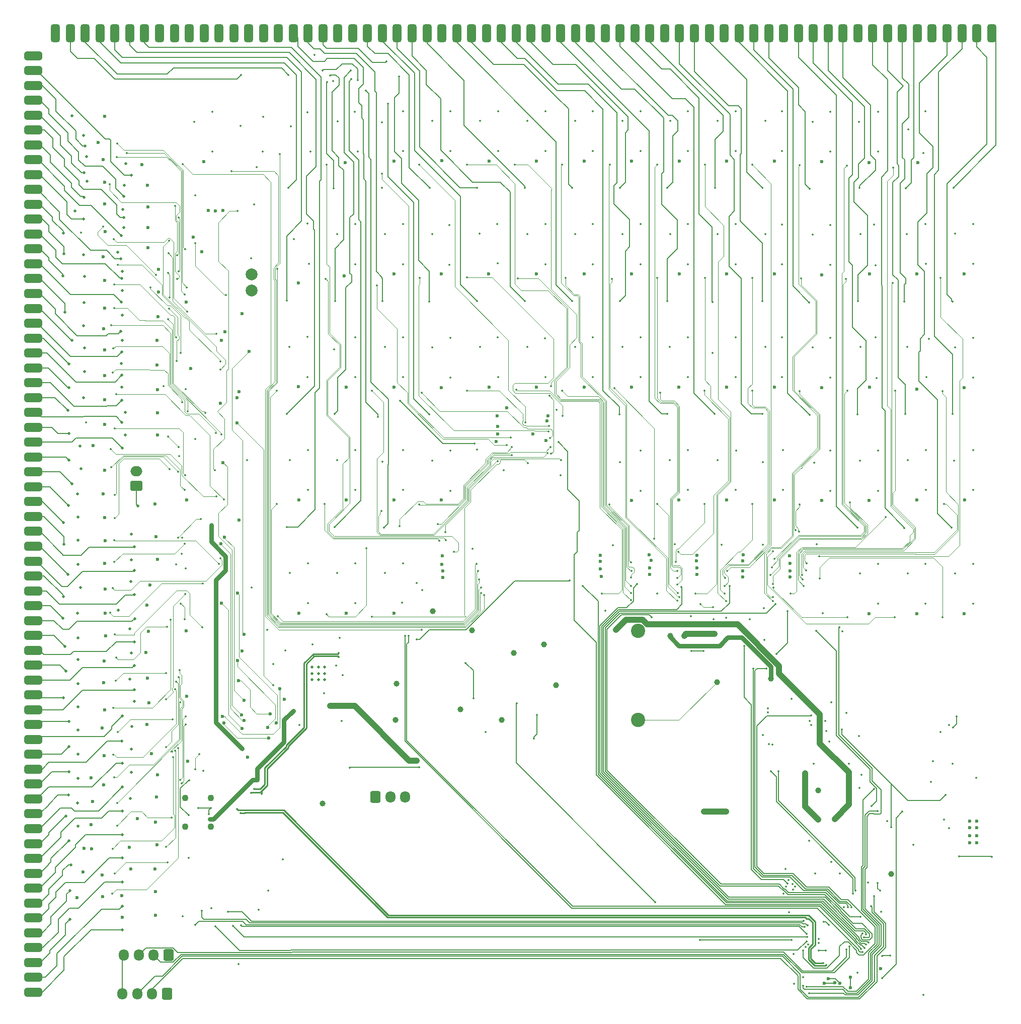
<source format=gbr>
%TF.GenerationSoftware,KiCad,Pcbnew,8.0.2*%
%TF.CreationDate,2024-06-03T23:57:49-04:00*%
%TF.ProjectId,IGGDriver,49474744-7269-4766-9572-2e6b69636164,rev?*%
%TF.SameCoordinates,Original*%
%TF.FileFunction,Copper,L3,Inr*%
%TF.FilePolarity,Positive*%
%FSLAX46Y46*%
G04 Gerber Fmt 4.6, Leading zero omitted, Abs format (unit mm)*
G04 Created by KiCad (PCBNEW 8.0.2) date 2024-06-03 23:57:49*
%MOMM*%
%LPD*%
G01*
G04 APERTURE LIST*
G04 Aperture macros list*
%AMRoundRect*
0 Rectangle with rounded corners*
0 $1 Rounding radius*
0 $2 $3 $4 $5 $6 $7 $8 $9 X,Y pos of 4 corners*
0 Add a 4 corners polygon primitive as box body*
4,1,4,$2,$3,$4,$5,$6,$7,$8,$9,$2,$3,0*
0 Add four circle primitives for the rounded corners*
1,1,$1+$1,$2,$3*
1,1,$1+$1,$4,$5*
1,1,$1+$1,$6,$7*
1,1,$1+$1,$8,$9*
0 Add four rect primitives between the rounded corners*
20,1,$1+$1,$2,$3,$4,$5,0*
20,1,$1+$1,$4,$5,$6,$7,0*
20,1,$1+$1,$6,$7,$8,$9,0*
20,1,$1+$1,$8,$9,$2,$3,0*%
G04 Aperture macros list end*
%TA.AperFunction,ComponentPad*%
%ADD10RoundRect,0.250000X-0.600000X-0.725000X0.600000X-0.725000X0.600000X0.725000X-0.600000X0.725000X0*%
%TD*%
%TA.AperFunction,ComponentPad*%
%ADD11O,1.700000X1.950000*%
%TD*%
%TA.AperFunction,HeatsinkPad*%
%ADD12C,0.500000*%
%TD*%
%TA.AperFunction,ComponentPad*%
%ADD13RoundRect,0.250000X0.750000X-0.600000X0.750000X0.600000X-0.750000X0.600000X-0.750000X-0.600000X0*%
%TD*%
%TA.AperFunction,ComponentPad*%
%ADD14O,2.000000X1.700000*%
%TD*%
%TA.AperFunction,ComponentPad*%
%ADD15C,0.600000*%
%TD*%
%TA.AperFunction,ComponentPad*%
%ADD16RoundRect,0.250000X0.600000X0.725000X-0.600000X0.725000X-0.600000X-0.725000X0.600000X-0.725000X0*%
%TD*%
%TA.AperFunction,ComponentPad*%
%ADD17C,2.000000*%
%TD*%
%TA.AperFunction,ComponentPad*%
%ADD18RoundRect,0.375000X1.125000X0.375000X-1.125000X0.375000X-1.125000X-0.375000X1.125000X-0.375000X0*%
%TD*%
%TA.AperFunction,ComponentPad*%
%ADD19RoundRect,0.375000X0.375000X-1.125000X0.375000X1.125000X-0.375000X1.125000X-0.375000X-1.125000X0*%
%TD*%
%TA.AperFunction,ComponentPad*%
%ADD20C,1.100000*%
%TD*%
%TA.AperFunction,ComponentPad*%
%ADD21C,2.400000*%
%TD*%
%TA.AperFunction,ViaPad*%
%ADD22C,0.350000*%
%TD*%
%TA.AperFunction,ViaPad*%
%ADD23C,0.600000*%
%TD*%
%TA.AperFunction,ViaPad*%
%ADD24C,1.000000*%
%TD*%
%TA.AperFunction,ViaPad*%
%ADD25C,0.500000*%
%TD*%
%TA.AperFunction,Conductor*%
%ADD26C,0.150000*%
%TD*%
%TA.AperFunction,Conductor*%
%ADD27C,0.228600*%
%TD*%
%TA.AperFunction,Conductor*%
%ADD28C,0.200000*%
%TD*%
%TA.AperFunction,Conductor*%
%ADD29C,0.100000*%
%TD*%
%TA.AperFunction,Conductor*%
%ADD30C,1.000000*%
%TD*%
%TA.AperFunction,Conductor*%
%ADD31C,0.750000*%
%TD*%
%TA.AperFunction,Conductor*%
%ADD32C,0.110000*%
%TD*%
G04 APERTURE END LIST*
D10*
%TO.N,Net-(BT2-+)*%
%TO.C,J3*%
X128850000Y-136450000D03*
D11*
%TO.N,/BAT_MID*%
X131350000Y-136450000D03*
%TO.N,GND*%
X133850000Y-136450000D03*
%TD*%
D12*
%TO.N,GND*%
%TO.C,U16*%
X120275000Y-114600000D03*
X119225000Y-114600000D03*
X118175000Y-114600000D03*
X120275000Y-115650000D03*
X119225000Y-115650000D03*
X118175000Y-115650000D03*
X120275000Y-116700000D03*
X119225000Y-116700000D03*
X118175000Y-116700000D03*
%TD*%
D13*
%TO.N,HT*%
%TO.C,J1002*%
X88625000Y-84100000D03*
D14*
%TO.N,GND*%
X88625000Y-81600000D03*
%TD*%
D15*
%TO.N,GND*%
%TO.C,U18*%
X230000000Y-144100000D03*
X230000000Y-142900000D03*
X230000000Y-141600000D03*
X230000000Y-140500000D03*
X228800000Y-144100000D03*
X228800000Y-142900000D03*
X228800000Y-141600000D03*
X228800000Y-140500000D03*
%TD*%
D16*
%TO.N,GND*%
%TO.C,J1*%
X94000000Y-163000000D03*
D11*
%TO.N,/LED*%
X91500000Y-163000000D03*
%TO.N,/RX*%
X89000000Y-163000000D03*
%TO.N,+3V3*%
X86500000Y-163000000D03*
%TD*%
D16*
%TO.N,GND*%
%TO.C,J7*%
X93750000Y-169525000D03*
D11*
%TO.N,/SCL*%
X91250000Y-169525000D03*
%TO.N,/SDA*%
X88750000Y-169525000D03*
%TO.N,+3V3*%
X86250000Y-169525000D03*
%TD*%
D17*
%TO.N,Net-(U1012-Q9)*%
%TO.C,TP1001*%
X108000000Y-51200000D03*
%TD*%
D18*
%TO.N,/Kathode/OUT_K0*%
%TO.C,U13*%
X71250000Y-169250000D03*
%TO.N,/Kathode/OUT_K1*%
X71250000Y-166750000D03*
%TO.N,/Kathode/OUT_K2*%
X71250000Y-164250000D03*
%TO.N,/Kathode/OUT_K3*%
X71250000Y-161750000D03*
%TO.N,/Kathode/OUT_K4*%
X71250000Y-159250000D03*
%TO.N,/Kathode/OUT_K5*%
X71250000Y-156750000D03*
%TO.N,/Kathode/OUT_K6*%
X71250000Y-154250000D03*
%TO.N,/Kathode/OUT_K7*%
X71250000Y-151750000D03*
%TO.N,/Kathode/OUT_K8*%
X71250000Y-149250000D03*
%TO.N,/Kathode/OUT_K9*%
X71250000Y-146750000D03*
%TO.N,/Kathode/OUT_K10*%
X71250000Y-144250000D03*
%TO.N,/Kathode/OUT_K11*%
X71250000Y-141750000D03*
%TO.N,/Kathode/OUT_K12*%
X71250000Y-139250000D03*
%TO.N,/Kathode/OUT_K13*%
X71250000Y-136750000D03*
%TO.N,/Kathode/OUT_K14*%
X71250000Y-134250000D03*
%TO.N,/Kathode/OUT_K15*%
X71250000Y-131750000D03*
%TO.N,/Kathode/OUT_K16*%
X71250000Y-129250000D03*
%TO.N,/Kathode/OUT_K17*%
X71250000Y-126750000D03*
%TO.N,/Kathode/OUT_K18*%
X71250000Y-124250000D03*
%TO.N,/Kathode/OUT_K19*%
X71250000Y-121750000D03*
%TO.N,/Kathode/OUT_K20*%
X71250000Y-119250000D03*
%TO.N,/Kathode/OUT_K21*%
X71250000Y-116750000D03*
%TO.N,/Kathode/OUT_K22*%
X71250000Y-114250000D03*
%TO.N,/Kathode/OUT_K23*%
X71250000Y-111750000D03*
%TO.N,/Kathode/OUT_K24*%
X71250000Y-109250000D03*
%TO.N,/Kathode/OUT_K25*%
X71250000Y-106750000D03*
%TO.N,/Kathode/OUT_K26*%
X71250000Y-104250000D03*
%TO.N,/Kathode/OUT_K27*%
X71250000Y-101750000D03*
%TO.N,/Kathode/OUT_K28*%
X71250000Y-99250000D03*
%TO.N,/Kathode/OUT_K29*%
X71250000Y-96750000D03*
%TO.N,/Kathode/OUT_K30*%
X71250000Y-94250000D03*
%TO.N,/Kathode/OUT_K31*%
X71250000Y-91750000D03*
%TO.N,/Kathode/OUT_K32*%
X71250000Y-89250000D03*
%TO.N,/Kathode/OUT_K33*%
X71250000Y-86750000D03*
%TO.N,/Kathode/OUT_K34*%
X71250000Y-84250000D03*
%TO.N,/Kathode/OUT_K35*%
X71250000Y-81750000D03*
%TO.N,/Kathode/OUT_K36*%
X71250000Y-79250000D03*
%TO.N,/Kathode/OUT_K37*%
X71250000Y-76750000D03*
%TO.N,/Kathode/OUT_K38*%
X71250000Y-74250000D03*
%TO.N,/Kathode/OUT_K39*%
X71250000Y-71750000D03*
%TO.N,/Kathode/OUT_K40*%
X71250000Y-69250000D03*
%TO.N,/Kathode/OUT_K41*%
X71250000Y-66750000D03*
%TO.N,/Kathode/OUT_K42*%
X71250000Y-64250000D03*
%TO.N,/Kathode/OUT_K43*%
X71250000Y-61750000D03*
%TO.N,/Kathode/OUT_K44*%
X71250000Y-59250000D03*
%TO.N,/Kathode/OUT_K45*%
X71250000Y-56750000D03*
%TO.N,/Kathode/OUT_K46*%
X71250000Y-54250000D03*
%TO.N,/Kathode/OUT_K47*%
X71250000Y-51750000D03*
%TO.N,/Kathode/OUT_K48*%
X71250000Y-49250000D03*
%TO.N,/Kathode/OUT_K49*%
X71250000Y-46750000D03*
%TO.N,/Kathode/OUT_K50*%
X71250000Y-44250000D03*
%TO.N,/Kathode/OUT_K51*%
X71250000Y-41750000D03*
%TO.N,/Kathode/OUT_K52*%
X71250000Y-39250000D03*
%TO.N,/Kathode/OUT_K53*%
X71250000Y-36750000D03*
%TO.N,/Kathode/OUT_K54*%
X71250000Y-34250000D03*
%TO.N,/Kathode/OUT_K55*%
X71250000Y-31750000D03*
%TO.N,/Kathode/OUT_K56*%
X71250000Y-29250000D03*
%TO.N,/Kathode/OUT_K57*%
X71250000Y-26750000D03*
%TO.N,/Kathode/OUT_K58*%
X71250000Y-24250000D03*
%TO.N,/Kathode/OUT_K59*%
X71250000Y-21750000D03*
%TO.N,/Kathode/OUT_K60*%
X71250000Y-19250000D03*
%TO.N,/Kathode/OUT_K61*%
X71250000Y-16750000D03*
%TO.N,/Kathode/OUT_K62*%
X71250000Y-14250000D03*
%TO.N,/Kathode/OUT_K63*%
X71250000Y-11750000D03*
D19*
%TO.N,/AO1*%
X75000000Y-8000000D03*
%TO.N,/AO2*%
X77500000Y-8000000D03*
%TO.N,/AO3*%
X80000000Y-8000000D03*
%TO.N,/AO4*%
X82500000Y-8000000D03*
%TO.N,/AO5*%
X85000000Y-8000000D03*
%TO.N,/AO6*%
X87500000Y-8000000D03*
%TO.N,/AO7*%
X90000000Y-8000000D03*
%TO.N,/AO8*%
X92500000Y-8000000D03*
%TO.N,/AO9*%
X95000000Y-8000000D03*
%TO.N,/AO10*%
X97500000Y-8000000D03*
%TO.N,/AO11*%
X100000000Y-8000000D03*
%TO.N,/AO12*%
X102500000Y-8000000D03*
%TO.N,/AO13*%
X105000000Y-8000000D03*
%TO.N,/AO14*%
X107500000Y-8000000D03*
%TO.N,/AO15*%
X110000000Y-8000000D03*
%TO.N,/AO16*%
X112500000Y-8000000D03*
%TO.N,/AO17*%
X115000000Y-8000000D03*
%TO.N,/AO18*%
X117500000Y-8000000D03*
%TO.N,/AO19*%
X120000000Y-8000000D03*
%TO.N,/AO20*%
X122500000Y-8000000D03*
%TO.N,/AO21*%
X125000000Y-8000000D03*
%TO.N,/AO22*%
X127500000Y-8000000D03*
%TO.N,/AO23*%
X130000000Y-8000000D03*
%TO.N,/AO24*%
X132500000Y-8000000D03*
%TO.N,/AO25*%
X135000000Y-8000000D03*
%TO.N,/AO26*%
X137500000Y-8000000D03*
%TO.N,/AO27*%
X140000000Y-8000000D03*
%TO.N,/AO28*%
X142500000Y-8000000D03*
%TO.N,/AO29*%
X145000000Y-8000000D03*
%TO.N,/AO30*%
X147500000Y-8000000D03*
%TO.N,/AO31*%
X150000000Y-8000000D03*
%TO.N,/AO32*%
X152500000Y-8000000D03*
%TO.N,/AO33*%
X155000000Y-8000000D03*
%TO.N,/AO34*%
X157500000Y-8000000D03*
%TO.N,/AO35*%
X160000000Y-8000000D03*
%TO.N,/AO36*%
X162500000Y-8000000D03*
%TO.N,/AO37*%
X165000000Y-8000000D03*
%TO.N,/AO38*%
X167500000Y-8000000D03*
%TO.N,/AO39*%
X170000000Y-8000000D03*
%TO.N,/AO40*%
X172500000Y-8000000D03*
%TO.N,/AO41*%
X175000000Y-8000000D03*
%TO.N,/AO42*%
X177500000Y-8000000D03*
%TO.N,/AO43*%
X180000000Y-8000000D03*
%TO.N,/AO44*%
X182500000Y-8000000D03*
%TO.N,/AO45*%
X185000000Y-8000000D03*
%TO.N,/AO46*%
X187500000Y-8000000D03*
%TO.N,/AO47*%
X190000000Y-8000000D03*
%TO.N,/AO48*%
X192500000Y-8000000D03*
%TO.N,/AO49*%
X195000000Y-8000000D03*
%TO.N,/AO50*%
X197500000Y-8000000D03*
%TO.N,/AO51*%
X200000000Y-8000000D03*
%TO.N,/AO52*%
X202500000Y-8000000D03*
%TO.N,/AO53*%
X205000000Y-8000000D03*
%TO.N,/AO54*%
X207500000Y-8000000D03*
%TO.N,/AO55*%
X210000000Y-8000000D03*
%TO.N,/AO56*%
X212500000Y-8000000D03*
%TO.N,/AO57*%
X215000000Y-8000000D03*
%TO.N,/AO58*%
X217500000Y-8000000D03*
%TO.N,/AO59*%
X220000000Y-8000000D03*
%TO.N,/AO60*%
X222500000Y-8000000D03*
%TO.N,/AO61*%
X225000000Y-8000000D03*
%TO.N,/AO62*%
X227500000Y-8000000D03*
%TO.N,/AO63*%
X230000000Y-8000000D03*
%TO.N,/AO64*%
X232500000Y-8000000D03*
%TD*%
D20*
%TO.N,GND*%
%TO.C,J6*%
X101150000Y-136600000D03*
X96850000Y-136600000D03*
X101150000Y-141400000D03*
X96850000Y-141400000D03*
%TD*%
D17*
%TO.N,Net-(U1012-Cout)*%
%TO.C,TP1002*%
X108000000Y-48500000D03*
%TD*%
D21*
%TO.N,Net-(BT3-+)*%
%TO.C,C106*%
X173000000Y-123500000D03*
%TO.N,GND*%
X173000000Y-108500000D03*
%TD*%
D22*
%TO.N,/~{USB_BOOT}*%
X214100000Y-166900000D03*
X212300000Y-137950000D03*
X217500000Y-138900000D03*
X203000000Y-108500000D03*
D23*
%TO.N,GND*%
X89550000Y-30050000D03*
D22*
X199200000Y-162800000D03*
D23*
X179946111Y-29482269D03*
X211946111Y-48482269D03*
D22*
X107200000Y-79800000D03*
X168800000Y-94100000D03*
D23*
X81000000Y-133200000D03*
X97000000Y-108500000D03*
X97039265Y-119509265D03*
X83275000Y-73804596D03*
X90450000Y-33550000D03*
X227908611Y-67582269D03*
D22*
X221000000Y-169700000D03*
D23*
X90450000Y-116450000D03*
D22*
X198400000Y-155800000D03*
D24*
X143100000Y-121700000D03*
D23*
X82850000Y-149550000D03*
D22*
X108400000Y-36800000D03*
D24*
X159200000Y-117600000D03*
D22*
X191800000Y-106500000D03*
D23*
X195946111Y-29482269D03*
X91750000Y-148550000D03*
X83010118Y-45590276D03*
D22*
X120200000Y-119000000D03*
D23*
X113500000Y-120000000D03*
D22*
X222300000Y-133900000D03*
D23*
X105900000Y-68300000D03*
X92201519Y-67923986D03*
X227908611Y-105582269D03*
X83275000Y-65579276D03*
X99908611Y-29582269D03*
D22*
X122800000Y-109700000D03*
D23*
X106400000Y-55100000D03*
X115908611Y-67444769D03*
D22*
X207400000Y-108600000D03*
D23*
X139946111Y-48482269D03*
X83100000Y-134400000D03*
D24*
X138500000Y-105200000D03*
D23*
X203908611Y-29582269D03*
X219946111Y-86482269D03*
X219908611Y-48444769D03*
X83275000Y-121750000D03*
X123946111Y-105482269D03*
X155946111Y-29482269D03*
D22*
X181900000Y-106000000D03*
D23*
X123946111Y-67482269D03*
D22*
X147400000Y-125500000D03*
X110600000Y-108300000D03*
D23*
X131946111Y-67482269D03*
X83275000Y-21907272D03*
X147908611Y-48444769D03*
D22*
X123300000Y-115900000D03*
D23*
X90400000Y-124200000D03*
D22*
X211700000Y-150797288D03*
D23*
X227908611Y-48444769D03*
X83350000Y-101450000D03*
D22*
X111600000Y-114100000D03*
X187800000Y-106300000D03*
D23*
X90400000Y-104200000D03*
X83300000Y-36700000D03*
X92050000Y-144450000D03*
X92150000Y-132650000D03*
X179908611Y-86482269D03*
X91850000Y-156350000D03*
D22*
X110800000Y-152200000D03*
X99900000Y-132000000D03*
D23*
X179946111Y-48482269D03*
X171946111Y-48482269D03*
D22*
X223900000Y-125500000D03*
D23*
X131946111Y-48482269D03*
X90550000Y-37150000D03*
X115946111Y-105482269D03*
D22*
X197800000Y-148500000D03*
X213900000Y-155700000D03*
X150400000Y-81500000D03*
D23*
X97752617Y-64399272D03*
X92150000Y-71850000D03*
D22*
X96400000Y-156500000D03*
D23*
X213825000Y-165250000D03*
X211908611Y-86582269D03*
X219942236Y-67878044D03*
X97200000Y-130400000D03*
X82850000Y-124850000D03*
D22*
X210600000Y-132700000D03*
D23*
X147946111Y-29482269D03*
X203908611Y-48582269D03*
X83250000Y-89450000D03*
X187946111Y-29482269D03*
X187908611Y-86482269D03*
X90200000Y-112100000D03*
X140025518Y-29405237D03*
X83000000Y-29200000D03*
D24*
X132200000Y-123500000D03*
D22*
X194200000Y-104700000D03*
D23*
X83109484Y-57707943D03*
D22*
X229900000Y-133200000D03*
D23*
X150917565Y-70950000D03*
X83250000Y-33020665D03*
X83331045Y-93282870D03*
X155946111Y-67482269D03*
D22*
X113200000Y-146900000D03*
D23*
X91929958Y-92676417D03*
D22*
X194000000Y-126000000D03*
D23*
X91850000Y-152350000D03*
X211946111Y-67482269D03*
D22*
X224500000Y-140200000D03*
D23*
X187908611Y-67482269D03*
X155946111Y-48482269D03*
X131975000Y-29485524D03*
X196000000Y-48482269D03*
D22*
X207000000Y-149325000D03*
D23*
X92150000Y-96450000D03*
X82163603Y-26336397D03*
X92350000Y-47650000D03*
D22*
X214900000Y-140500000D03*
D23*
X171946111Y-67482269D03*
D24*
X150100000Y-123500000D03*
D22*
X122200000Y-114300000D03*
X200800000Y-166700000D03*
D23*
X105900000Y-89816327D03*
X179908611Y-67482269D03*
D22*
X194300000Y-110000000D03*
D23*
X91850000Y-140650000D03*
D22*
X113700000Y-111800000D03*
X187100000Y-94000000D03*
D23*
X83340895Y-41345371D03*
D22*
X210300000Y-134900000D03*
D23*
X81100000Y-145100000D03*
D22*
X202800000Y-149300000D03*
X198877351Y-119883974D03*
X98500000Y-76200000D03*
D23*
X163946111Y-48482269D03*
X92050000Y-59650000D03*
X106400000Y-111900000D03*
X83025000Y-85410264D03*
X81000000Y-141100000D03*
X91950000Y-136450000D03*
X90850000Y-100750000D03*
D22*
X203100000Y-93900000D03*
D23*
X83275000Y-49558932D03*
D22*
X204100000Y-105500000D03*
X136700000Y-101600000D03*
X201900000Y-123600000D03*
D23*
X123537376Y-48815608D03*
X227946111Y-86482269D03*
X131975000Y-86485524D03*
D22*
X123162499Y-123662499D03*
D23*
X92291989Y-51495644D03*
X196000000Y-67482269D03*
X90550000Y-40650000D03*
D22*
X145200000Y-94700000D03*
D23*
X115850000Y-49987500D03*
X97100000Y-86500000D03*
X147946111Y-67482269D03*
X92050000Y-63750000D03*
D22*
X167500000Y-105100000D03*
D23*
X83150000Y-129450000D03*
D22*
X219300000Y-144500000D03*
D23*
X91124265Y-129124265D03*
X163946111Y-67482269D03*
X83283692Y-81437471D03*
X90650000Y-108550000D03*
X115946111Y-86482269D03*
D22*
X207684905Y-154918800D03*
X179200000Y-93900000D03*
X118200000Y-110800000D03*
D23*
X83350000Y-105550000D03*
X97000000Y-53200000D03*
X163946111Y-29482269D03*
D22*
X108800000Y-30500000D03*
D23*
X211881827Y-29734454D03*
D22*
X98500000Y-35200000D03*
X116000000Y-124274998D03*
D23*
X83221417Y-113539009D03*
X91750000Y-87150000D03*
X83306554Y-54167866D03*
X203908611Y-86582269D03*
X171946111Y-29482269D03*
X83300000Y-97100000D03*
X203908611Y-67582269D03*
X83280477Y-61256495D03*
D22*
X225300000Y-124300000D03*
X97400000Y-146700000D03*
D23*
X171908611Y-86582269D03*
X219908611Y-105582269D03*
D22*
X109200000Y-155400000D03*
D23*
X131946111Y-105482269D03*
D22*
X194000000Y-94000000D03*
X105800000Y-164500000D03*
D23*
X81350000Y-77300000D03*
X92150000Y-75550000D03*
X83100000Y-117200000D03*
D22*
X107900000Y-45800000D03*
X108000000Y-101200000D03*
D23*
X107300000Y-129700000D03*
D22*
X205500000Y-147300000D03*
D23*
X82950000Y-153150000D03*
D24*
X145100000Y-108400000D03*
D22*
X202100000Y-124300000D03*
D23*
X196000000Y-86482269D03*
X83416238Y-109301287D03*
D22*
X204500000Y-123600000D03*
D23*
X90550000Y-44050000D03*
X81200000Y-137200000D03*
D22*
X160000000Y-82300000D03*
D23*
X220079581Y-29740700D03*
X83270988Y-69625207D03*
X123746539Y-29768902D03*
X211908611Y-105582269D03*
D22*
X209900000Y-166000000D03*
X201800000Y-143800000D03*
X96900000Y-98000000D03*
D23*
X90750000Y-120550000D03*
X92275000Y-55650000D03*
X187946111Y-48482269D03*
D22*
X185700000Y-106500000D03*
D24*
X203300000Y-135300000D03*
D22*
X101200000Y-155100000D03*
X159300000Y-71300000D03*
X199300000Y-167800000D03*
D24*
X119940000Y-137500000D03*
D23*
X123900000Y-86482269D03*
D22*
X225300000Y-141665000D03*
D23*
X139908611Y-67582269D03*
X139908611Y-86500000D03*
D24*
%TO.N,+5V*%
X169300000Y-108300000D03*
D22*
X106400000Y-128300000D03*
D24*
X208500000Y-132900000D03*
D22*
X185600000Y-104500000D03*
D24*
X215600000Y-149400000D03*
D22*
X183500000Y-104000000D03*
X102000000Y-122100000D03*
X101200000Y-90700000D03*
X196750000Y-115650000D03*
D24*
X206100000Y-140100000D03*
D22*
%TO.N,+3V3*%
X205100000Y-157900000D03*
X213300000Y-150900000D03*
D24*
X203300000Y-140200000D03*
D22*
X205500000Y-120500000D03*
X204600000Y-162200000D03*
X215400000Y-163100000D03*
X204300000Y-157400000D03*
X214100000Y-163200000D03*
D24*
X201100000Y-132400000D03*
D22*
X213700000Y-152200000D03*
X203400000Y-162200000D03*
X199400000Y-151500000D03*
X197500000Y-152700000D03*
X208100000Y-122300000D03*
%TO.N,/VUSB*%
X108900000Y-133500000D03*
X101000000Y-140100000D03*
X115000000Y-121900000D03*
%TO.N,Net-(D9-A)*%
X101400000Y-27900000D03*
X101400000Y-21200000D03*
%TO.N,Net-(D11-A)*%
X109850000Y-27862500D03*
X109950000Y-22062500D03*
%TO.N,Net-(D13-A)*%
X117900000Y-27862500D03*
X117400000Y-21262500D03*
%TO.N,Net-(D15-A)*%
X117650000Y-46787500D03*
X117350000Y-39987500D03*
%TO.N,Net-(D17-A)*%
X117400000Y-65762500D03*
X117400000Y-59062500D03*
%TO.N,Net-(D19-A)*%
X117437500Y-97100000D03*
X117437500Y-103800000D03*
%TO.N,Net-(D21-A)*%
X125359108Y-21202612D03*
X125877792Y-27834289D03*
%TO.N,Net-(D23-A)*%
X117437500Y-78100000D03*
X117437500Y-84800000D03*
%TO.N,Net-(D25-A)*%
X125450000Y-40100000D03*
X125450000Y-46808108D03*
%TO.N,Net-(D27-A)*%
X125437500Y-78100000D03*
X125437500Y-84800000D03*
%TO.N,Net-(D29-A)*%
X125437500Y-103800000D03*
X125437500Y-97100000D03*
%TO.N,Net-(D31-A)*%
X125437500Y-59100000D03*
X125437500Y-65800000D03*
%TO.N,Net-(D33-A)*%
X133437500Y-27800000D03*
X133437500Y-21100000D03*
%TO.N,Net-(D35-A)*%
X141400000Y-21100000D03*
X141400000Y-27800000D03*
%TO.N,Net-(D37-A)*%
X133437500Y-97100000D03*
X133332744Y-103715541D03*
%TO.N,Net-(D39-A)*%
X133437500Y-46800000D03*
X133437500Y-40100000D03*
%TO.N,Net-(D41-A)*%
X133437500Y-78100000D03*
X133437500Y-84800000D03*
%TO.N,Net-(D43-A)*%
X149437500Y-27800000D03*
X149437500Y-21100000D03*
%TO.N,Net-(D45-A)*%
X141400000Y-84900000D03*
X141400000Y-78200000D03*
%TO.N,Net-(D47-A)*%
X133437500Y-65800000D03*
X133437500Y-59100000D03*
%TO.N,Net-(D49-A)*%
X141400000Y-65900000D03*
X141400000Y-59200000D03*
%TO.N,Net-(D51-A)*%
X149437500Y-65800000D03*
X149416743Y-59124891D03*
%TO.N,Net-(D53-A)*%
X149400000Y-46700000D03*
X149300000Y-40100000D03*
%TO.N,Net-(D55-A)*%
X141275000Y-46918514D03*
X141275000Y-40268600D03*
%TO.N,Net-(D57-A)*%
X157347519Y-59255667D03*
X157437500Y-65800000D03*
%TO.N,Net-(D59-A)*%
X157437500Y-27800000D03*
X157437500Y-21100000D03*
%TO.N,Net-(D61-A)*%
X165437500Y-59100000D03*
X165437500Y-65800000D03*
%TO.N,Net-(D63-A)*%
X157437500Y-46800000D03*
X157437500Y-40100000D03*
%TO.N,Net-(D65-A)*%
X165437500Y-40100000D03*
X165437500Y-46800000D03*
%TO.N,Net-(D67-A)*%
X173400000Y-78200000D03*
X173400000Y-84900000D03*
%TO.N,Net-(D69-A)*%
X173437500Y-65800000D03*
X173437500Y-59100000D03*
%TO.N,Net-(D71-A)*%
X165437500Y-27800000D03*
X165437500Y-21100000D03*
%TO.N,Net-(D73-A)*%
X173437500Y-40100000D03*
X173437500Y-46800000D03*
%TO.N,Net-(D75-A)*%
X181400000Y-78100000D03*
X181400000Y-84800000D03*
%TO.N,Net-(D77-A)*%
X181400000Y-59100000D03*
X181400000Y-65800000D03*
%TO.N,Net-(D79-A)*%
X173437500Y-27800000D03*
X173437500Y-21100000D03*
%TO.N,Net-(D81-A)*%
X181437500Y-46800000D03*
X181437500Y-40100000D03*
%TO.N,Net-(D83-A)*%
X189525000Y-78133427D03*
X189400000Y-84800000D03*
%TO.N,Net-(D85-A)*%
X189400000Y-65800000D03*
X189400000Y-59100000D03*
%TO.N,Net-(D87-A)*%
X181437500Y-21100000D03*
X181437500Y-27800000D03*
%TO.N,Net-(D89-A)*%
X189437500Y-46800000D03*
X189437500Y-40100000D03*
%TO.N,Net-(D91-A)*%
X197437500Y-84800000D03*
X197437500Y-78100000D03*
%TO.N,Net-(D93-A)*%
X197222000Y-59100000D03*
X197222000Y-65839348D03*
%TO.N,Net-(D95-A)*%
X189437500Y-21100000D03*
X189437500Y-27800000D03*
%TO.N,Net-(D97-A)*%
X197222000Y-40143810D03*
X197222000Y-46875734D03*
%TO.N,Net-(D99-A)*%
X205400000Y-78200000D03*
X205400000Y-84900000D03*
%TO.N,Net-(D101-A)*%
X205400000Y-59200000D03*
X205400000Y-65900000D03*
%TO.N,Net-(D103-A)*%
X197222000Y-27828157D03*
X197222000Y-21100000D03*
%TO.N,Net-(D105-A)*%
X205400000Y-46900000D03*
X205400000Y-40200000D03*
%TO.N,Net-(D107-A)*%
X213400000Y-97200000D03*
X213400000Y-103900000D03*
%TO.N,Net-(D109-A)*%
X213400000Y-84900000D03*
X213400000Y-78200000D03*
%TO.N,Net-(D111-A)*%
X205400000Y-27900000D03*
X205400000Y-21200000D03*
%TO.N,Net-(D113-A)*%
X213125000Y-65931808D03*
X212950000Y-59100000D03*
%TO.N,Net-(D115-A)*%
X213400000Y-21200000D03*
X213400000Y-27900000D03*
%TO.N,Net-(D117-A)*%
X221400000Y-97200000D03*
X221400000Y-103900000D03*
%TO.N,Net-(D119-A)*%
X212950000Y-46985498D03*
X212736399Y-40111544D03*
%TO.N,Net-(D121-A)*%
X221437500Y-78100000D03*
X221437500Y-84800000D03*
%TO.N,Net-(D123-A)*%
X221400000Y-40062500D03*
X221448102Y-46727822D03*
%TO.N,Net-(D125-A)*%
X221022315Y-28142595D03*
X221400000Y-21062500D03*
%TO.N,Net-(D127-A)*%
X221950000Y-59396117D03*
X221493018Y-65788245D03*
%TO.N,Net-(D129-A)*%
X229400000Y-97200000D03*
X229400000Y-103900000D03*
%TO.N,Net-(D131-A)*%
X229400000Y-59200000D03*
X229400000Y-65900000D03*
%TO.N,Net-(D133-A)*%
X229400000Y-40062500D03*
X229400000Y-46762500D03*
%TO.N,Net-(D135-A)*%
X229437500Y-78100000D03*
X229437500Y-84800000D03*
D25*
%TO.N,HT*%
X85555668Y-105000000D03*
D22*
X202612315Y-80178675D03*
X210362500Y-79850000D03*
X194400000Y-41750000D03*
X226362500Y-98850000D03*
D25*
X86250000Y-51250000D03*
X87742893Y-112242893D03*
D22*
X194400000Y-22750000D03*
D23*
X86226344Y-156679828D03*
D22*
X106150000Y-23562500D03*
X226175000Y-79837192D03*
X170400000Y-22750000D03*
D25*
X87620943Y-136636437D03*
X86221458Y-55350000D03*
D22*
X162400000Y-60750000D03*
D23*
X87431261Y-144850000D03*
D25*
X88300000Y-120300000D03*
D22*
X186400000Y-41750000D03*
D25*
X80250000Y-28750000D03*
D22*
X130025000Y-80067079D03*
X202362500Y-22850000D03*
X122450000Y-22752697D03*
X202362500Y-41850000D03*
X178362500Y-60750000D03*
D25*
X86550000Y-33550000D03*
X79755029Y-25200001D03*
D22*
X218400000Y-79750000D03*
X194400000Y-60750000D03*
X79291422Y-41508578D03*
D23*
X79652091Y-149051301D03*
D22*
X186400000Y-22750000D03*
D25*
X78750000Y-133250000D03*
D22*
X170400000Y-41750000D03*
X169975000Y-80121527D03*
X154400000Y-60750000D03*
D25*
X87750000Y-132250000D03*
D22*
X114606250Y-23668750D03*
D25*
X86250000Y-59600000D03*
X79104562Y-77425830D03*
X79250000Y-81250000D03*
X87669863Y-100215923D03*
D22*
X210400000Y-41750000D03*
X138362500Y-60850000D03*
X210362500Y-98850000D03*
D25*
X78747907Y-113324784D03*
D22*
X121875000Y-61146817D03*
X146362500Y-41712500D03*
D25*
X79871501Y-60866753D03*
D23*
X86151416Y-153048812D03*
D25*
X86750000Y-71750000D03*
D22*
X115100000Y-42600000D03*
X146400000Y-22750000D03*
D23*
X79773473Y-145050001D03*
D22*
X218250000Y-41767145D03*
D25*
X86083101Y-63491047D03*
X78719494Y-85425000D03*
D22*
X226362500Y-60850000D03*
X193975000Y-80142411D03*
X218362500Y-98850000D03*
X114400000Y-98750000D03*
D25*
X77798729Y-21900811D03*
D22*
X162400000Y-22750000D03*
D25*
X78750000Y-121250000D03*
X87530074Y-108161865D03*
X80291166Y-32878775D03*
X78737644Y-137412433D03*
D22*
X114400000Y-79750000D03*
X178362500Y-79750000D03*
X138362500Y-22750000D03*
X186362500Y-79750000D03*
X80100000Y-73400000D03*
D25*
X78786496Y-141366753D03*
X79750000Y-45250000D03*
X86257810Y-48004148D03*
X78750000Y-129250000D03*
X79750000Y-69250000D03*
D22*
X162400000Y-41750000D03*
X178400000Y-41750000D03*
X138362500Y-79850000D03*
D25*
X78747907Y-117324784D03*
X78746621Y-89337307D03*
X78696456Y-105524040D03*
D22*
X218450000Y-24167574D03*
D25*
X79915141Y-64893798D03*
X79229707Y-101187491D03*
X79871501Y-48866753D03*
D22*
X154400000Y-41750000D03*
D24*
X132400000Y-117400001D03*
D22*
X138400000Y-41750000D03*
X122362500Y-41750000D03*
D25*
X86299504Y-37597421D03*
D22*
X154400000Y-22750000D03*
D25*
X87872881Y-124541333D03*
D22*
X185575000Y-61704116D03*
X122400000Y-79750000D03*
D25*
X85434147Y-44836599D03*
D22*
X130400000Y-98750000D03*
X114362500Y-60712500D03*
D25*
X86735586Y-75500000D03*
X78750000Y-93250000D03*
X78747907Y-109649784D03*
D23*
X78626262Y-153375000D03*
D22*
X130400000Y-41750000D03*
D23*
X88773473Y-140050001D03*
D25*
X87727475Y-96500000D03*
X78238781Y-37883134D03*
D22*
X202362500Y-60850000D03*
D25*
X87503643Y-116600000D03*
D23*
X87663623Y-148500000D03*
D22*
X218350000Y-60752697D03*
D25*
X88850000Y-87450000D03*
D22*
X130400000Y-60750000D03*
X226362500Y-41712500D03*
D25*
X78746624Y-97287500D03*
D22*
X129950000Y-23003312D03*
D25*
X87737644Y-128412433D03*
X86833099Y-29864471D03*
D22*
X122400000Y-98750000D03*
D25*
X78750000Y-125182621D03*
X79753997Y-57150141D03*
X87750000Y-92250000D03*
X86147458Y-67511703D03*
D22*
X146400000Y-60750000D03*
X210400000Y-60750000D03*
X98362500Y-22850000D03*
D25*
X86450000Y-40650000D03*
D22*
X210176000Y-22850000D03*
X178400000Y-22750000D03*
D25*
X79807066Y-53250001D03*
D22*
X170400000Y-60750000D03*
%TO.N,/K_CLK_5V*%
X136200000Y-131400000D03*
D23*
X103354074Y-123945926D03*
D22*
X182000000Y-111900000D03*
X124500000Y-131500000D03*
D23*
X110900000Y-126500000D03*
D22*
X184000000Y-111900000D03*
%TO.N,/K_RST_5V*%
X198200000Y-105200000D03*
X161500000Y-100000000D03*
X135800000Y-109900000D03*
X196300000Y-112400000D03*
%TO.N,/RST*%
X198200000Y-151000000D03*
X190840615Y-111048763D03*
%TO.N,Net-(J5-SWDIO)*%
X198300000Y-150400000D03*
X199000000Y-151100000D03*
%TO.N,Net-(J5-SWCLK)*%
X197903554Y-151496446D03*
X199100000Y-152000000D03*
%TO.N,Net-(J6-CC2)*%
X97500000Y-133600000D03*
X97400000Y-139500000D03*
%TO.N,/SR_D2*%
X134400000Y-109300000D03*
X210543387Y-161962318D03*
X145900000Y-78000000D03*
X135800000Y-100400000D03*
%TO.N,/SR_D3*%
X211123866Y-161810507D03*
X159650000Y-76750000D03*
%TO.N,/SR_D4*%
X211344222Y-161252433D03*
X163700000Y-100900000D03*
%TO.N,/SR_D5*%
X172862278Y-100625000D03*
X211766509Y-160925000D03*
%TO.N,/SR_D6*%
X180300000Y-101100000D03*
X211392042Y-159500000D03*
%TO.N,/SR_D7*%
X188400000Y-100900000D03*
X211000000Y-160000000D03*
%TO.N,/SR_D8*%
X210800000Y-159400000D03*
X196100000Y-104000000D03*
%TO.N,/BAT_DIV*%
X201600000Y-161200000D03*
X200800000Y-168200000D03*
X213300000Y-138800000D03*
%TO.N,/HV_DIV*%
X206900000Y-107900000D03*
X203400000Y-161000000D03*
X201800000Y-169400000D03*
%TO.N,/AI1*%
X96400000Y-30000000D03*
X136600000Y-108300000D03*
%TO.N,/AI2*%
X147100000Y-102500000D03*
X104600000Y-31200000D03*
%TO.N,/AO2*%
X106250000Y-14962500D03*
%TO.N,/AI3*%
X146600000Y-102100000D03*
X112700000Y-28300000D03*
%TO.N,/AO3*%
X114200000Y-14962500D03*
%TO.N,/AI4*%
X112350000Y-47587500D03*
X146600000Y-101200000D03*
%TO.N,/AO4*%
X114150000Y-33987500D03*
%TO.N,/AI5*%
X112200000Y-68062500D03*
X146300000Y-99800000D03*
%TO.N,/AO5*%
X113900000Y-52962500D03*
%TO.N,/AI7*%
X145800000Y-97200000D03*
X112354626Y-105982874D03*
%TO.N,/AO7*%
X113937500Y-91000000D03*
%TO.N,/AI8*%
X142000000Y-95200000D03*
X120650000Y-30100000D03*
%TO.N,/AO8*%
X121739090Y-16034577D03*
%TO.N,/AI6*%
X112237500Y-87100000D03*
X146100000Y-98400000D03*
%TO.N,/AO6*%
X113937500Y-72000000D03*
%TO.N,/AI9*%
X149374999Y-79935132D03*
X120450000Y-49281292D03*
X140700000Y-93200000D03*
X140600000Y-91900000D03*
%TO.N,/AO9*%
X121800000Y-34026683D03*
X120694236Y-16178551D03*
%TO.N,/AI11*%
X120237500Y-87100000D03*
X139300000Y-90500000D03*
X151800000Y-78900000D03*
X139600000Y-93300000D03*
%TO.N,/AO11*%
X124694101Y-14264359D03*
X121937500Y-72000000D03*
%TO.N,/AI12*%
X151800000Y-77600000D03*
X132900000Y-90900000D03*
X127300000Y-94600000D03*
X120583994Y-105719246D03*
%TO.N,/AO12*%
X121937500Y-91000000D03*
X124778255Y-15697336D03*
%TO.N,/AI10*%
X145500000Y-77000000D03*
X133000000Y-69800000D03*
%TO.N,/AO10*%
X122025000Y-53009669D03*
X121227503Y-15117634D03*
%TO.N,/AI13*%
X129900000Y-31600000D03*
X151600000Y-76000000D03*
%TO.N,/AO13*%
X118589499Y-11636213D03*
%TO.N,/AI15*%
X136200000Y-30100000D03*
X154041668Y-73451008D03*
%TO.N,/AI16*%
X128237500Y-106100000D03*
X154500000Y-80300000D03*
%TO.N,/AO16*%
X127212500Y-17609063D03*
X130225000Y-91128414D03*
%TO.N,/AI14*%
X150900000Y-77200000D03*
X129050000Y-50400000D03*
%TO.N,/AO14*%
X119911894Y-14200000D03*
X129937500Y-34000000D03*
X125820467Y-15825000D03*
%TO.N,/AI17*%
X129800000Y-88300000D03*
X157800000Y-78600000D03*
%TO.N,/AO17*%
X129275000Y-72481884D03*
%TO.N,/AI19*%
X144237500Y-30100000D03*
X158400000Y-67300000D03*
X158400000Y-78700000D03*
X158093068Y-68975000D03*
%TO.N,/AO19*%
X130700000Y-12700000D03*
%TO.N,/AI20*%
X158300000Y-77600000D03*
X136200000Y-87200000D03*
%TO.N,/AO20*%
X137900000Y-72100000D03*
X130900000Y-19800000D03*
%TO.N,/AI18*%
X160100000Y-79800000D03*
X128237500Y-68100000D03*
%TO.N,/AO18*%
X129975000Y-53011934D03*
%TO.N,/AI21*%
X158200000Y-76025000D03*
X136575000Y-68434501D03*
%TO.N,/AO21*%
X137900000Y-53100000D03*
X132787500Y-15300000D03*
%TO.N,/AI23*%
X144237500Y-68100000D03*
X158037291Y-74025000D03*
%TO.N,/AO23*%
X145937500Y-53000000D03*
%TO.N,/AI24*%
X144200000Y-49062500D03*
X160300000Y-72300000D03*
%TO.N,/AO24*%
X145953002Y-33950000D03*
%TO.N,/AI22*%
X136237500Y-49100000D03*
X157914927Y-74975000D03*
%TO.N,/AO22*%
X137937500Y-34000000D03*
%TO.N,/AI25*%
X152531062Y-67959310D03*
X166900000Y-102200000D03*
%TO.N,/AO25*%
X153937500Y-53000000D03*
%TO.N,/AI27*%
X152237500Y-30100000D03*
X171800000Y-102100000D03*
%TO.N,/AI28*%
X171800000Y-100900000D03*
X160237500Y-68100000D03*
%TO.N,/AO28*%
X161937500Y-53000000D03*
%TO.N,/AI26*%
X152775000Y-49178691D03*
X171800000Y-103300000D03*
%TO.N,/AO26*%
X153937500Y-34000000D03*
%TO.N,/AI29*%
X160800000Y-49100000D03*
X171800000Y-99500000D03*
%TO.N,/AO29*%
X161937500Y-34000000D03*
%TO.N,/AI31*%
X171800000Y-97000000D03*
X168200000Y-87200000D03*
%TO.N,/AO31*%
X169900000Y-72100000D03*
%TO.N,/AI32*%
X175700000Y-93000000D03*
X169000000Y-67700000D03*
%TO.N,/AO32*%
X169937500Y-53000000D03*
%TO.N,/AI30*%
X171900000Y-98425000D03*
X160250000Y-30100000D03*
%TO.N,/AI33*%
X180000000Y-102800000D03*
X168575000Y-49303771D03*
%TO.N,/AO33*%
X169937500Y-34000000D03*
%TO.N,/AI35*%
X176200000Y-87100000D03*
X179700000Y-102100000D03*
%TO.N,/AO35*%
X177900000Y-72000000D03*
%TO.N,/AI36*%
X179600000Y-100700000D03*
X176712500Y-68466449D03*
%TO.N,/AO36*%
X177900000Y-53000000D03*
%TO.N,/AI34*%
X179600000Y-103400000D03*
X168237500Y-30100000D03*
%TO.N,/AI37*%
X179600000Y-99600000D03*
X176237500Y-49100000D03*
%TO.N,/AO37*%
X177937500Y-34000000D03*
%TO.N,/AI39*%
X179400000Y-96877331D03*
X184200000Y-87100000D03*
%TO.N,/AO39*%
X185900000Y-72000000D03*
%TO.N,/AI40*%
X184200000Y-68100000D03*
X179828768Y-95175000D03*
%TO.N,/AO40*%
X185575000Y-53162141D03*
%TO.N,/AI38*%
X179628768Y-98425000D03*
X176237500Y-30100000D03*
%TO.N,/AI41*%
X182700000Y-102200000D03*
X184237500Y-49100000D03*
%TO.N,/AO41*%
X185937500Y-34000000D03*
%TO.N,/AI43*%
X192237500Y-87100000D03*
X187600000Y-102200000D03*
%TO.N,/AO43*%
X193937500Y-72000000D03*
%TO.N,/AI44*%
X187600000Y-100900000D03*
X192237500Y-68100000D03*
%TO.N,/AO44*%
X193937500Y-53000000D03*
%TO.N,/AI42*%
X184237500Y-30100000D03*
X187800000Y-103500000D03*
%TO.N,/AI45*%
X192237500Y-49100000D03*
X187700000Y-99600000D03*
%TO.N,/AO45*%
X193937500Y-34000000D03*
%TO.N,/AI47*%
X200100000Y-91800000D03*
X200200000Y-87200000D03*
%TO.N,/AO47*%
X201846683Y-72188106D03*
%TO.N,/AI48*%
X200200000Y-68200000D03*
X199500000Y-91525000D03*
%TO.N,/AO48*%
X201829032Y-53237181D03*
%TO.N,/AI46*%
X188000000Y-98400000D03*
X192237500Y-30100000D03*
%TO.N,/AI49*%
X195700000Y-102800000D03*
X200475000Y-49200000D03*
%TO.N,/AO49*%
X201900000Y-34100000D03*
%TO.N,/AI51*%
X208200000Y-106200000D03*
X195800000Y-101200000D03*
%TO.N,/AO51*%
X209900000Y-91100000D03*
%TO.N,/AI52*%
X208700000Y-86900010D03*
X195700000Y-100600000D03*
%TO.N,/AO52*%
X209900000Y-72100000D03*
%TO.N,/AI50*%
X195700000Y-103500000D03*
X200200000Y-30200000D03*
%TO.N,/AI53*%
X195286498Y-99049087D03*
X208237500Y-68100000D03*
%TO.N,/AO53*%
X210044000Y-53016624D03*
%TO.N,/AI55*%
X208144000Y-30207157D03*
X196000000Y-96400000D03*
%TO.N,/AI56*%
X216200000Y-106200000D03*
X195700000Y-95100000D03*
%TO.N,/AO56*%
X217842172Y-91183595D03*
%TO.N,/AI54*%
X208018473Y-49259068D03*
X195500000Y-97800000D03*
%TO.N,/AO54*%
X210290579Y-34000000D03*
%TO.N,/AI57*%
X198700000Y-102200000D03*
X214700000Y-89300000D03*
%TO.N,/AO57*%
X217937500Y-72000000D03*
%TO.N,/AI59*%
X200700000Y-99800000D03*
X215850000Y-49975808D03*
%TO.N,/AO59*%
X218050000Y-34050202D03*
%TO.N,/AI60*%
X200900000Y-100900000D03*
X215949847Y-30617106D03*
%TO.N,/AI58*%
X200600000Y-99100000D03*
X216312500Y-68100000D03*
%TO.N,/AO58*%
X217846998Y-53090502D03*
%TO.N,/AI61*%
X203600000Y-99700000D03*
X224200000Y-106200000D03*
%TO.N,/AO61*%
X225765170Y-91126681D03*
%TO.N,/AI63*%
X201400000Y-97100000D03*
X224200000Y-68200000D03*
%TO.N,/AO63*%
X225900000Y-53100000D03*
%TO.N,/AI64*%
X203464124Y-95935876D03*
X223925000Y-49118315D03*
%TO.N,/AO64*%
X226075000Y-33962500D03*
%TO.N,/AI62*%
X224475000Y-87151056D03*
X201300000Y-98300000D03*
%TO.N,/AO62*%
X225937500Y-72000000D03*
%TO.N,/SR_SHCP*%
X210400000Y-156600000D03*
X175300000Y-106200000D03*
D23*
X149400000Y-74100000D03*
X157700000Y-73200000D03*
X198600000Y-97100000D03*
X182800000Y-96700000D03*
X166700000Y-96800000D03*
X175200000Y-96600000D03*
D22*
X176200000Y-102200000D03*
D23*
X190600000Y-96700000D03*
X140000000Y-97300000D03*
%TO.N,/~SR_OE*%
X175000000Y-99000000D03*
X190600000Y-99450000D03*
X157500000Y-76500000D03*
X182900000Y-99000000D03*
X140200000Y-99500000D03*
X198600000Y-99450000D03*
X149100000Y-76600000D03*
X166800000Y-99350000D03*
%TO.N,/~SR_MC*%
X149300000Y-72300000D03*
X157900000Y-72300000D03*
X174900000Y-95700000D03*
X198524265Y-95824265D03*
X140100000Y-95900000D03*
X182900000Y-95800000D03*
X166640982Y-95779509D03*
X190700000Y-95700000D03*
%TO.N,/SR_STCP*%
X155350854Y-75402324D03*
X166700000Y-98100000D03*
X175000000Y-97900000D03*
X140200000Y-98400000D03*
X198600000Y-98400000D03*
X190600000Y-98400000D03*
X149400000Y-75400000D03*
X182900000Y-97900000D03*
D22*
%TO.N,/SR_D1*%
X133800000Y-109300000D03*
X210769149Y-162522974D03*
D23*
%TO.N,Net-(U12-DI(IO0))*%
X204995676Y-166945288D03*
X207000000Y-167750000D03*
%TO.N,Net-(U12-CLK)*%
X204350000Y-167750000D03*
X206104442Y-167675000D03*
%TO.N,Net-(U12-DO(IO1))*%
X208750000Y-168475000D03*
X208750000Y-166700000D03*
D24*
%TO.N,/BAT_MID*%
X184100000Y-138900000D03*
X187800000Y-138900000D03*
%TO.N,Net-(BT3-+)*%
X186300000Y-117100000D03*
D22*
%TO.N,/SD_DAT3*%
X201424920Y-159967973D03*
X104850000Y-158100000D03*
%TO.N,/SD_DAT1*%
X98500000Y-157950000D03*
X201015060Y-158274583D03*
%TO.N,/SD_CMD*%
X104000000Y-155700000D03*
X200912365Y-157209289D03*
%TO.N,/SD_CLK*%
X101900000Y-158200000D03*
X201379863Y-160680015D03*
%TO.N,/SD_DAT2*%
X106200000Y-158000000D03*
X201418338Y-159436912D03*
%TO.N,/SD_DAT0*%
X99600000Y-155550000D03*
X201516443Y-157997816D03*
%TO.N,/K_CLK*%
X208363564Y-154947249D03*
X192400000Y-114800000D03*
%TO.N,/K_RST*%
X194640615Y-114848763D03*
X208896446Y-154996446D03*
D23*
%TO.N,/Kathode/LAST_COUNT_RESET*%
X107600000Y-61500000D03*
X106700000Y-109100000D03*
D25*
%TO.N,/Kathode/OUT_K0*%
X86250000Y-158750000D03*
%TO.N,/Kathode/OUT_K8*%
X77236902Y-143741605D03*
%TO.N,/Kathode/OUT_K16*%
X77250000Y-127957478D03*
%TO.N,/Kathode/OUT_K24*%
X76570476Y-111097317D03*
%TO.N,/Kathode/OUT_K32*%
X76425000Y-93929847D03*
%TO.N,/Kathode/OUT_K40*%
X77084042Y-71421804D03*
%TO.N,/Kathode/OUT_K48*%
X76555768Y-54850304D03*
%TO.N,/Kathode/OUT_K56*%
X86083630Y-42050000D03*
%TO.N,/Kathode/OUT_K1*%
X86250000Y-154750000D03*
%TO.N,/Kathode/OUT_K9*%
X86250000Y-138750000D03*
%TO.N,/Kathode/OUT_K17*%
X86250000Y-122750000D03*
%TO.N,/Kathode/OUT_K25*%
X88310761Y-106403453D03*
%TO.N,/Kathode/OUT_K33*%
X76347780Y-90296545D03*
%TO.N,/Kathode/OUT_K41*%
X86150815Y-69700000D03*
%TO.N,/Kathode/OUT_K49*%
X86085001Y-53152644D03*
%TO.N,/Kathode/OUT_K57*%
X79834428Y-35578775D03*
%TO.N,/Kathode/OUT_K2*%
X77417978Y-156971289D03*
%TO.N,/Kathode/OUT_K10*%
X76734871Y-139600000D03*
%TO.N,/Kathode/OUT_K18*%
X77250000Y-123750000D03*
%TO.N,/Kathode/OUT_K26*%
X76242950Y-106333760D03*
%TO.N,/Kathode/OUT_K34*%
X77180165Y-87383651D03*
%TO.N,/Kathode/OUT_K42*%
X77250000Y-67575000D03*
%TO.N,/Kathode/OUT_K50*%
X76250000Y-48750000D03*
%TO.N,/Kathode/OUT_K58*%
X86450000Y-38950000D03*
%TO.N,/Kathode/OUT_K3*%
X86250000Y-150750000D03*
%TO.N,/Kathode/OUT_K11*%
X86250000Y-134750000D03*
%TO.N,/Kathode/OUT_K19*%
X88293561Y-118382870D03*
%TO.N,/Kathode/OUT_K27*%
X88304167Y-102396859D03*
%TO.N,/Kathode/OUT_K35*%
X77750000Y-83750000D03*
%TO.N,/Kathode/OUT_K43*%
X86186156Y-65503779D03*
%TO.N,/Kathode/OUT_K51*%
X86158086Y-49200000D03*
%TO.N,/Kathode/OUT_K59*%
X79834428Y-31450000D03*
%TO.N,/Kathode/OUT_K4*%
X77417978Y-152125000D03*
%TO.N,/Kathode/OUT_K12*%
X77199928Y-136094967D03*
%TO.N,/Kathode/OUT_K20*%
X76356269Y-119716422D03*
%TO.N,/Kathode/OUT_K28*%
X76295405Y-102704595D03*
%TO.N,/Kathode/OUT_K36*%
X77250000Y-79750000D03*
%TO.N,/Kathode/OUT_K44*%
X77245493Y-63586476D03*
%TO.N,/Kathode/OUT_K52*%
X76382922Y-45069579D03*
%TO.N,/Kathode/OUT_K60*%
X86459241Y-35373075D03*
%TO.N,/Kathode/OUT_K5*%
X86198580Y-146691281D03*
%TO.N,/Kathode/OUT_K13*%
X86250000Y-130750000D03*
%TO.N,/Kathode/OUT_K21*%
X88269648Y-114305415D03*
%TO.N,/Kathode/OUT_K29*%
X88269648Y-98305415D03*
%TO.N,/Kathode/OUT_K37*%
X86250000Y-77750000D03*
%TO.N,/Kathode/OUT_K45*%
X86146851Y-61600000D03*
%TO.N,/Kathode/OUT_K53*%
X76300000Y-41565748D03*
%TO.N,/Kathode/OUT_K61*%
X79949665Y-26929675D03*
%TO.N,/Kathode/OUT_K6*%
X77595842Y-147808439D03*
%TO.N,/Kathode/OUT_K14*%
X77222850Y-132172674D03*
%TO.N,/Kathode/OUT_K22*%
X76750000Y-115250000D03*
%TO.N,/Kathode/OUT_K30*%
X77092983Y-99007017D03*
%TO.N,/Kathode/OUT_K38*%
X77225303Y-75303342D03*
%TO.N,/Kathode/OUT_K46*%
X77749488Y-59599733D03*
%TO.N,/Kathode/OUT_K54*%
X86002513Y-45893465D03*
%TO.N,/Kathode/OUT_K62*%
X87781250Y-31881250D03*
%TO.N,/Kathode/OUT_K7*%
X86250000Y-142750000D03*
%TO.N,/Kathode/OUT_K15*%
X86176376Y-127018099D03*
%TO.N,/Kathode/OUT_K23*%
X88269648Y-110305415D03*
%TO.N,/Kathode/OUT_K31*%
X88254291Y-94300000D03*
%TO.N,/Kathode/OUT_K39*%
X86186156Y-73400000D03*
%TO.N,/Kathode/OUT_K47*%
X85991774Y-58100000D03*
%TO.N,/Kathode/OUT_K55*%
X79750000Y-39250000D03*
D22*
%TO.N,/Kathode/K0*%
X96200000Y-134100000D03*
X96900000Y-124200000D03*
%TO.N,/Kathode/K8*%
X94525000Y-139900000D03*
X85400000Y-141200000D03*
%TO.N,/Kathode/K16*%
X94675000Y-123400000D03*
X85500000Y-125500000D03*
%TO.N,/Kathode/K24*%
X85000000Y-109100000D03*
X99700000Y-107900000D03*
%TO.N,/Kathode/K32*%
X102525000Y-97225000D03*
X84900000Y-93200000D03*
%TO.N,/Kathode/K40*%
X85200000Y-68700000D03*
X103300000Y-86400000D03*
%TO.N,/Kathode/K48*%
X102925000Y-75445000D03*
X84900000Y-54200000D03*
%TO.N,/Kathode/K56*%
X102725000Y-64491906D03*
X94100000Y-42900000D03*
%TO.N,/Kathode/K1*%
X96900000Y-122900000D03*
X96000000Y-133500000D03*
%TO.N,/Kathode/K9*%
X95900000Y-115100000D03*
X94600000Y-128800000D03*
%TO.N,/Kathode/K17*%
X96800000Y-102300000D03*
X93600000Y-120000000D03*
%TO.N,/Kathode/K25*%
X99400000Y-89700000D03*
X95300000Y-97300000D03*
X95600000Y-92800000D03*
%TO.N,/Kathode/K33*%
X94200000Y-81300000D03*
X95800000Y-79100000D03*
X85000000Y-89500000D03*
%TO.N,/Kathode/K41*%
X96900000Y-67800000D03*
X93200000Y-67300000D03*
%TO.N,/Kathode/K57*%
X84100000Y-33400000D03*
X95500000Y-45300000D03*
%TO.N,/Kathode/K2*%
X95600000Y-128200000D03*
X84500000Y-152700000D03*
%TO.N,/Kathode/K10*%
X85400000Y-137400000D03*
X95700000Y-116300000D03*
%TO.N,/Kathode/K18*%
X84700000Y-121400000D03*
X94400000Y-106600000D03*
%TO.N,/Kathode/K26*%
X99800000Y-100500000D03*
X84200000Y-105400000D03*
%TO.N,/Kathode/K34*%
X95600000Y-81700000D03*
X85000000Y-85600000D03*
%TO.N,/Kathode/K42*%
X96300000Y-70000000D03*
X84600000Y-65000000D03*
%TO.N,/Kathode/K50*%
X95285000Y-59151122D03*
X84900000Y-50200000D03*
%TO.N,/Kathode/K58*%
X95700000Y-48000000D03*
X95700000Y-38925000D03*
%TO.N,/Kathode/K3*%
X99200000Y-129200000D03*
X98500000Y-131800000D03*
%TO.N,/Kathode/K35*%
X96700000Y-84800000D03*
X84400000Y-81000000D03*
%TO.N,/Kathode/K51*%
X93900000Y-48300000D03*
X94200000Y-52400000D03*
X94114124Y-54275000D03*
X95400000Y-63100000D03*
%TO.N,/Kathode/K59*%
X96700000Y-51900000D03*
X85300000Y-28800000D03*
%TO.N,/Kathode/K4*%
X93850000Y-147450000D03*
X85000000Y-149300000D03*
%TO.N,/Kathode/K12*%
X84900000Y-133100000D03*
X96000000Y-120500000D03*
%TO.N,/Kathode/K20*%
X85100000Y-116900000D03*
X93600000Y-115600000D03*
%TO.N,/Kathode/K28*%
X102731055Y-96262427D03*
X84600000Y-101300000D03*
%TO.N,/Kathode/K36*%
X84250000Y-77925000D03*
X102100000Y-85900000D03*
%TO.N,/Kathode/K44*%
X102000000Y-75200000D03*
X84700000Y-61000000D03*
%TO.N,/Kathode/K52*%
X85500000Y-46900000D03*
X102725000Y-63145149D03*
%TO.N,/Kathode/K60*%
X103672936Y-52044241D03*
X98500000Y-43300000D03*
%TO.N,/Kathode/K5*%
X95100000Y-128600000D03*
X93625000Y-144839241D03*
%TO.N,/Kathode/K13*%
X93600000Y-128000000D03*
X95300000Y-117000000D03*
%TO.N,/Kathode/K21*%
X96063709Y-103864539D03*
X96700000Y-106500000D03*
%TO.N,/Kathode/K29*%
X96200000Y-95500000D03*
X96300000Y-92800000D03*
%TO.N,/Kathode/K37*%
X93900000Y-75800000D03*
X95700000Y-77600000D03*
%TO.N,/Kathode/K53*%
X84800000Y-42600000D03*
X97184954Y-54813202D03*
%TO.N,/Kathode/K61*%
X96800000Y-44300000D03*
X85400000Y-26500000D03*
%TO.N,/Kathode/K6*%
X94800000Y-129700000D03*
X84600000Y-145100000D03*
%TO.N,/Kathode/K14*%
X84700000Y-129300000D03*
X95125000Y-118300000D03*
%TO.N,/Kathode/K22*%
X85200000Y-113000000D03*
X93800000Y-107800000D03*
%TO.N,/Kathode/K30*%
X96700000Y-93800000D03*
X84900000Y-96900000D03*
%TO.N,/Kathode/K38*%
X85000000Y-74400000D03*
X96800000Y-82300000D03*
%TO.N,/Kathode/K46*%
X97200000Y-71600000D03*
X84400000Y-57100000D03*
%TO.N,/Kathode/K54*%
X102075000Y-58500000D03*
X94000000Y-45000000D03*
%TO.N,/Kathode/K62*%
X95100000Y-37000000D03*
X95500000Y-49300000D03*
%TO.N,/Kathode/K47*%
X93900000Y-56100000D03*
X100200000Y-71800000D03*
%TO.N,/Kathode/K55*%
X96035876Y-61764124D03*
X83000000Y-40500000D03*
X91900000Y-48600000D03*
X91000000Y-50700000D03*
%TO.N,/Kathode/K63*%
X97100000Y-50700000D03*
X87000000Y-28100000D03*
D23*
%TO.N,Net-(U1002-Reset)*%
X112700000Y-118200000D03*
X103100000Y-122900000D03*
%TO.N,Net-(U1007-CKEN)*%
X106700000Y-120200000D03*
X103452566Y-92700000D03*
%TO.N,Net-(U1007-CLK)*%
X106706803Y-123558273D03*
X102852566Y-93844418D03*
%TO.N,Net-(U1005-CLK)*%
X110700000Y-124700000D03*
X105600000Y-113500000D03*
D22*
%TO.N,/Kathode/CLK*%
X111600000Y-117600000D03*
D23*
X99600000Y-44700000D03*
X105563150Y-73546801D03*
%TO.N,Net-(U1008-CLK)*%
X103200000Y-80200000D03*
X106300000Y-122600000D03*
%TO.N,Net-(U1006-CKEN)*%
X102900000Y-103800000D03*
X106400000Y-124900000D03*
%TO.N,Net-(U1005-CKEN)*%
X105800000Y-116900000D03*
X111100000Y-122416694D03*
%TO.N,Net-(U1006-CLK)*%
X112100000Y-123967613D03*
X105600000Y-102100000D03*
%TO.N,Net-(U1011-CLK)*%
X101900000Y-37900000D03*
X103542475Y-58176765D03*
%TO.N,Net-(U1009-CKEN)*%
X100700000Y-37800000D03*
X102725735Y-70225735D03*
%TO.N,Net-(U1011-CKEN)*%
X102900000Y-59600000D03*
X98200000Y-42300000D03*
%TO.N,Net-(U1009-CLK)*%
X103200000Y-37800000D03*
X105500000Y-69300000D03*
D22*
%TO.N,Net-(U1008-CKEN)*%
X101800000Y-81500000D03*
X105600000Y-37900000D03*
D24*
%TO.N,Net-(D138-A)*%
X152100000Y-112200000D03*
X157200000Y-110800000D03*
D22*
%TO.N,/RP_USB_D+*%
X204650000Y-164700000D03*
X106100000Y-139150000D03*
%TO.N,/RP_USB_D-*%
X204200000Y-164350000D03*
X105500000Y-138450000D03*
%TO.N,/HV_GEN/FB*%
X155500000Y-126600000D03*
X156000000Y-122600000D03*
D24*
%TO.N,+BATT*%
X195400000Y-116500000D03*
X178400000Y-109300000D03*
D22*
%TO.N,Net-(J6-D--PadA7)*%
X101131819Y-138275288D03*
X100800000Y-139300000D03*
X99000000Y-138300000D03*
%TO.N,/SCL*%
X195600000Y-127600000D03*
X209600000Y-152200000D03*
X196600000Y-132100000D03*
X194900000Y-121500000D03*
X212700000Y-153100000D03*
%TO.N,/SDA*%
X195000000Y-127500000D03*
X209200000Y-152700000D03*
X195400000Y-132100000D03*
X194900000Y-122200000D03*
X212200000Y-154765357D03*
%TO.N,/5V_EN*%
X207300000Y-125100000D03*
X224750000Y-136050000D03*
X204668932Y-125323961D03*
X215600000Y-141500000D03*
D24*
%TO.N,/BatteryManagement/V_OUT*%
X180800000Y-109300000D03*
X185900000Y-109000000D03*
X121200000Y-121124999D03*
X135800000Y-130300000D03*
D22*
%TO.N,Net-(U18-VSENSE)*%
X232500000Y-146500000D03*
X227000000Y-146400000D03*
%TO.N,/ANA_SW*%
X201239998Y-161680002D03*
X202600000Y-130800000D03*
X225900000Y-130800000D03*
X212700000Y-135100000D03*
X201400000Y-168300000D03*
X208500000Y-130800000D03*
X222625000Y-130375000D03*
%TO.N,Net-(R291-Pad2)*%
X226600000Y-122900000D03*
X226000000Y-124700000D03*
%TO.N,Net-(R292-Pad2)*%
X210150000Y-126200000D03*
X205200000Y-127100000D03*
%TO.N,/HV_EN*%
X152600000Y-120700000D03*
X175900000Y-154100000D03*
X203400000Y-160300000D03*
X198800000Y-160500000D03*
X183400000Y-160500000D03*
%TO.N,/RX*%
X208100000Y-162075000D03*
%TO.N,/BMS_USB_D+*%
X108400000Y-135100000D03*
X122600000Y-112200000D03*
%TO.N,/BMS_USB_D-*%
X109700000Y-135900000D03*
X107900000Y-135700000D03*
X122600000Y-112900000D03*
%TO.N,/LED*%
X208600000Y-161600000D03*
%TO.N,/ACCEL_INT*%
X200800000Y-162200000D03*
X202100000Y-122700000D03*
%TO.N,Net-(Q129-G)*%
X145300000Y-119800000D03*
X144000000Y-113900000D03*
%TD*%
D26*
%TO.N,/~{USB_BOOT}*%
X216450000Y-141950000D02*
X216450000Y-164550000D01*
X213100521Y-134899480D02*
X213125000Y-134923959D01*
X212050000Y-132250000D02*
X212050000Y-133848959D01*
X213125000Y-134923959D02*
X213125000Y-137125000D01*
X216450000Y-139950000D02*
X216450000Y-141950000D01*
X216450000Y-164550000D02*
X214100000Y-166900000D01*
X217500000Y-138900000D02*
X216450000Y-139950000D01*
X206400000Y-121250000D02*
X206400000Y-126100000D01*
X206400000Y-111900000D02*
X206400000Y-121250000D01*
X212050000Y-133848959D02*
X213100521Y-134899480D01*
X203000000Y-108500000D02*
X206400000Y-111900000D01*
X212050000Y-131750000D02*
X212050000Y-132250000D01*
X206400000Y-126100000D02*
X207200000Y-126900000D01*
X213125000Y-137125000D02*
X212300000Y-137950000D01*
X207200000Y-126900000D02*
X212050000Y-131750000D01*
D27*
%TO.N,/RP_USB_D-*%
X202819408Y-164350000D02*
X202090500Y-163621092D01*
D26*
%TO.N,/SD_DAT0*%
X200774946Y-157774583D02*
X201222167Y-157774583D01*
D27*
%TO.N,/RP_USB_D+*%
X106790500Y-139150000D02*
X106100000Y-139150000D01*
D26*
%TO.N,/SD_DAT0*%
X107672792Y-157600000D02*
X200600363Y-157600000D01*
D27*
%TO.N,/RP_USB_D+*%
X203214300Y-164814300D02*
X203200000Y-164800000D01*
X106900000Y-139040500D02*
X106790500Y-139150000D01*
D26*
%TO.N,/SD_DAT0*%
X107072792Y-157000000D02*
X107672792Y-157600000D01*
D27*
%TO.N,/RP_USB_D-*%
X201710797Y-156291389D02*
X131010797Y-156291389D01*
X202790500Y-161278908D02*
X202790500Y-157371092D01*
%TO.N,/RP_USB_D+*%
X204650000Y-164700000D02*
X204535700Y-164814300D01*
%TO.N,/RP_USB_D-*%
X202790500Y-157371092D02*
X201710797Y-156291389D01*
D26*
%TO.N,/SD_CMD*%
X104000000Y-155700000D02*
X106402944Y-155700000D01*
D27*
%TO.N,/RP_USB_D-*%
X105709500Y-138659500D02*
X105500000Y-138450000D01*
%TO.N,/RP_USB_D+*%
X201344362Y-156878600D02*
X201135751Y-156669989D01*
%TO.N,/RP_USB_D-*%
X113378908Y-138659500D02*
X105709500Y-138659500D01*
D26*
%TO.N,/SD_CMD*%
X200821654Y-157300000D02*
X200912365Y-157209289D01*
D27*
%TO.N,/RP_USB_D+*%
X201759192Y-156878600D02*
X201344362Y-156878600D01*
%TO.N,/RP_USB_D-*%
X202090500Y-161978908D02*
X202790500Y-161278908D01*
X131010797Y-156291389D02*
X113378908Y-138659500D01*
%TO.N,/RP_USB_D+*%
X202409500Y-157528908D02*
X201759192Y-156878600D01*
%TO.N,/RP_USB_D-*%
X204200000Y-164350000D02*
X202819408Y-164350000D01*
D26*
%TO.N,/SD_DAT0*%
X200600363Y-157600000D02*
X200774946Y-157774583D01*
D27*
%TO.N,/RP_USB_D+*%
X203200000Y-164800000D02*
X202730592Y-164800000D01*
D26*
%TO.N,/SD_DAT0*%
X99600000Y-156650000D02*
X99950000Y-157000000D01*
D27*
%TO.N,/RP_USB_D+*%
X201135751Y-156669989D02*
X130850581Y-156669989D01*
D26*
%TO.N,/SD_CMD*%
X106402944Y-155700000D02*
X108002944Y-157300000D01*
D27*
%TO.N,/RP_USB_D+*%
X202409500Y-161121092D02*
X202409500Y-157528908D01*
X201709500Y-161821092D02*
X202409500Y-161121092D01*
X202730592Y-164800000D02*
X201709500Y-163778908D01*
D26*
%TO.N,/SD_DAT0*%
X99950000Y-157000000D02*
X107072792Y-157000000D01*
D27*
%TO.N,/RP_USB_D+*%
X204535700Y-164814300D02*
X203214300Y-164814300D01*
X201709500Y-163778908D02*
X201709500Y-161821092D01*
D26*
%TO.N,/SD_CMD*%
X108002944Y-157300000D02*
X200821654Y-157300000D01*
D27*
%TO.N,/RP_USB_D-*%
X202090500Y-163621092D02*
X202090500Y-161978908D01*
%TO.N,/RP_USB_D+*%
X130850581Y-156669989D02*
X113221092Y-139040500D01*
X113221092Y-139040500D02*
X106900000Y-139040500D01*
D26*
%TO.N,/SD_DAT0*%
X99600000Y-155550000D02*
X99600000Y-156650000D01*
X201222167Y-157774583D02*
X201445400Y-157997816D01*
X201445400Y-157997816D02*
X201516443Y-157997816D01*
D28*
%TO.N,/Kathode/OUT_K58*%
X71850000Y-24250000D02*
X73149183Y-24250000D01*
X73149183Y-24250000D02*
X74550000Y-25650817D01*
X82689807Y-34228775D02*
X85300000Y-36838968D01*
X74550000Y-25650817D02*
X74550000Y-27198788D01*
X78941166Y-32744467D02*
X78941166Y-33437964D01*
X74550000Y-27198788D02*
X76500000Y-29148788D01*
X76500000Y-30303301D02*
X78941166Y-32744467D01*
X76500000Y-29148788D02*
X76500000Y-30303301D01*
X78941166Y-33437964D02*
X79731977Y-34228775D01*
X85300000Y-36838968D02*
X85300000Y-38339682D01*
X79731977Y-34228775D02*
X82689807Y-34228775D01*
X85300000Y-38339682D02*
X85910318Y-38950000D01*
X85910318Y-38950000D02*
X86450000Y-38950000D01*
D29*
%TO.N,/AI34*%
X168237500Y-30100000D02*
X168100000Y-30237500D01*
X168100000Y-30237500D02*
X168100000Y-67800000D01*
X170900000Y-70600000D02*
X170900000Y-89400000D01*
X170900000Y-89400000D02*
X177800000Y-96300000D01*
X179500000Y-103400000D02*
X179600000Y-103400000D01*
X168100000Y-67800000D02*
X170900000Y-70600000D01*
X177800000Y-101700000D02*
X179500000Y-103400000D01*
X177800000Y-96300000D02*
X177800000Y-101700000D01*
%TO.N,/AI33*%
X168575000Y-49303771D02*
X168575000Y-49825000D01*
X171100000Y-70400000D02*
X171100000Y-89300000D01*
X168575000Y-49825000D02*
X168300000Y-50100000D01*
X168300000Y-50100000D02*
X168300000Y-67600000D01*
X168300000Y-67600000D02*
X171100000Y-70400000D01*
X178000000Y-101000000D02*
X179800000Y-102800000D01*
X171100000Y-89300000D02*
X178000000Y-96200000D01*
X178000000Y-96200000D02*
X178000000Y-101000000D01*
X179800000Y-102800000D02*
X180000000Y-102800000D01*
%TO.N,/AI32*%
X175700000Y-93000000D02*
X175700000Y-74400000D01*
X175700000Y-74400000D02*
X169000000Y-67700000D01*
D28*
%TO.N,/Kathode/OUT_K62*%
X71850000Y-14250000D02*
X83322793Y-25722793D01*
X83322793Y-25722793D02*
X84050000Y-25722793D01*
X84050000Y-25722793D02*
X84275000Y-25947793D01*
X84275000Y-25947793D02*
X84275000Y-29575000D01*
X84275000Y-29575000D02*
X86581250Y-31881250D01*
X86581250Y-31881250D02*
X87781250Y-31881250D01*
%TO.N,/Kathode/OUT_K30*%
X77092983Y-99007017D02*
X72335966Y-94250000D01*
D30*
%TO.N,+5V*%
X203600000Y-127400000D02*
X203600000Y-122500000D01*
D31*
X106400000Y-128300000D02*
X102000000Y-123900000D01*
D30*
X208500000Y-132300000D02*
X203600000Y-127400000D01*
D31*
X103625000Y-95925000D02*
X101200000Y-93500000D01*
D30*
X174516296Y-107400000D02*
X173766296Y-106650000D01*
D32*
X185600000Y-104500000D02*
X184000000Y-104500000D01*
D30*
X208500000Y-132900000D02*
X208500000Y-132300000D01*
D31*
X103625000Y-98275000D02*
X103625000Y-95925000D01*
D30*
X208500000Y-132900000D02*
X208500000Y-137700000D01*
X196750000Y-115650000D02*
X203600000Y-122500000D01*
D31*
X102000000Y-123900000D02*
X102000000Y-122100000D01*
D30*
X170950000Y-106650000D02*
X169300000Y-108300000D01*
X173766296Y-106650000D02*
X170950000Y-106650000D01*
D32*
X184000000Y-104500000D02*
X183500000Y-104000000D01*
D30*
X196750000Y-115650000D02*
X196750000Y-114400431D01*
X189749569Y-107400000D02*
X174516296Y-107400000D01*
D31*
X102000000Y-122100000D02*
X102000000Y-99900000D01*
X102000000Y-99900000D02*
X103625000Y-98275000D01*
X101200000Y-93500000D02*
X101200000Y-90700000D01*
D30*
X196750000Y-114400431D02*
X189749569Y-107400000D01*
X208500000Y-137700000D02*
X206100000Y-140100000D01*
D28*
%TO.N,+3V3*%
X214200000Y-163100000D02*
X214100000Y-163200000D01*
D26*
X213300000Y-150900000D02*
X213300000Y-151800000D01*
X204300000Y-157400000D02*
X204600000Y-157400000D01*
D28*
X86250000Y-169525000D02*
X86250000Y-163250000D01*
X215400000Y-163100000D02*
X214200000Y-163100000D01*
D26*
X204600000Y-157400000D02*
X205100000Y-157900000D01*
X204600000Y-162200000D02*
X203400000Y-162200000D01*
D30*
X201100000Y-138000000D02*
X203300000Y-140200000D01*
X201100000Y-132400000D02*
X201100000Y-138000000D01*
D26*
X213300000Y-151800000D02*
X213700000Y-152200000D01*
D31*
%TO.N,/VUSB*%
X101000000Y-140100000D02*
X101600000Y-140100000D01*
X101600000Y-140100000D02*
X108200000Y-133500000D01*
X108900000Y-133500000D02*
X108900000Y-131700000D01*
X113400000Y-127200000D02*
X113400000Y-123500000D01*
X108200000Y-133500000D02*
X108900000Y-133500000D01*
X108900000Y-131700000D02*
X113400000Y-127200000D01*
X113400000Y-123500000D02*
X115000000Y-121900000D01*
D28*
%TO.N,HT*%
X88850000Y-87450000D02*
X88625000Y-87225000D01*
X88625000Y-87225000D02*
X88625000Y-84100000D01*
D29*
%TO.N,/K_CLK_5V*%
X105600000Y-126500000D02*
X103354074Y-124254074D01*
D26*
X136200000Y-131400000D02*
X124600000Y-131400000D01*
D29*
X110900000Y-126500000D02*
X105600000Y-126500000D01*
D26*
X184000000Y-111900000D02*
X182000000Y-111900000D01*
D29*
X103354074Y-124254074D02*
X103354074Y-123945926D01*
D26*
X124600000Y-131400000D02*
X124500000Y-131500000D01*
D28*
%TO.N,/K_RST_5V*%
X136300000Y-109900000D02*
X137900000Y-108300000D01*
X144100000Y-108300000D02*
X152300000Y-100100000D01*
X198200000Y-105200000D02*
X198200000Y-110500000D01*
X152300000Y-100100000D02*
X161400000Y-100100000D01*
X137900000Y-108300000D02*
X144100000Y-108300000D01*
X198200000Y-110500000D02*
X196300000Y-112400000D01*
X135800000Y-109900000D02*
X136300000Y-109900000D01*
X161400000Y-100100000D02*
X161500000Y-100000000D01*
D26*
%TO.N,/RST*%
X192100000Y-120900000D02*
X190840615Y-119640615D01*
X192100000Y-148600000D02*
X192100000Y-120900000D01*
X190840615Y-119640615D02*
X190840615Y-111048763D01*
X197500000Y-150300000D02*
X193800000Y-150300000D01*
X198200000Y-151000000D02*
X197500000Y-150300000D01*
X193800000Y-150300000D02*
X192100000Y-148600000D01*
%TO.N,Net-(J6-CC2)*%
X96000000Y-138100000D02*
X96000000Y-135000000D01*
X97400000Y-133600000D02*
X97500000Y-133600000D01*
X97400000Y-139500000D02*
X96000000Y-138100000D01*
X96000000Y-135000000D02*
X97400000Y-133600000D01*
%TO.N,/SR_D2*%
X203548528Y-154800000D02*
X209400000Y-160651472D01*
X134100000Y-126900000D02*
X162000000Y-154800000D01*
X134400000Y-110400000D02*
X134100000Y-110700000D01*
X209400000Y-160751472D02*
X210543387Y-161894859D01*
X134400000Y-109300000D02*
X134400000Y-110400000D01*
X209400000Y-160651472D02*
X209400000Y-160751472D01*
X210543387Y-161894859D02*
X210543387Y-161962318D01*
X162000000Y-154800000D02*
X203548528Y-154800000D01*
X134100000Y-110700000D02*
X134100000Y-126900000D01*
%TO.N,/SR_D3*%
X209500000Y-160272792D02*
X209500000Y-160327208D01*
X163100000Y-86600000D02*
X163100000Y-91600000D01*
X161200000Y-84700000D02*
X163100000Y-86600000D01*
X162800000Y-91900000D02*
X162800000Y-95200000D01*
X203727208Y-154500000D02*
X209500000Y-160272792D01*
X166000000Y-110400000D02*
X166000000Y-132721320D01*
X209700000Y-160527208D02*
X209700000Y-160627208D01*
X210638359Y-161325000D02*
X211123866Y-161810507D01*
X166000000Y-132721320D02*
X187778680Y-154500000D01*
X163100000Y-91600000D02*
X162800000Y-91900000D01*
X209700000Y-160627208D02*
X210397792Y-161325000D01*
X159650000Y-76750000D02*
X161200000Y-78300000D01*
X162800000Y-95200000D02*
X162300000Y-95700000D01*
X161200000Y-78300000D02*
X161200000Y-84700000D01*
X210397792Y-161325000D02*
X210638359Y-161325000D01*
X162300000Y-106700000D02*
X166000000Y-110400000D01*
X162300000Y-95700000D02*
X162300000Y-106700000D01*
X209500000Y-160327208D02*
X209700000Y-160527208D01*
X187778680Y-154500000D02*
X203727208Y-154500000D01*
%TO.N,/SR_D4*%
X209800000Y-160048528D02*
X209800000Y-160202944D01*
X166300000Y-132597056D02*
X187902944Y-154200000D01*
X163700000Y-100900000D02*
X166300000Y-103500000D01*
X166300000Y-103500000D02*
X166300000Y-132597056D01*
X210522056Y-161025000D02*
X211116789Y-161025000D01*
X211116789Y-161025000D02*
X211344222Y-161252433D01*
X203951472Y-154200000D02*
X209800000Y-160048528D01*
X209800000Y-160202944D02*
X210000000Y-160402944D01*
X187902944Y-154200000D02*
X203951472Y-154200000D01*
X210000000Y-160502944D02*
X210522056Y-161025000D01*
X210000000Y-160402944D02*
X210000000Y-160502944D01*
%TO.N,/SR_D5*%
X171101041Y-104600000D02*
X172225000Y-103476041D01*
X166600000Y-132472792D02*
X166600000Y-107600000D01*
X172225000Y-101262278D02*
X172862278Y-100625000D01*
X210300000Y-160378680D02*
X210300000Y-160278680D01*
X210200000Y-160178680D02*
X210200000Y-160024264D01*
X166600000Y-107600000D02*
X169600000Y-104600000D01*
X188027208Y-153900000D02*
X166600000Y-132472792D01*
X210200000Y-160024264D02*
X204075736Y-153900000D01*
X169600000Y-104600000D02*
X171101041Y-104600000D01*
X172225000Y-103476041D02*
X172225000Y-101262278D01*
X210300000Y-160278680D02*
X210200000Y-160178680D01*
X210646320Y-160725000D02*
X210300000Y-160378680D01*
X211766509Y-160925000D02*
X211566509Y-160725000D01*
X211566509Y-160725000D02*
X210646320Y-160725000D01*
X204075736Y-153900000D02*
X188027208Y-153900000D01*
%TO.N,/SR_D6*%
X169724264Y-104900000D02*
X166900000Y-107724264D01*
X188151472Y-153600000D02*
X204227208Y-153600000D01*
X211392042Y-159284935D02*
X211392042Y-159500000D01*
X166900000Y-107724264D02*
X166900000Y-132348528D01*
X180300000Y-101100000D02*
X180425000Y-101225000D01*
X179500000Y-104900000D02*
X169724264Y-104900000D01*
X204227208Y-153600000D02*
X209527208Y-158900000D01*
X209527208Y-158900000D02*
X211007107Y-158900000D01*
X166900000Y-132348528D02*
X188151472Y-153600000D01*
X180425000Y-101225000D02*
X180425000Y-103975000D01*
X180425000Y-103975000D02*
X179500000Y-104900000D01*
X211007107Y-158900000D02*
X211392042Y-159284935D01*
%TO.N,/SR_D7*%
X188400000Y-103800000D02*
X188400000Y-100900000D01*
X206800000Y-155748528D02*
X206800000Y-155624264D01*
X169875736Y-105200000D02*
X187000000Y-105200000D01*
X187000000Y-105200000D02*
X188400000Y-103800000D01*
X188275736Y-153300000D02*
X167200000Y-132224264D01*
X211131371Y-158600000D02*
X209651472Y-158600000D01*
X167200000Y-107875736D02*
X169875736Y-105200000D01*
X167200000Y-132224264D02*
X167200000Y-107875736D01*
X211900000Y-160000000D02*
X212000000Y-159900000D01*
X212000000Y-159900000D02*
X212000000Y-159468629D01*
X204475736Y-153300000D02*
X188275736Y-153300000D01*
X206800000Y-155624264D02*
X204475736Y-153300000D01*
X209651472Y-158600000D02*
X206800000Y-155748528D01*
X211000000Y-160000000D02*
X211900000Y-160000000D01*
X212000000Y-159468629D02*
X211131371Y-158600000D01*
%TO.N,/SR_D8*%
X210600000Y-160254416D02*
X210770584Y-160425000D01*
X210800000Y-159400000D02*
X210500000Y-159700000D01*
X198207107Y-152800000D02*
X197607107Y-152200000D01*
X210600000Y-160154416D02*
X210600000Y-160254416D01*
X194600000Y-105500000D02*
X196100000Y-104000000D01*
X207100000Y-155624264D02*
X207100000Y-155500000D01*
X210500000Y-159700000D02*
X210500000Y-160054416D01*
X207100000Y-155500000D02*
X204400000Y-152800000D01*
X212400000Y-160000000D02*
X212400000Y-159444365D01*
X186800000Y-151400000D02*
X167500000Y-132100000D01*
X167500000Y-108000000D02*
X170000000Y-105500000D01*
X210655635Y-157700000D02*
X209175736Y-157700000D01*
X209175736Y-157700000D02*
X207100000Y-155624264D01*
X197607107Y-152200000D02*
X197477539Y-152200000D01*
X196677539Y-151400000D02*
X186800000Y-151400000D01*
X204400000Y-152800000D02*
X198207107Y-152800000D01*
X197477539Y-152200000D02*
X196677539Y-151400000D01*
X170000000Y-105500000D02*
X194600000Y-105500000D01*
X211975000Y-160425000D02*
X212400000Y-160000000D01*
X210500000Y-160054416D02*
X210600000Y-160154416D01*
X210770584Y-160425000D02*
X211975000Y-160425000D01*
X212400000Y-159444365D02*
X210655635Y-157700000D01*
X167500000Y-132100000D02*
X167500000Y-108000000D01*
%TO.N,/BAT_DIV*%
X211200000Y-148100000D02*
X211200000Y-139500000D01*
X200800000Y-168200000D02*
X200800000Y-168600000D01*
X210900000Y-148400000D02*
X211200000Y-148100000D01*
X212100000Y-167175736D02*
X212100000Y-162775736D01*
X213600000Y-158024264D02*
X210900000Y-155324264D01*
X200800000Y-168600000D02*
X201000000Y-168800000D01*
X208100000Y-169400000D02*
X209875736Y-169400000D01*
X211200000Y-139500000D02*
X211900000Y-138800000D01*
X201000000Y-168800000D02*
X207500000Y-168800000D01*
X207500000Y-168800000D02*
X208100000Y-169400000D01*
X210900000Y-155324264D02*
X210900000Y-148400000D01*
X212100000Y-162775736D02*
X213600000Y-161275736D01*
X211900000Y-138800000D02*
X213300000Y-138800000D01*
X209875736Y-169400000D02*
X212100000Y-167175736D01*
X213600000Y-161275736D02*
X213600000Y-158024264D01*
%TO.N,/HV_DIV*%
X210000000Y-169700000D02*
X212400000Y-167300000D01*
X212400000Y-133700000D02*
X213900000Y-135200000D01*
X213700000Y-139300000D02*
X213900000Y-139100000D01*
X211500000Y-148300000D02*
X211500000Y-139700000D01*
X213900000Y-139100000D02*
X213900000Y-135200000D01*
X211500000Y-139700000D02*
X212000000Y-139200000D01*
X207600000Y-169400000D02*
X207900000Y-169700000D01*
X212400000Y-133700000D02*
X212400000Y-131600000D01*
X212000000Y-139200000D02*
X212600000Y-139200000D01*
X212400000Y-131600000D02*
X206775000Y-125975000D01*
X206775000Y-108025000D02*
X206900000Y-107900000D01*
X212600000Y-139200000D02*
X212700000Y-139300000D01*
X211200000Y-148600000D02*
X211500000Y-148300000D01*
X213900000Y-161400000D02*
X213900000Y-157900000D01*
X213900000Y-157900000D02*
X211200000Y-155200000D01*
X201800000Y-169400000D02*
X207600000Y-169400000D01*
X211200000Y-155200000D02*
X211200000Y-148600000D01*
X207900000Y-169700000D02*
X210000000Y-169700000D01*
X212400000Y-162900000D02*
X213900000Y-161400000D01*
X206775000Y-125975000D02*
X206775000Y-108025000D01*
X212700000Y-139300000D02*
X213700000Y-139300000D01*
X212400000Y-167300000D02*
X212400000Y-162900000D01*
D29*
%TO.N,/AI1*%
X112600000Y-108300000D02*
X112600000Y-108282842D01*
X136600000Y-108300000D02*
X112600000Y-108300000D01*
X110300000Y-67900000D02*
X111200000Y-67000000D01*
X109900000Y-31700000D02*
X98100000Y-31700000D01*
X110300000Y-105982843D02*
X112600000Y-108282842D01*
X110300000Y-105982843D02*
X110300000Y-67900000D01*
X111200000Y-67000000D02*
X111200000Y-33000000D01*
X98100000Y-31700000D02*
X96400000Y-30000000D01*
X111200000Y-33000000D02*
X109900000Y-31700000D01*
%TO.N,/AI2*%
X112500000Y-107900000D02*
X110500000Y-105900000D01*
X147100000Y-102500000D02*
X147100000Y-104800000D01*
X111800000Y-31200000D02*
X104600000Y-31200000D01*
X110500000Y-68000000D02*
X111900000Y-66600000D01*
X110500000Y-105900000D02*
X110500000Y-68000000D01*
X111900000Y-49600000D02*
X111700000Y-49400000D01*
X144000000Y-107900000D02*
X112500000Y-107900000D01*
X112500000Y-46588972D02*
X112500000Y-31900000D01*
X112500000Y-31900000D02*
X111800000Y-31200000D01*
X147100000Y-104800000D02*
X144000000Y-107900000D01*
X111700000Y-47388972D02*
X112500000Y-46588972D01*
X111900000Y-66600000D02*
X111900000Y-49600000D01*
X111700000Y-49400000D02*
X111700000Y-47388972D01*
D26*
%TO.N,/AO2*%
X85000000Y-15700000D02*
X105512500Y-15700000D01*
X81500000Y-12200000D02*
X85000000Y-15700000D01*
X105512500Y-15700000D02*
X106250000Y-14962500D01*
X77500000Y-11000000D02*
X78700000Y-12200000D01*
X77500000Y-8000000D02*
X77500000Y-11000000D01*
X78700000Y-12200000D02*
X81500000Y-12200000D01*
D29*
%TO.N,/AI3*%
X143900000Y-107700000D02*
X112600000Y-107700000D01*
X112100000Y-49500000D02*
X111950000Y-49350000D01*
X146600000Y-102200000D02*
X146400000Y-102400000D01*
X112100000Y-66700000D02*
X112100000Y-49500000D01*
X110700000Y-68100000D02*
X112100000Y-66700000D01*
X111950000Y-49350000D02*
X111950000Y-47421814D01*
X112600000Y-107700000D02*
X110700000Y-105800000D01*
X146400000Y-102400000D02*
X146400000Y-105200000D01*
X110700000Y-105800000D02*
X110700000Y-68100000D01*
X146600000Y-102100000D02*
X146600000Y-102200000D01*
X111950000Y-47421814D02*
X112700000Y-46671814D01*
X146400000Y-105200000D02*
X143900000Y-107700000D01*
X112700000Y-46671814D02*
X112700000Y-28300000D01*
D26*
%TO.N,/AO3*%
X113037500Y-13800000D02*
X114200000Y-14962500D01*
X80000000Y-8000000D02*
X80000000Y-9497918D01*
X94850000Y-13800000D02*
X113037500Y-13800000D01*
X93800000Y-14850000D02*
X94850000Y-13800000D01*
X85352082Y-14850000D02*
X93800000Y-14850000D01*
X80000000Y-9497918D02*
X85352082Y-14850000D01*
D29*
%TO.N,/AI4*%
X143800000Y-107500000D02*
X146200000Y-105100000D01*
X146200000Y-101600000D02*
X146600000Y-101200000D01*
X112350000Y-47587500D02*
X112350000Y-66750000D01*
X112682842Y-107500000D02*
X143800000Y-107500000D01*
X110900000Y-68200000D02*
X110900000Y-105717158D01*
X110900000Y-105717158D02*
X112682842Y-107500000D01*
X146200000Y-105100000D02*
X146200000Y-101600000D01*
X112350000Y-66750000D02*
X110900000Y-68200000D01*
D26*
%TO.N,/AO4*%
X82500000Y-8000000D02*
X82500000Y-9500000D01*
X85950000Y-12950000D02*
X113531003Y-12950000D01*
X115556250Y-32581250D02*
X114150000Y-33987500D01*
X113531003Y-12950000D02*
X115556250Y-14975247D01*
X115556250Y-14975247D02*
X115556250Y-32581250D01*
X82500000Y-9500000D02*
X85950000Y-12950000D01*
D29*
%TO.N,/AI5*%
X146000000Y-100700000D02*
X146000000Y-105017158D01*
X111100000Y-105634316D02*
X111100000Y-69162500D01*
X111100000Y-69162500D02*
X112200000Y-68062500D01*
X146000000Y-105017158D02*
X143717158Y-107300000D01*
X146300000Y-99800000D02*
X146300000Y-100400000D01*
X143717158Y-107300000D02*
X112765684Y-107300000D01*
X112765684Y-107300000D02*
X111100000Y-105634316D01*
X146300000Y-100400000D02*
X146000000Y-100700000D01*
D26*
%TO.N,/AO5*%
X116406250Y-14506250D02*
X116406250Y-39587747D01*
X86251041Y-12048959D02*
X113948959Y-12048959D01*
X113948959Y-12048959D02*
X116406250Y-14506250D01*
X85000000Y-10797918D02*
X86251041Y-12048959D01*
X85000000Y-8000000D02*
X85000000Y-10797918D01*
X116406250Y-39587747D02*
X113900000Y-42093997D01*
X113900000Y-42093997D02*
X113900000Y-52962500D01*
D29*
%TO.N,/AI7*%
X145600000Y-104851474D02*
X143551474Y-106900000D01*
X145600000Y-97400000D02*
X145600000Y-104851474D01*
X143551474Y-106900000D02*
X113271752Y-106900000D01*
X113271752Y-106900000D02*
X112354626Y-105982874D01*
X145800000Y-97200000D02*
X145600000Y-97400000D01*
D26*
%TO.N,/AO7*%
X119700000Y-32600000D02*
X119400000Y-32900000D01*
X90000000Y-9600000D02*
X90748959Y-10348959D01*
X119400000Y-32900000D02*
X119400000Y-40697918D01*
X119450000Y-67689582D02*
X118700000Y-68439582D01*
X119700000Y-15343503D02*
X119700000Y-32600000D01*
X114705456Y-10348959D02*
X119700000Y-15343503D01*
X90748959Y-10348959D02*
X114705456Y-10348959D01*
X118700000Y-88100000D02*
X115800000Y-91000000D01*
X90000000Y-8000000D02*
X90000000Y-9600000D01*
X119400000Y-40697918D02*
X119450000Y-40747918D01*
X115800000Y-91000000D02*
X113937500Y-91000000D01*
X118700000Y-68439582D02*
X118700000Y-88100000D01*
X119450000Y-40747918D02*
X119450000Y-67689582D01*
D29*
%TO.N,/AI8*%
X120775061Y-66424939D02*
X123000000Y-64200000D01*
X123000000Y-60300000D02*
X123000000Y-64200000D01*
X120775061Y-72175061D02*
X124500000Y-75900000D01*
X121900000Y-92600000D02*
X141700000Y-92600000D01*
X121100000Y-58400000D02*
X123000000Y-60300000D01*
X141700000Y-92600000D02*
X142800000Y-93700000D01*
X142800000Y-94900000D02*
X142500000Y-95200000D01*
X121000000Y-91700000D02*
X121900000Y-92600000D01*
X121100000Y-47300000D02*
X121100000Y-58400000D01*
X120650000Y-46850000D02*
X121100000Y-47300000D01*
X120775061Y-66424939D02*
X120775061Y-72175061D01*
X142500000Y-95200000D02*
X142000000Y-95200000D01*
X120650000Y-30100000D02*
X120650000Y-46850000D01*
X121000000Y-90500000D02*
X121000000Y-91700000D01*
X121000000Y-90500000D02*
X124500000Y-87000000D01*
X124500000Y-75900000D02*
X124500000Y-87000000D01*
X142800000Y-93700000D02*
X142800000Y-94900000D01*
%TO.N,/AI6*%
X145800000Y-104934316D02*
X145800000Y-98700000D01*
X112848526Y-107100000D02*
X143634316Y-107100000D01*
X112237500Y-87100000D02*
X111300000Y-88037500D01*
X145800000Y-98700000D02*
X146100000Y-98400000D01*
X143634316Y-107100000D02*
X145800000Y-104934316D01*
X111300000Y-88037500D02*
X111300000Y-105551474D01*
X111300000Y-105551474D02*
X112848526Y-107100000D01*
D26*
%TO.N,/AO6*%
X117256250Y-32000000D02*
X117256250Y-38400000D01*
X118600000Y-67337500D02*
X113937500Y-72000000D01*
X118850000Y-15747918D02*
X118850000Y-30406250D01*
X118400000Y-40900000D02*
X118600000Y-41100000D01*
X113596878Y-11198958D02*
X114301040Y-11198958D01*
X87500000Y-9998959D02*
X88700000Y-11198959D01*
X87500000Y-8000000D02*
X87500000Y-9998959D01*
X88700000Y-11198959D02*
X113596877Y-11198959D01*
X114301040Y-11198958D02*
X118850000Y-15747918D01*
X118600000Y-41100000D02*
X118600000Y-67337500D01*
X113596877Y-11198959D02*
X113596878Y-11198958D01*
X117256250Y-38400000D02*
X118400000Y-39543750D01*
X118400000Y-39543750D02*
X118400000Y-40900000D01*
X118850000Y-30406250D02*
X117256250Y-32000000D01*
D29*
%TO.N,/AI9*%
X121817157Y-92800000D02*
X140300000Y-92800000D01*
X120481292Y-49281292D02*
X120900000Y-49700000D01*
X120800000Y-91782843D02*
X121817157Y-92800000D01*
X123350000Y-80350000D02*
X123350000Y-87867158D01*
X144600000Y-86682843D02*
X144600000Y-84600000D01*
X120900000Y-58500000D02*
X122800000Y-60400000D01*
X144400000Y-86882842D02*
X144400001Y-86882842D01*
X124300000Y-76000000D02*
X124300000Y-79400000D01*
X120575061Y-66342096D02*
X122800000Y-64117158D01*
X120575061Y-66342096D02*
X120575061Y-72275061D01*
X140600000Y-90682842D02*
X144400000Y-86882842D01*
X140300000Y-92800000D02*
X140700000Y-93200000D01*
X122800000Y-60400000D02*
X122800000Y-64117158D01*
X120800000Y-90417157D02*
X123350000Y-87867158D01*
X120450000Y-49281292D02*
X120481292Y-49281292D01*
X149264868Y-79935132D02*
X149374999Y-79935132D01*
X120900000Y-49700000D02*
X120900000Y-58500000D01*
X140600000Y-91900000D02*
X140600000Y-90682842D01*
X124300000Y-79400000D02*
X123350000Y-80350000D01*
X144600000Y-84600000D02*
X149264868Y-79935132D01*
X120575061Y-72275061D02*
X124300000Y-76000000D01*
X120800000Y-90417157D02*
X120800000Y-91782843D01*
X144400001Y-86882842D02*
X144600000Y-86682843D01*
D26*
%TO.N,/AO9*%
X121800000Y-29400000D02*
X120600000Y-28200000D01*
X121800000Y-34026683D02*
X121800000Y-29400000D01*
X120600000Y-28200000D02*
X120600000Y-16272787D01*
X120600000Y-16272787D02*
X120694236Y-16178551D01*
D29*
%TO.N,/AI11*%
X120237500Y-87100000D02*
X120237500Y-91537500D01*
X144000000Y-86400000D02*
X144000000Y-84200000D01*
X139900000Y-90500000D02*
X144000000Y-86400000D01*
X139300000Y-93000000D02*
X139600000Y-93300000D01*
X120237500Y-91537500D02*
X121700000Y-93000000D01*
X147800000Y-80400000D02*
X147800000Y-79799999D01*
X139300000Y-90500000D02*
X139900000Y-90500000D01*
X144000000Y-84200000D02*
X147800000Y-80400000D01*
X121700000Y-93000000D02*
X139300000Y-93000000D01*
X148699999Y-78900000D02*
X151800000Y-78900000D01*
X147800000Y-79799999D02*
X148699999Y-78900000D01*
D26*
%TO.N,/AO11*%
X122500000Y-65900000D02*
X122500000Y-71437500D01*
X124694101Y-14264359D02*
X123549999Y-15408461D01*
X123549999Y-15408461D02*
X123549999Y-28052081D01*
X123549999Y-28052081D02*
X125150000Y-29652082D01*
X125150000Y-38350000D02*
X124500000Y-39000000D01*
X124800000Y-48637088D02*
X124800000Y-49800000D01*
X123825000Y-64575000D02*
X122500000Y-65900000D01*
X125150000Y-29652082D02*
X125150000Y-38350000D01*
X122500000Y-71437500D02*
X121937500Y-72000000D01*
X124500000Y-48337088D02*
X124800000Y-48637088D01*
X124800000Y-49800000D02*
X123825000Y-50775000D01*
X124500000Y-39000000D02*
X124500000Y-48337088D01*
X123825000Y-50775000D02*
X123825000Y-64575000D01*
D29*
%TO.N,/AI12*%
X127300000Y-104200000D02*
X125400000Y-106100000D01*
X136900000Y-86700000D02*
X135900000Y-86700000D01*
X151800000Y-77600000D02*
X150900000Y-78500000D01*
X125400000Y-106100000D02*
X120964748Y-106100000D01*
X148500000Y-78500000D02*
X150900000Y-78500000D01*
X147400000Y-79600000D02*
X147400000Y-80200000D01*
X143600000Y-84000000D02*
X143600000Y-86234316D01*
X143600000Y-84000000D02*
X147400000Y-80200000D01*
X142734316Y-87100000D02*
X143600000Y-86234316D01*
X132900000Y-89700000D02*
X132900000Y-90900000D01*
X127300000Y-94600000D02*
X127300000Y-104200000D01*
X137300000Y-87100000D02*
X136900000Y-86700000D01*
X135900000Y-86700000D02*
X132900000Y-89700000D01*
X137300000Y-87100000D02*
X142734316Y-87100000D01*
X147400000Y-79600000D02*
X148500000Y-78500000D01*
X120964748Y-106100000D02*
X120583994Y-105719246D01*
D26*
%TO.N,/AO12*%
X126400000Y-39700000D02*
X126000000Y-39300000D01*
X121937500Y-91000000D02*
X126400000Y-86537500D01*
X124400000Y-16075591D02*
X124778255Y-15697336D01*
X124400000Y-27700000D02*
X124400000Y-16075591D01*
X126400000Y-86537500D02*
X126400000Y-39700000D01*
X126000000Y-29300000D02*
X124400000Y-27700000D01*
X126000000Y-39300000D02*
X126000000Y-29300000D01*
%TO.N,/AI10*%
X145500000Y-77000000D02*
X140200000Y-77000000D01*
X140200000Y-77000000D02*
X133000000Y-69800000D01*
%TO.N,/AO10*%
X123500000Y-31042643D02*
X123500000Y-42700000D01*
X121227503Y-15117634D02*
X121349129Y-14996008D01*
X122688762Y-15552505D02*
X122688762Y-16711238D01*
X121349129Y-14996008D02*
X122132265Y-14996008D01*
X122671539Y-30214182D02*
X123500000Y-31042643D01*
X123500000Y-42700000D02*
X122018476Y-44181524D01*
X122018476Y-53003145D02*
X122025000Y-53009669D01*
X122132265Y-14996008D02*
X122688762Y-15552505D01*
X121500000Y-27700000D02*
X122671539Y-28871539D01*
X122018476Y-44181524D02*
X122018476Y-53003145D01*
X122688762Y-16711238D02*
X121500000Y-17900000D01*
X121500000Y-17900000D02*
X121500000Y-27700000D01*
X122671539Y-28871539D02*
X122671539Y-30214182D01*
D29*
%TO.N,/AI13*%
X134400000Y-70100000D02*
X140300000Y-76000000D01*
X129900000Y-32500000D02*
X134400000Y-37000000D01*
X140300000Y-76000000D02*
X151600000Y-76000000D01*
X134400000Y-37000000D02*
X134400000Y-70100000D01*
X129900000Y-31600000D02*
X129900000Y-32500000D01*
%TO.N,/AI15*%
X151200000Y-67982843D02*
X154041668Y-70824511D01*
X142200000Y-36100000D02*
X142200000Y-50600000D01*
X142200000Y-50600000D02*
X151200000Y-59600000D01*
X151200000Y-59600000D02*
X151200000Y-67982843D01*
X136200000Y-30100000D02*
X142200000Y-36100000D01*
X154041668Y-70824511D02*
X154041668Y-73451008D01*
%TO.N,/AI16*%
X144068632Y-106100000D02*
X143800000Y-105831368D01*
X149849999Y-79750001D02*
X149900000Y-79700000D01*
X128237500Y-106100000D02*
X144068632Y-106100000D01*
X149900000Y-79700000D02*
X153900000Y-79700000D01*
X143800000Y-105831368D02*
X143800000Y-87800000D01*
X149189868Y-80410132D02*
X149571751Y-80410132D01*
X153900000Y-79700000D02*
X154500000Y-80300000D01*
X144800000Y-84800000D02*
X149189868Y-80410132D01*
X149849999Y-80131884D02*
X149849999Y-79750001D01*
X143800000Y-87800000D02*
X144800000Y-86800000D01*
X144800000Y-86800000D02*
X144800000Y-84800000D01*
X149571751Y-80410132D02*
X149849999Y-80131884D01*
D26*
%TO.N,/AO16*%
X127700000Y-28800000D02*
X128100002Y-29200002D01*
X130900000Y-80535582D02*
X130900000Y-90453414D01*
X127700000Y-18096563D02*
X127700000Y-28800000D01*
X128100002Y-66618999D02*
X131025000Y-69543997D01*
X128100002Y-29200002D02*
X128100002Y-66618999D01*
X131025000Y-80410582D02*
X130900000Y-80535582D01*
X127212500Y-17609063D02*
X127700000Y-18096563D01*
X130900000Y-90453414D02*
X130225000Y-91128414D01*
X131025000Y-69543997D02*
X131025000Y-80410582D01*
D29*
%TO.N,/AI14*%
X140200000Y-76200000D02*
X147800000Y-76200000D01*
X148800000Y-77200000D02*
X150900000Y-77200000D01*
X147800000Y-76200000D02*
X148800000Y-77200000D01*
X134200000Y-70200000D02*
X140200000Y-76200000D01*
X129050000Y-54250000D02*
X132500000Y-57700000D01*
X132500000Y-66700000D02*
X134200000Y-68400000D01*
X132500000Y-57700000D02*
X132500000Y-66700000D01*
X134200000Y-68400000D02*
X134200000Y-70200000D01*
X129050000Y-50400000D02*
X129050000Y-54250000D01*
D26*
%TO.N,/AO14*%
X124895836Y-13100000D02*
X123200000Y-13100000D01*
X122200000Y-14100000D02*
X120011894Y-14100000D01*
X125820467Y-14024631D02*
X124895836Y-13100000D01*
X123200000Y-13100000D02*
X122200000Y-14100000D01*
X120011894Y-14100000D02*
X119911894Y-14200000D01*
X125820467Y-15825000D02*
X125820467Y-14024631D01*
D29*
%TO.N,/AI17*%
X144200000Y-86517158D02*
X144200000Y-84382842D01*
X144200000Y-84382842D02*
X148000000Y-80582842D01*
X157100000Y-79300000D02*
X157800000Y-78600000D01*
X148000000Y-80582842D02*
X148000000Y-79882842D01*
X129550000Y-88550000D02*
X129800000Y-88300000D01*
X129550000Y-88950000D02*
X129300000Y-89200000D01*
X138517158Y-92200000D02*
X144200000Y-86517158D01*
X129700000Y-92200000D02*
X138517158Y-92200000D01*
X129300000Y-89200000D02*
X129300000Y-91800000D01*
X148000000Y-79882842D02*
X148582842Y-79300000D01*
X129300000Y-91800000D02*
X129700000Y-92200000D01*
X148582842Y-79300000D02*
X157100000Y-79300000D01*
X129550000Y-88950000D02*
X129550000Y-88550000D01*
D26*
%TO.N,/AO17*%
X120702082Y-12250000D02*
X125247918Y-12250000D01*
X126500000Y-22200000D02*
X126827792Y-22527792D01*
X115750000Y-10150000D02*
X118300000Y-12700000D01*
X126850000Y-32450000D02*
X127250001Y-32850001D01*
X125247918Y-12250000D02*
X126770467Y-13772549D01*
X127250001Y-32850001D02*
X127250001Y-70050001D01*
X126770467Y-13772549D02*
X126770467Y-16529533D01*
X126500000Y-20200000D02*
X126500000Y-22200000D01*
X118300000Y-12700000D02*
X120252082Y-12700000D01*
X126000000Y-19700000D02*
X126500000Y-20200000D01*
X115750000Y-8750000D02*
X115750000Y-10150000D01*
X126770467Y-16529533D02*
X126000000Y-17300000D01*
X126850000Y-28194416D02*
X126850000Y-32450000D01*
X126827792Y-22527792D02*
X126827792Y-28172208D01*
X129275000Y-72075000D02*
X129275000Y-72481884D01*
X120252082Y-12700000D02*
X120702082Y-12250000D01*
X115000000Y-8000000D02*
X115750000Y-8750000D01*
X126000000Y-17300000D02*
X126000000Y-19700000D01*
X127250001Y-70050001D02*
X129275000Y-72075000D01*
X126827792Y-28172208D02*
X126850000Y-28194416D01*
D29*
%TO.N,/AI19*%
X152300000Y-33300000D02*
X152300000Y-50100000D01*
X149100000Y-30100000D02*
X152300000Y-33300000D01*
X161000000Y-54300000D02*
X161000000Y-64117158D01*
X157900000Y-51200000D02*
X161000000Y-54300000D01*
X152300000Y-50100000D02*
X153400000Y-51200000D01*
X158800000Y-78300000D02*
X158800000Y-69681932D01*
X158800000Y-69681932D02*
X158093068Y-68975000D01*
X158400000Y-66717158D02*
X158400000Y-67300000D01*
X158400000Y-66717158D02*
X161000000Y-64117158D01*
X144237500Y-30100000D02*
X149100000Y-30100000D01*
X158400000Y-78700000D02*
X158800000Y-78300000D01*
X153400000Y-51200000D02*
X157900000Y-51200000D01*
D26*
%TO.N,/AO19*%
X128302082Y-12900000D02*
X130500000Y-12900000D01*
X120000000Y-9900000D02*
X120600000Y-10500000D01*
X125902082Y-10500000D02*
X128302082Y-12900000D01*
X120600000Y-10500000D02*
X125902082Y-10500000D01*
X120000000Y-8000000D02*
X120000000Y-9900000D01*
X130500000Y-12900000D02*
X130700000Y-12700000D01*
D29*
%TO.N,/AI20*%
X143800000Y-84100000D02*
X147600000Y-80300000D01*
X147600000Y-80300000D02*
X147600000Y-79700000D01*
X151328248Y-78700000D02*
X151603248Y-78425000D01*
X158234314Y-77600000D02*
X158300000Y-77600000D01*
X151603248Y-78425000D02*
X157409314Y-78425000D01*
X147600000Y-79700000D02*
X148600000Y-78700000D01*
X136300000Y-87300000D02*
X142817158Y-87300000D01*
X157409314Y-78425000D02*
X158234314Y-77600000D01*
X142817158Y-87300000D02*
X143800000Y-86317158D01*
X136200000Y-87200000D02*
X136300000Y-87300000D01*
X148600000Y-78700000D02*
X151328248Y-78700000D01*
X143800000Y-86317158D02*
X143800000Y-84100000D01*
D26*
%TO.N,/AO20*%
X135225000Y-69425000D02*
X137900000Y-72100000D01*
X130900000Y-32102082D02*
X135225000Y-36427082D01*
X130900000Y-19800000D02*
X130900000Y-32102082D01*
X135225000Y-36427082D02*
X135225000Y-69425000D01*
D29*
%TO.N,/AI18*%
X144400000Y-84500000D02*
X148200000Y-80700000D01*
X138600000Y-92400000D02*
X144400000Y-86600000D01*
X129600000Y-92400000D02*
X138600000Y-92400000D01*
X159800000Y-79500000D02*
X160100000Y-79800000D01*
X130200000Y-78400000D02*
X129100000Y-79500000D01*
X144400000Y-86600000D02*
X144400000Y-84500000D01*
X148200000Y-80700000D02*
X148200000Y-80000000D01*
X148700000Y-79500000D02*
X159800000Y-79500000D01*
X130200000Y-70062500D02*
X130200000Y-78400000D01*
X129100000Y-91900000D02*
X129600000Y-92400000D01*
X148200000Y-80000000D02*
X148700000Y-79500000D01*
X128237500Y-68100000D02*
X130200000Y-70062500D01*
X129100000Y-79500000D02*
X129100000Y-91900000D01*
D26*
%TO.N,/AO18*%
X128950003Y-17950003D02*
X128950003Y-48050003D01*
X128700000Y-17700000D02*
X128950003Y-17950003D01*
X118500000Y-10600000D02*
X119497918Y-10600000D01*
X117500000Y-9600000D02*
X118500000Y-10600000D01*
X128700000Y-14500000D02*
X128700000Y-17700000D01*
X130000000Y-49300000D02*
X130000000Y-52986934D01*
X120297918Y-11400000D02*
X125600000Y-11400000D01*
X128950003Y-48050003D02*
X129900000Y-49000000D01*
X129900000Y-49000000D02*
X129900000Y-49200000D01*
X117500000Y-8000000D02*
X117500000Y-9600000D01*
X129900000Y-49200000D02*
X130000000Y-49300000D01*
X119497918Y-10600000D02*
X120297918Y-11400000D01*
X125600000Y-11400000D02*
X128700000Y-14500000D01*
X130000000Y-52986934D02*
X129975000Y-53011934D01*
D29*
%TO.N,/AI21*%
X158590000Y-74790000D02*
X158590000Y-75635000D01*
X151044644Y-71550000D02*
X153794644Y-74300000D01*
X158300000Y-74500000D02*
X158590000Y-74790000D01*
X158590000Y-75635000D02*
X158200000Y-76025000D01*
X136575000Y-68434501D02*
X139690499Y-71550000D01*
X153794644Y-74300000D02*
X154182842Y-74300000D01*
X154382842Y-74500000D02*
X158300000Y-74500000D01*
X139690499Y-71550000D02*
X151044644Y-71550000D01*
X154182842Y-74300000D02*
X154382842Y-74500000D01*
D26*
%TO.N,/AO21*%
X136100000Y-36100000D02*
X136100000Y-46200000D01*
X133200000Y-29100000D02*
X133200000Y-33200000D01*
X133200000Y-33200000D02*
X136100000Y-36100000D01*
X137900000Y-48000000D02*
X137900000Y-53100000D01*
X136100000Y-46200000D02*
X137900000Y-48000000D01*
X132787500Y-18012500D02*
X132000000Y-18800000D01*
X132000000Y-18800000D02*
X132000000Y-27900000D01*
X132000000Y-27900000D02*
X133200000Y-29100000D01*
X132787500Y-15300000D02*
X132787500Y-18012500D01*
D29*
%TO.N,/AI23*%
X153566668Y-73254256D02*
X153566668Y-73647760D01*
X144237500Y-68100000D02*
X149682843Y-68100000D01*
X153600000Y-72017157D02*
X153600000Y-73220924D01*
X149682843Y-68100000D02*
X153600000Y-72017157D01*
X154207842Y-74025000D02*
X158037291Y-74025000D01*
X154108850Y-73926008D02*
X154207842Y-74025000D01*
X153844916Y-73926008D02*
X154108850Y-73926008D01*
X153600000Y-73220924D02*
X153566668Y-73254256D01*
X153566668Y-73647760D02*
X153844916Y-73926008D01*
D26*
%TO.N,/AO23*%
X130000000Y-9300000D02*
X135400000Y-14700000D01*
X135400000Y-14700000D02*
X135400000Y-27702082D01*
X143125000Y-35427082D02*
X143125000Y-50187500D01*
X135400000Y-27702082D02*
X143125000Y-35427082D01*
X143125000Y-50187500D02*
X145937500Y-53000000D01*
D29*
%TO.N,/AI24*%
X158200000Y-68500000D02*
X160300000Y-70600000D01*
X152300000Y-66800000D02*
X151900000Y-67200000D01*
X160300000Y-70600000D02*
X160300000Y-72300000D01*
X151900000Y-67200000D02*
X151900000Y-68000000D01*
X148462500Y-49062500D02*
X158800000Y-59400000D01*
X157900000Y-66800000D02*
X152300000Y-66800000D01*
X151900000Y-68000000D02*
X152400000Y-68500000D01*
X158800000Y-59400000D02*
X158800000Y-65900000D01*
X158800000Y-65900000D02*
X157900000Y-66800000D01*
X144200000Y-49062500D02*
X148462500Y-49062500D01*
X152400000Y-68500000D02*
X158200000Y-68500000D01*
D26*
%TO.N,/AO24*%
X136300000Y-14302082D02*
X136300000Y-16200000D01*
X132500000Y-8000000D02*
X132500000Y-10502082D01*
X143050000Y-33950000D02*
X145953002Y-33950000D01*
X132500000Y-10502082D02*
X136300000Y-14302082D01*
X136300000Y-16200000D02*
X136250000Y-16250000D01*
X136250000Y-16250000D02*
X136250000Y-27150000D01*
X136250000Y-27150000D02*
X143050000Y-33950000D01*
D29*
%TO.N,/AI22*%
X142002324Y-74802324D02*
X155599383Y-74802324D01*
X136237500Y-50162500D02*
X136100000Y-50300000D01*
X157839927Y-74900000D02*
X157914927Y-74975000D01*
X136100000Y-50300000D02*
X136100000Y-68900000D01*
X155599383Y-74802324D02*
X155697059Y-74900000D01*
X136237500Y-49100000D02*
X136237500Y-50162500D01*
X136100000Y-68900000D02*
X142002324Y-74802324D01*
X155697059Y-74900000D02*
X157839927Y-74900000D01*
D26*
%TO.N,/AO22*%
X127500000Y-10200000D02*
X128700000Y-11400000D01*
X130897918Y-11400000D02*
X134500000Y-15002082D01*
X127500000Y-8000000D02*
X127500000Y-10200000D01*
X134500000Y-30562500D02*
X137937500Y-34000000D01*
X134500000Y-15002082D02*
X134500000Y-30562500D01*
X128700000Y-11400000D02*
X130897918Y-11400000D01*
D29*
%TO.N,/AI25*%
X170300000Y-91500000D02*
X166600000Y-87800000D01*
X169700000Y-102200000D02*
X170300000Y-101600000D01*
X166600000Y-87800000D02*
X166600000Y-70200000D01*
X166900000Y-102200000D02*
X169700000Y-102200000D01*
X158117158Y-68100000D02*
X152671752Y-68100000D01*
X170300000Y-101600000D02*
X170300000Y-91500000D01*
X166600000Y-70200000D02*
X166300000Y-69900000D01*
X166300000Y-69900000D02*
X159917158Y-69900000D01*
X152671752Y-68100000D02*
X152531062Y-67959310D01*
X159917158Y-69900000D02*
X158117158Y-68100000D01*
D26*
%TO.N,/AO25*%
X139800000Y-19000000D02*
X139800000Y-27600000D01*
X137400000Y-16600000D02*
X139800000Y-19000000D01*
X135000000Y-11800000D02*
X137400000Y-14200000D01*
X137400000Y-14200000D02*
X137400000Y-16600000D01*
X151475000Y-34675000D02*
X151475000Y-50537500D01*
X135000000Y-8000000D02*
X135000000Y-11800000D01*
X149800000Y-33000000D02*
X151475000Y-34675000D01*
X151475000Y-50537500D02*
X153937500Y-53000000D01*
X145200000Y-33000000D02*
X149800000Y-33000000D01*
X139800000Y-27600000D02*
X145200000Y-33000000D01*
D29*
%TO.N,/AI27*%
X167100000Y-87582842D02*
X170700000Y-91182842D01*
X166500000Y-69500000D02*
X167100000Y-70100000D01*
X161475000Y-61275000D02*
X161500000Y-61300000D01*
X162700000Y-59141852D02*
X161475000Y-60366852D01*
X158400000Y-51000000D02*
X162700000Y-55300000D01*
X170700000Y-91182842D02*
X170700000Y-101000000D01*
X154500000Y-30100000D02*
X158425000Y-34025000D01*
X167100000Y-70100000D02*
X167100000Y-87582842D01*
X159200000Y-68600000D02*
X160100000Y-69500000D01*
X160100000Y-69500000D02*
X166500000Y-69500000D01*
X152237500Y-30100000D02*
X154500000Y-30100000D01*
X162700000Y-55300000D02*
X162700000Y-59141852D01*
X161500000Y-64200000D02*
X159200000Y-66500000D01*
X158425000Y-34025000D02*
X158425000Y-34400000D01*
X158400000Y-34425000D02*
X158400000Y-51000000D01*
X159200000Y-66500000D02*
X159200000Y-68600000D01*
X161500000Y-61300000D02*
X161500000Y-64200000D01*
X158425000Y-34400000D02*
X158400000Y-34425000D01*
X170700000Y-101000000D02*
X171800000Y-102100000D01*
X161475000Y-60366852D02*
X161475000Y-61275000D01*
%TO.N,/AI28*%
X160237500Y-68100000D02*
X161137500Y-69000000D01*
X166300000Y-69000000D02*
X167300000Y-70000000D01*
X161137500Y-69000000D02*
X166300000Y-69000000D01*
X170900000Y-91100000D02*
X170900000Y-100000000D01*
X167300000Y-87500000D02*
X170900000Y-91100000D01*
X167300000Y-70000000D02*
X167300000Y-87500000D01*
X170900000Y-100000000D02*
X171800000Y-100900000D01*
D26*
%TO.N,/AO28*%
X159250000Y-50312500D02*
X161937500Y-53000000D01*
X159250000Y-26250000D02*
X159250000Y-50312500D01*
X142500000Y-9500000D02*
X159250000Y-26250000D01*
X142500000Y-8000000D02*
X142500000Y-9500000D01*
D29*
%TO.N,/AI26*%
X166382842Y-69700000D02*
X160000000Y-69700000D01*
X161200000Y-64200000D02*
X161200000Y-54100000D01*
X170500000Y-102000000D02*
X170500000Y-91300000D01*
X156278691Y-49178691D02*
X152775000Y-49178691D01*
X171800000Y-103300000D02*
X170500000Y-102000000D01*
X166800000Y-70117158D02*
X166382842Y-69700000D01*
X166800000Y-87600000D02*
X166800000Y-70117158D01*
X159000000Y-68700000D02*
X159000000Y-66400000D01*
X159000000Y-66400000D02*
X161200000Y-64200000D01*
X161200000Y-54100000D02*
X156278691Y-49178691D01*
X170500000Y-91300000D02*
X166800000Y-87600000D01*
X160000000Y-69700000D02*
X159000000Y-68700000D01*
D26*
%TO.N,/AO26*%
X137500000Y-9700000D02*
X143700000Y-15900000D01*
X143700000Y-15900000D02*
X143700000Y-23500000D01*
X153937500Y-33737500D02*
X153937500Y-34000000D01*
X143700000Y-23500000D02*
X153937500Y-33737500D01*
X137500000Y-8000000D02*
X137500000Y-9700000D01*
D29*
%TO.N,/AI29*%
X172300000Y-98000000D02*
X172300000Y-98600000D01*
X164300000Y-66417158D02*
X167700000Y-69817158D01*
X163200000Y-59717158D02*
X163600000Y-60117158D01*
X172000000Y-97700000D02*
X172300000Y-98000000D01*
X171300000Y-97600000D02*
X171400000Y-97700000D01*
X160800000Y-49100000D02*
X160800000Y-50400000D01*
X163200000Y-52200000D02*
X163200000Y-59717158D01*
X163600000Y-60117158D02*
X163600000Y-65700000D01*
X163600000Y-65700000D02*
X164300000Y-66400000D01*
X167700000Y-69817158D02*
X167700000Y-87300000D01*
X160800000Y-50400000D02*
X162300000Y-51900000D01*
X162300000Y-51900000D02*
X162900000Y-51900000D01*
X164300000Y-66400000D02*
X164300000Y-66417158D01*
X171800000Y-99100000D02*
X171800000Y-99500000D01*
X172300000Y-98600000D02*
X171800000Y-99100000D01*
X171400000Y-97700000D02*
X172000000Y-97700000D01*
X167700000Y-87300000D02*
X171300000Y-90900000D01*
X162900000Y-51900000D02*
X163200000Y-52200000D01*
X171300000Y-90900000D02*
X171300000Y-97600000D01*
D26*
%TO.N,/AO29*%
X145000000Y-9500000D02*
X148700000Y-13200000D01*
X145000000Y-8000000D02*
X145000000Y-9500000D01*
X153800000Y-13200000D02*
X153799999Y-13204163D01*
X153799999Y-13204163D02*
X159295836Y-18700000D01*
X148700000Y-13200000D02*
X153800000Y-13200000D01*
X161300000Y-33362500D02*
X161937500Y-34000000D01*
X159295836Y-18700000D02*
X159300000Y-18700000D01*
X159300000Y-18700000D02*
X161300000Y-20700000D01*
X161300000Y-20700000D02*
X161300000Y-33362500D01*
D29*
%TO.N,/AI31*%
X171500000Y-90800000D02*
X171500000Y-96700000D01*
X171500000Y-96700000D02*
X171800000Y-97000000D01*
X168200000Y-87200000D02*
X168200000Y-87500000D01*
X168200000Y-87500000D02*
X171500000Y-90800000D01*
D26*
%TO.N,/AO31*%
X153997918Y-12200000D02*
X154147918Y-12350000D01*
X169900000Y-70833274D02*
X169900000Y-72100000D01*
X154147918Y-12350000D02*
X154152082Y-12350000D01*
X154650000Y-12847918D02*
X154650000Y-12852082D01*
X154650000Y-12852082D02*
X159397918Y-17600000D01*
X150000000Y-9500000D02*
X152700000Y-12200000D01*
X154152082Y-12350000D02*
X154650000Y-12847918D01*
X167125000Y-20725000D02*
X167125000Y-68058274D01*
X159397918Y-17600000D02*
X164000000Y-17600000D01*
X152700000Y-12200000D02*
X153997918Y-12200000D01*
X150000000Y-8000000D02*
X150000000Y-9500000D01*
X167125000Y-68058274D02*
X169900000Y-70833274D01*
X164000000Y-17600000D02*
X167125000Y-20725000D01*
%TO.N,/AO32*%
X159556246Y-16552082D02*
X164647918Y-16552082D01*
X171600000Y-39300000D02*
X171600000Y-43900000D01*
X170871111Y-52066389D02*
X169937500Y-53000000D01*
X169450000Y-33143997D02*
X168987500Y-33606497D01*
X168987500Y-36687500D02*
X171600000Y-39300000D01*
X152500000Y-8000000D02*
X152500000Y-9495836D01*
X152500000Y-9495836D02*
X159556246Y-16552082D01*
X169450000Y-21354164D02*
X169450000Y-33143997D01*
X168987500Y-33606497D02*
X168987500Y-36687500D01*
X171600000Y-43900000D02*
X170871111Y-44628889D01*
X170871111Y-44628889D02*
X170871111Y-52066389D01*
X164647918Y-16552082D02*
X169450000Y-21354164D01*
D29*
%TO.N,/AI30*%
X162204226Y-52100000D02*
X162800000Y-52100000D01*
X162800000Y-52100000D02*
X163000000Y-52300000D01*
X160100000Y-30250000D02*
X160100000Y-49995774D01*
X160250000Y-30100000D02*
X160100000Y-30250000D01*
X160100000Y-49995774D02*
X162204226Y-52100000D01*
X167500000Y-69900000D02*
X167500000Y-87417158D01*
X171100000Y-91017158D02*
X171100000Y-97700000D01*
X163000000Y-52300000D02*
X163000000Y-59800000D01*
X167500000Y-87417158D02*
X171100000Y-91017158D01*
X163000000Y-59800000D02*
X163400000Y-60200000D01*
X163400000Y-65800000D02*
X167500000Y-69900000D01*
X163400000Y-60200000D02*
X163400000Y-65800000D01*
X171100000Y-97700000D02*
X171825000Y-98425000D01*
X171825000Y-98425000D02*
X171900000Y-98425000D01*
D26*
%TO.N,/AO33*%
X171350000Y-24250000D02*
X170871111Y-24728889D01*
X158700000Y-13200000D02*
X162497918Y-13200000D01*
X155000000Y-9500000D02*
X158700000Y-13200000D01*
X170871111Y-24728889D02*
X170871111Y-33066389D01*
X162497918Y-13200000D02*
X171350000Y-22052082D01*
X170871111Y-33066389D02*
X169937500Y-34000000D01*
X155000000Y-8000000D02*
X155000000Y-9500000D01*
X171350000Y-22052082D02*
X171350000Y-24250000D01*
D29*
%TO.N,/AI35*%
X176200000Y-87100000D02*
X178200000Y-89100000D01*
X178200000Y-100600000D02*
X179700000Y-102100000D01*
X178200000Y-89100000D02*
X178200000Y-100600000D01*
D26*
%TO.N,/AO35*%
X160000000Y-9500000D02*
X174900000Y-24400000D01*
X174900000Y-69900000D02*
X177000000Y-72000000D01*
X177000000Y-72000000D02*
X177900000Y-72000000D01*
X160000000Y-8000000D02*
X160000000Y-9500000D01*
X174900000Y-24400000D02*
X174900000Y-69900000D01*
D29*
%TO.N,/AI36*%
X180000000Y-97500000D02*
X180400000Y-97900000D01*
X180400000Y-99900000D02*
X179600000Y-100700000D01*
X178800000Y-97317158D02*
X178982842Y-97500000D01*
X176712500Y-68466449D02*
X176712500Y-69487500D01*
X179100000Y-69800000D02*
X180000000Y-70700000D01*
X180400000Y-97900000D02*
X180400000Y-99900000D01*
X178982842Y-97500000D02*
X180000000Y-97500000D01*
X176712500Y-69487500D02*
X176700000Y-69500000D01*
X177000000Y-69800000D02*
X179100000Y-69800000D01*
X180000000Y-70700000D02*
X180000000Y-85200000D01*
X178800000Y-86400000D02*
X178800000Y-97317158D01*
X178800000Y-86400000D02*
X180000000Y-85200000D01*
X176700000Y-69500000D02*
X177000000Y-69800000D01*
D26*
%TO.N,/AO36*%
X162500000Y-9600000D02*
X170251041Y-17351041D01*
X179600000Y-39400000D02*
X179600000Y-44200000D01*
X176987500Y-36787500D02*
X179600000Y-39400000D01*
X177300000Y-31300000D02*
X176987500Y-31612500D01*
X170251041Y-17351041D02*
X172448959Y-17351041D01*
X176987500Y-31612500D02*
X176987500Y-36787500D01*
X172448959Y-17351041D02*
X177300000Y-22202082D01*
X162500000Y-8000000D02*
X162500000Y-9600000D01*
X179600000Y-44200000D02*
X177900000Y-45900000D01*
X177300000Y-22202082D02*
X177300000Y-31300000D01*
X177900000Y-45900000D02*
X177900000Y-53000000D01*
D29*
%TO.N,/AI37*%
X180200000Y-99000000D02*
X179600000Y-99600000D01*
X180200000Y-98000000D02*
X180200000Y-99000000D01*
X178600000Y-86300000D02*
X178600000Y-97400000D01*
X176237500Y-49100000D02*
X176237500Y-69320342D01*
X179800000Y-85100000D02*
X178600000Y-86300000D01*
X179800000Y-70800000D02*
X179800000Y-85100000D01*
X176237500Y-69320342D02*
X176917158Y-70000000D01*
X176917158Y-70000000D02*
X179000000Y-70000000D01*
X179900000Y-97700000D02*
X180200000Y-98000000D01*
X179000000Y-70000000D02*
X179800000Y-70800000D01*
X178900000Y-97700000D02*
X179900000Y-97700000D01*
X178600000Y-97400000D02*
X178900000Y-97700000D01*
D26*
%TO.N,/AO37*%
X178871111Y-33066389D02*
X177937500Y-34000000D01*
X178100000Y-21800000D02*
X178793503Y-21800000D01*
X179700000Y-24400000D02*
X178871111Y-25228889D01*
X165000000Y-8700000D02*
X178100000Y-21800000D01*
X178871111Y-25228889D02*
X178871111Y-33066389D01*
X178793503Y-21800000D02*
X179700000Y-22706497D01*
X179700000Y-22706497D02*
X179700000Y-24400000D01*
D29*
%TO.N,/AI39*%
X184200000Y-90285784D02*
X179785784Y-94700000D01*
X179632016Y-94700000D02*
X179353768Y-94978248D01*
X179400000Y-95571752D02*
X179400000Y-96877331D01*
X179353768Y-95525520D02*
X179400000Y-95571752D01*
X179353768Y-94978248D02*
X179353768Y-95525520D01*
X184200000Y-87100000D02*
X184200000Y-90285784D01*
X179785784Y-94700000D02*
X179632016Y-94700000D01*
D26*
%TO.N,/AO39*%
X182437500Y-20437500D02*
X182437500Y-68537500D01*
X178781003Y-19000000D02*
X181000000Y-19000000D01*
X170000000Y-10218997D02*
X178781003Y-19000000D01*
X182437500Y-68537500D02*
X185900000Y-72000000D01*
X181000000Y-19000000D02*
X182437500Y-20437500D01*
X170000000Y-8000000D02*
X170000000Y-10218997D01*
D29*
%TO.N,/AI40*%
X188200000Y-83217158D02*
X185700000Y-85717158D01*
X184200000Y-68800000D02*
X188200000Y-72800000D01*
X185700000Y-92051471D02*
X182151471Y-95600000D01*
X188200000Y-72800000D02*
X188200000Y-83217158D01*
X185700000Y-85717158D02*
X185700000Y-92051471D01*
X182151471Y-95600000D02*
X180253768Y-95600000D01*
X184200000Y-68100000D02*
X184200000Y-68800000D01*
X180253768Y-95600000D02*
X179828768Y-95175000D01*
D26*
%TO.N,/AO40*%
X172500000Y-9500000D02*
X177001041Y-14001041D01*
X185450000Y-40550000D02*
X185450000Y-53037141D01*
X185450000Y-53037141D02*
X185575000Y-53162141D01*
X172500000Y-8000000D02*
X172500000Y-9500000D01*
X183287500Y-18889582D02*
X183287500Y-38387500D01*
X177001041Y-14001041D02*
X178398959Y-14001041D01*
X178398959Y-14001041D02*
X183287500Y-18889582D01*
X183287500Y-38387500D02*
X185450000Y-40550000D01*
D29*
%TO.N,/AI38*%
X175837500Y-69320342D02*
X175837500Y-69337500D01*
X176237500Y-30100000D02*
X175800000Y-30537500D01*
X178400000Y-97900000D02*
X178925000Y-98425000D01*
X178925000Y-98425000D02*
X179628768Y-98425000D01*
X176700000Y-70200000D02*
X178917158Y-70200000D01*
X179600000Y-70882842D02*
X179600000Y-85017158D01*
X178917158Y-70200000D02*
X179600000Y-70882842D01*
X175837500Y-69337500D02*
X176700000Y-70200000D01*
X175800000Y-69282842D02*
X175837500Y-69320342D01*
X175800000Y-30537500D02*
X175800000Y-69282842D01*
X178400000Y-86217158D02*
X178400000Y-97900000D01*
X179600000Y-85017158D02*
X178400000Y-86217158D01*
%TO.N,/AI41*%
X184237500Y-49100000D02*
X184237500Y-66337500D01*
X184237500Y-66337500D02*
X185200000Y-67300000D01*
X184600000Y-102200000D02*
X182700000Y-102200000D01*
X188400000Y-72600000D02*
X188400000Y-83300000D01*
X186200000Y-100600000D02*
X184600000Y-102200000D01*
X185200000Y-67300000D02*
X185200000Y-69400000D01*
X185200000Y-69400000D02*
X188400000Y-72600000D01*
X186200000Y-85500000D02*
X186200000Y-100600000D01*
X186200000Y-85500000D02*
X188400000Y-83300000D01*
D26*
%TO.N,/AO41*%
X175000000Y-9400000D02*
X187350000Y-21750000D01*
X187350000Y-21750000D02*
X187350000Y-24450000D01*
D28*
X185937500Y-34000000D02*
X185937500Y-25862500D01*
D26*
X187350000Y-24450000D02*
X187200000Y-24600000D01*
D28*
X185937500Y-25862500D02*
X187200000Y-24600000D01*
D29*
%TO.N,/AI43*%
X190200000Y-95200000D02*
X189900000Y-95200000D01*
X186800000Y-98300000D02*
X189900000Y-95200000D01*
X192237500Y-87100000D02*
X192237500Y-93162500D01*
X186800000Y-98300000D02*
X186800000Y-101500000D01*
X190200000Y-95200000D02*
X192237500Y-93162500D01*
X187500000Y-102200000D02*
X187600000Y-102200000D01*
X186800000Y-101500000D02*
X187500000Y-102200000D01*
D26*
%TO.N,/AO43*%
X188300000Y-47200000D02*
X190350000Y-49250000D01*
X189200000Y-29215878D02*
X189200000Y-37900000D01*
X190350000Y-70250000D02*
X192100000Y-72000000D01*
X188300000Y-38800000D02*
X188300000Y-47200000D01*
X192100000Y-72000000D02*
X193937500Y-72000000D01*
X189200000Y-37900000D02*
X188300000Y-38800000D01*
X188487500Y-28503378D02*
X189200000Y-29215878D01*
X180000000Y-8000000D02*
X180000000Y-13100000D01*
X190350000Y-49250000D02*
X190350000Y-70250000D01*
X180000000Y-13100000D02*
X188487500Y-21587500D01*
X188487500Y-21587500D02*
X188487500Y-28503378D01*
D29*
%TO.N,/AI44*%
X188300000Y-97500000D02*
X187500000Y-98300000D01*
X188200000Y-99400000D02*
X188200000Y-100300000D01*
X192237500Y-68100000D02*
X192237500Y-70437500D01*
X195100000Y-71500000D02*
X195100000Y-94000000D01*
X187500000Y-98300000D02*
X187500000Y-98700000D01*
X195100000Y-94000000D02*
X191600000Y-97500000D01*
X188200000Y-100300000D02*
X187600000Y-100900000D01*
X187500000Y-98700000D02*
X188200000Y-99400000D01*
X191600000Y-97500000D02*
X188300000Y-97500000D01*
X192237500Y-70437500D02*
X192600000Y-70800000D01*
X194400000Y-70800000D02*
X195100000Y-71500000D01*
X192600000Y-70800000D02*
X194400000Y-70800000D01*
D26*
%TO.N,/AO44*%
X190200000Y-39518997D02*
X193937500Y-43256497D01*
X188252082Y-20150000D02*
X189831003Y-20150000D01*
X182500000Y-14397918D02*
X188252082Y-20150000D01*
X190387500Y-28193503D02*
X190200000Y-28381003D01*
X190200000Y-28381003D02*
X190200000Y-39518997D01*
X190387500Y-20706497D02*
X190387500Y-28193503D01*
X182500000Y-8000000D02*
X182500000Y-14397918D01*
X193937500Y-43256497D02*
X193937500Y-53000000D01*
X189831003Y-20150000D02*
X190387500Y-20706497D01*
D29*
%TO.N,/AI42*%
X188600000Y-83400000D02*
X186400000Y-85600000D01*
X186500000Y-46400000D02*
X186500000Y-69568630D01*
X186400000Y-85600000D02*
X186400000Y-102100000D01*
X184237500Y-30100000D02*
X184237500Y-37137500D01*
X188600000Y-71668630D02*
X188600000Y-83400000D01*
X187400000Y-40300000D02*
X187400000Y-45500000D01*
X184237500Y-37137500D02*
X187400000Y-40300000D01*
X186400000Y-102100000D02*
X187800000Y-103500000D01*
X186500000Y-69568630D02*
X188600000Y-71668630D01*
X187400000Y-45500000D02*
X186500000Y-46400000D01*
%TO.N,/AI45*%
X192237500Y-49100000D02*
X192237500Y-66962500D01*
X187200000Y-98234314D02*
X187200000Y-99100000D01*
X191500000Y-70200000D02*
X192300000Y-71000000D01*
X192237500Y-66962500D02*
X191500000Y-67700000D01*
X188134314Y-97300000D02*
X187200000Y-98234314D01*
X192300000Y-71000000D02*
X194317158Y-71000000D01*
X194317158Y-71000000D02*
X194900000Y-71582842D01*
X191500000Y-67700000D02*
X191500000Y-70200000D01*
X194900000Y-71582842D02*
X194900000Y-93917158D01*
X194900000Y-93917158D02*
X191517158Y-97300000D01*
X191517158Y-97300000D02*
X188134314Y-97300000D01*
X187200000Y-99100000D02*
X187700000Y-99600000D01*
D26*
%TO.N,/AO45*%
X191300000Y-29400000D02*
X191300000Y-29600000D01*
X191300000Y-29400000D02*
X191300000Y-29693997D01*
X191300000Y-15800000D02*
X191300000Y-29400000D01*
X185000000Y-9500000D02*
X191300000Y-15800000D01*
X185000000Y-8000000D02*
X185000000Y-9500000D01*
X191300000Y-29600000D02*
X191287500Y-29612500D01*
X191287500Y-29612500D02*
X191287500Y-31350000D01*
X191287500Y-31350000D02*
X193937500Y-34000000D01*
D29*
%TO.N,/AI47*%
X200200000Y-87200000D02*
X200200000Y-87600000D01*
X199500000Y-88300000D02*
X199500000Y-90800000D01*
X199975000Y-91275000D02*
X199975000Y-91675000D01*
X199500000Y-90800000D02*
X199975000Y-91275000D01*
X200200000Y-87600000D02*
X199500000Y-88300000D01*
X199975000Y-91675000D02*
X200100000Y-91800000D01*
D26*
%TO.N,/AO47*%
X190000000Y-8000000D02*
X190000000Y-9500000D01*
X190000000Y-9500000D02*
X198172000Y-17672000D01*
X198172000Y-17672000D02*
X198172000Y-68513423D01*
X198172000Y-68513423D02*
X201846683Y-72188106D01*
D29*
%TO.N,/AI48*%
X199300000Y-82200000D02*
X199300000Y-91325000D01*
X200200000Y-68200000D02*
X200200000Y-68667590D01*
X203600000Y-77882843D02*
X203599999Y-77882843D01*
X200600000Y-81000000D02*
X200500000Y-81100000D01*
X200400000Y-81100000D02*
X199300000Y-82200000D01*
X203599999Y-77882843D02*
X200600000Y-80882842D01*
X200500000Y-81100000D02*
X200400000Y-81100000D01*
X203600000Y-72067590D02*
X203600000Y-77882843D01*
X199300000Y-91325000D02*
X199500000Y-91525000D01*
X200600000Y-80882842D02*
X200600000Y-81000000D01*
X200200000Y-68667590D02*
X203600000Y-72067590D01*
D26*
%TO.N,/AO48*%
X192500000Y-8000000D02*
X192500000Y-10797918D01*
X192500000Y-10797918D02*
X199100000Y-17397918D01*
X199100000Y-50508149D02*
X201829032Y-53237181D01*
X199100000Y-17397918D02*
X199100000Y-50508149D01*
D29*
%TO.N,/AI46*%
X191700000Y-97800000D02*
X188600000Y-97800000D01*
X192237500Y-30100000D02*
X195400000Y-33262500D01*
X188600000Y-97800000D02*
X188000000Y-98400000D01*
X195400000Y-94100000D02*
X191700000Y-97800000D01*
X195400000Y-33262500D02*
X195400000Y-94100000D01*
%TO.N,/AI49*%
X195482842Y-94600000D02*
X197100000Y-94600000D01*
X194600000Y-102100000D02*
X195300000Y-102800000D01*
X203100000Y-52900000D02*
X203100000Y-58500000D01*
X197100000Y-94600000D02*
X199100000Y-92600000D01*
X199300000Y-68050432D02*
X203400000Y-72150432D01*
X199100000Y-82100000D02*
X199100000Y-92600000D01*
X203400000Y-72150432D02*
X203400000Y-77800000D01*
X200475000Y-50275000D02*
X203100000Y-52900000D01*
X194600000Y-95482842D02*
X195482842Y-94600000D01*
X199100000Y-82100000D02*
X203400000Y-77800000D01*
X199300000Y-62300000D02*
X199300000Y-68050432D01*
X200475000Y-49200000D02*
X200475000Y-50275000D01*
X194600000Y-95482842D02*
X194600000Y-102100000D01*
X203100000Y-58500000D02*
X199300000Y-62300000D01*
X195300000Y-102800000D02*
X195700000Y-102800000D01*
D26*
%TO.N,/AO49*%
X200000000Y-20000000D02*
X201150000Y-21150000D01*
X201150000Y-33350000D02*
X201900000Y-34100000D01*
X195000000Y-8000000D02*
X195000000Y-12095836D01*
X200000000Y-17095836D02*
X200000000Y-20000000D01*
X195000000Y-12095836D02*
X200000000Y-17095836D01*
X201150000Y-21150000D02*
X201150000Y-33350000D01*
D29*
%TO.N,/AI51*%
X195800000Y-101503016D02*
X200496984Y-106200000D01*
X200496984Y-106200000D02*
X208200000Y-106200000D01*
X195800000Y-101200000D02*
X195800000Y-101503016D01*
D26*
%TO.N,/AO51*%
X200000000Y-8000000D02*
X200000000Y-12002000D01*
X206375000Y-87575000D02*
X209900000Y-91100000D01*
X206375000Y-18377000D02*
X206375000Y-87575000D01*
X200000000Y-12002000D02*
X206375000Y-18377000D01*
D29*
%TO.N,/AI52*%
X195700000Y-99282842D02*
X195700000Y-100600000D01*
X208700000Y-87700000D02*
X211600000Y-90600000D01*
X196841421Y-98141422D02*
X196841420Y-98141422D01*
X211600000Y-90600000D02*
X211600000Y-92100000D01*
X200182842Y-93100000D02*
X210600000Y-93100000D01*
X195700000Y-99282842D02*
X196841420Y-98141422D01*
X196900000Y-96382842D02*
X200182842Y-93100000D01*
X196900000Y-98082843D02*
X196841421Y-98141422D01*
X208700000Y-86900010D02*
X208700000Y-87700000D01*
X196900000Y-96382842D02*
X196900000Y-98082843D01*
X210600000Y-93100000D02*
X211600000Y-92100000D01*
D26*
%TO.N,/AO52*%
X209094000Y-57418000D02*
X211380000Y-59704000D01*
X202500000Y-12978000D02*
X209094000Y-19572000D01*
X211380000Y-66308000D02*
X209900000Y-67788000D01*
X208490579Y-46400579D02*
X209094000Y-47004000D01*
X208490579Y-32376147D02*
X208490579Y-46400579D01*
X209094000Y-31772726D02*
X208490579Y-32376147D01*
X211380000Y-59704000D02*
X211380000Y-66308000D01*
X209094000Y-19572000D02*
X209094000Y-31772726D01*
X202500000Y-8000000D02*
X202500000Y-12978000D01*
X209094000Y-47004000D02*
X209094000Y-57418000D01*
X209900000Y-67788000D02*
X209900000Y-72100000D01*
D29*
%TO.N,/AI50*%
X197000000Y-94400000D02*
X195400000Y-94400000D01*
X200200000Y-30200000D02*
X200000000Y-30400000D01*
X194300000Y-95500000D02*
X194300000Y-102100000D01*
X199000000Y-68033274D02*
X203200000Y-72233274D01*
X203200000Y-72233274D02*
X203200000Y-77717158D01*
X200000000Y-30400000D02*
X200000000Y-50100000D01*
X198900000Y-92500000D02*
X197000000Y-94400000D01*
X199000000Y-62317158D02*
X199000000Y-68033274D01*
X202900000Y-53000000D02*
X202900000Y-58417158D01*
X203200000Y-77717158D02*
X198900000Y-82017158D01*
X198900000Y-82017158D02*
X198900000Y-92500000D01*
X194300000Y-102100000D02*
X195700000Y-103500000D01*
X195400000Y-94400000D02*
X194300000Y-95500000D01*
X200000000Y-50100000D02*
X202900000Y-53000000D01*
X202900000Y-58417158D02*
X199000000Y-62317158D01*
%TO.N,/AI53*%
X211400000Y-92000000D02*
X210500000Y-92900000D01*
X211400000Y-90700000D02*
X211400000Y-92000000D01*
X210500000Y-92900000D02*
X200100000Y-92900000D01*
X200100000Y-92900000D02*
X196700000Y-96300000D01*
X207700000Y-68637500D02*
X207700000Y-87000000D01*
X196700000Y-96300000D02*
X196700000Y-97635585D01*
X208237500Y-68100000D02*
X207700000Y-68637500D01*
X196700000Y-97635585D02*
X195286498Y-99049087D01*
X207700000Y-87000000D02*
X211400000Y-90700000D01*
D26*
%TO.N,/AO53*%
X210110000Y-32258808D02*
X209340579Y-33028229D01*
X210110000Y-29986000D02*
X210110000Y-32258808D01*
X211126000Y-28970000D02*
X210110000Y-29986000D01*
X211634000Y-38622000D02*
X211634000Y-47004000D01*
X210028553Y-53001177D02*
X210044000Y-53016624D01*
X211126000Y-20334000D02*
X211126000Y-28970000D01*
X209340579Y-33028229D02*
X209340579Y-36328579D01*
X210028553Y-48609447D02*
X210028553Y-53001177D01*
X205000000Y-14208000D02*
X211126000Y-20334000D01*
X205000000Y-8000000D02*
X205000000Y-14208000D01*
X211634000Y-47004000D02*
X210028553Y-48609447D01*
X209340579Y-36328579D02*
X211634000Y-38622000D01*
D29*
%TO.N,/AI55*%
X207300000Y-48400000D02*
X207665579Y-48034421D01*
X207300000Y-87200000D02*
X207800000Y-87700000D01*
X211000000Y-90891852D02*
X211000000Y-91800000D01*
X207800000Y-87700000D02*
X207808148Y-87700000D01*
X200000000Y-92400000D02*
X210400000Y-92400000D01*
X211000000Y-91800000D02*
X210400000Y-92400000D01*
X207300000Y-48400000D02*
X207300000Y-87200000D01*
X200000000Y-92400000D02*
X196000000Y-96400000D01*
X207665579Y-30685578D02*
X207665579Y-48034421D01*
X207808148Y-87700000D02*
X211000000Y-90891852D01*
X208144000Y-30207157D02*
X207665579Y-30685578D01*
%TO.N,/AI56*%
X194800000Y-96000000D02*
X195700000Y-95100000D01*
X216200000Y-106200000D02*
X212900000Y-106200000D01*
X212900000Y-106200000D02*
X211800000Y-107300000D01*
X194800000Y-100800000D02*
X194800000Y-96000000D01*
X211800000Y-107300000D02*
X201300000Y-107300000D01*
X194800000Y-100800000D02*
X201300000Y-107300000D01*
D26*
%TO.N,/AO56*%
X217842172Y-91098669D02*
X217842172Y-91183595D01*
X214600000Y-71466726D02*
X214600000Y-87856497D01*
X212500000Y-8000000D02*
X212500000Y-13300000D01*
X214075000Y-50441726D02*
X214075000Y-70941726D01*
X212500000Y-13300000D02*
X215000000Y-15800000D01*
X214600000Y-87856497D02*
X217842172Y-91098669D01*
X215000000Y-31124082D02*
X213975000Y-32149082D01*
X214075000Y-70941726D02*
X214600000Y-71466726D01*
X213975000Y-32149082D02*
X213975000Y-50341726D01*
X213975000Y-50341726D02*
X214075000Y-50441726D01*
X215000000Y-15800000D02*
X215000000Y-31124082D01*
D29*
%TO.N,/AI54*%
X207500000Y-87100000D02*
X211200000Y-90800000D01*
X210582843Y-92500000D02*
X210482843Y-92600000D01*
X196500000Y-96200000D02*
X196500000Y-96600000D01*
X196500000Y-96200000D02*
X200100000Y-92600000D01*
X211200000Y-90800000D02*
X211200000Y-91900000D01*
X207500000Y-50200000D02*
X207500000Y-87100000D01*
X207500000Y-50200000D02*
X208018473Y-49681527D01*
X195500000Y-97600000D02*
X196500000Y-96600000D01*
X210600000Y-92500000D02*
X210582843Y-92500000D01*
X200100000Y-92600000D02*
X210482843Y-92600000D01*
X208018473Y-49259068D02*
X208018473Y-49681527D01*
X211200000Y-91900000D02*
X210600000Y-92500000D01*
X195500000Y-97600000D02*
X195500000Y-97800000D01*
D26*
%TO.N,/AO54*%
X212956827Y-30980673D02*
X210290579Y-33646921D01*
X207500000Y-15438000D02*
X212142000Y-20080000D01*
X210290579Y-33646921D02*
X210290579Y-34000000D01*
X212142000Y-28462000D02*
X212904000Y-29224000D01*
X212956827Y-29289174D02*
X212956827Y-30980673D01*
X212142000Y-20080000D02*
X212142000Y-28462000D01*
X212904000Y-29236347D02*
X212956827Y-29289174D01*
X207500000Y-8000000D02*
X207500000Y-15438000D01*
X212904000Y-29224000D02*
X212904000Y-29236347D01*
D29*
%TO.N,/AI57*%
X199700000Y-95300000D02*
X200600000Y-94400000D01*
X214700000Y-89300000D02*
X209600000Y-94400000D01*
X199300000Y-102200000D02*
X198700000Y-102200000D01*
X199700000Y-95300000D02*
X199700000Y-101800000D01*
X200600000Y-94400000D02*
X209600000Y-94400000D01*
X199700000Y-101800000D02*
X199300000Y-102200000D01*
D26*
%TO.N,/AO57*%
X216607116Y-17892884D02*
X216607116Y-29930872D01*
X215000000Y-8000000D02*
X215000000Y-14200000D01*
X215000000Y-14200000D02*
X217650000Y-16850000D01*
X216899847Y-30223603D02*
X216899847Y-32066879D01*
X215900000Y-33066726D02*
X215900000Y-48600000D01*
X216899847Y-32066879D02*
X215900000Y-33066726D01*
X218000000Y-71937500D02*
X217937500Y-72000000D01*
X218000000Y-67100000D02*
X218000000Y-71937500D01*
X216800000Y-65900000D02*
X218000000Y-67100000D01*
X216607116Y-29930872D02*
X216899847Y-30223603D01*
X215900000Y-48600000D02*
X216800000Y-49500000D01*
X217650000Y-16850000D02*
X216607116Y-17892884D01*
X216800000Y-49500000D02*
X216800000Y-65900000D01*
D29*
%TO.N,/AI59*%
X217582842Y-94800000D02*
X200800000Y-94800000D01*
X200800000Y-94800000D02*
X200100000Y-95500000D01*
X219500000Y-92882842D02*
X217582842Y-94800000D01*
X219500000Y-91200000D02*
X219500000Y-92882842D01*
X200100000Y-95500000D02*
X200100000Y-99200000D01*
X215850000Y-49975808D02*
X215700000Y-50125808D01*
X215700000Y-50125808D02*
X215700000Y-87400000D01*
X200100000Y-99200000D02*
X200700000Y-99800000D01*
X215700000Y-87400000D02*
X219500000Y-91200000D01*
D26*
%TO.N,/AO59*%
X219000000Y-29300000D02*
X219000000Y-33100202D01*
X219000000Y-33100202D02*
X218050000Y-34050202D01*
X219400000Y-28900000D02*
X219000000Y-29300000D01*
X219400000Y-8600000D02*
X219400000Y-28900000D01*
D29*
%TO.N,/AI60*%
X218700000Y-93400000D02*
X217500000Y-94600000D01*
X200682842Y-94600000D02*
X199900000Y-95382842D01*
X215949847Y-31850153D02*
X214900000Y-32900000D01*
X214900000Y-32900000D02*
X214900000Y-70600000D01*
X214900000Y-70600000D02*
X215500000Y-71200000D01*
X215500000Y-71200000D02*
X215500000Y-87533274D01*
X215949847Y-30617106D02*
X215949847Y-31850153D01*
X199900000Y-99900000D02*
X200900000Y-100900000D01*
X218700000Y-92468629D02*
X218700000Y-93400000D01*
X199900000Y-95382842D02*
X199900000Y-99900000D01*
X219300000Y-91333274D02*
X219300000Y-91868629D01*
X215500000Y-87533274D02*
X219300000Y-91333274D01*
X217500000Y-94600000D02*
X200682842Y-94600000D01*
X219300000Y-91868629D02*
X218700000Y-92468629D01*
%TO.N,/AI58*%
X219700000Y-93000000D02*
X217700000Y-95000000D01*
X219700000Y-91000000D02*
X219700000Y-93000000D01*
X201000000Y-95000000D02*
X217700000Y-95000000D01*
X200500000Y-95500000D02*
X200500000Y-99000000D01*
X215900000Y-85300000D02*
X215900000Y-87200000D01*
X200500000Y-99000000D02*
X200600000Y-99100000D01*
X216312500Y-84887500D02*
X215900000Y-85300000D01*
X201000000Y-95000000D02*
X200500000Y-95500000D01*
X215900000Y-87200000D02*
X219700000Y-91000000D01*
X216312500Y-68100000D02*
X216312500Y-84887500D01*
D26*
%TO.N,/AO58*%
X217500000Y-23200000D02*
X217500000Y-28897918D01*
X218050001Y-49247919D02*
X218050001Y-50052081D01*
X218050001Y-50052081D02*
X217846998Y-50255084D01*
X217100000Y-48297918D02*
X218050001Y-49247919D01*
X217100000Y-33200000D02*
X217100000Y-48297918D01*
X218550001Y-16547919D02*
X218550001Y-22149999D01*
X217850001Y-29247919D02*
X217850001Y-32449999D01*
X217846998Y-50255084D02*
X217846998Y-53090502D01*
X217500000Y-28897918D02*
X217850001Y-29247919D01*
X217850001Y-32449999D02*
X217100000Y-33200000D01*
X217500000Y-8000000D02*
X217500000Y-15497918D01*
X218550001Y-22149999D02*
X217500000Y-23200000D01*
X217500000Y-15497918D02*
X218550001Y-16547919D01*
D29*
%TO.N,/AI61*%
X203600000Y-97800000D02*
X203600000Y-99700000D01*
X205200000Y-96200000D02*
X203600000Y-97800000D01*
X224200000Y-97700000D02*
X222700000Y-96200000D01*
X222700000Y-96200000D02*
X205200000Y-96200000D01*
X224200000Y-106200000D02*
X224200000Y-97700000D01*
D28*
%TO.N,/AO61*%
X225000000Y-11685786D02*
X220325000Y-16360786D01*
X223400000Y-88761511D02*
X225765170Y-91126681D01*
X220100000Y-39700000D02*
X220100000Y-46939101D01*
X221600000Y-38200000D02*
X220100000Y-39700000D01*
X222600000Y-30600000D02*
X221600000Y-31600000D01*
X220325000Y-16360786D02*
X220325000Y-24725000D01*
X222600000Y-27000000D02*
X222600000Y-30600000D01*
X220475000Y-59337564D02*
X220475000Y-61362436D01*
X220300000Y-61537436D02*
X220300000Y-66500000D01*
X220100000Y-46939101D02*
X221200000Y-48039101D01*
X220300000Y-66500000D02*
X223400000Y-69600000D01*
X223400000Y-69600000D02*
X223400000Y-88761511D01*
X225000000Y-8000000D02*
X225000000Y-11685786D01*
X220325000Y-24725000D02*
X222600000Y-27000000D01*
X221200000Y-58612564D02*
X220475000Y-59337564D01*
X221200000Y-48039101D02*
X221200000Y-58612564D01*
X221600000Y-31600000D02*
X221600000Y-38200000D01*
X220475000Y-61362436D02*
X220300000Y-61537436D01*
D29*
%TO.N,/AI63*%
X224800000Y-85100000D02*
X226900000Y-87200000D01*
X224200000Y-68600000D02*
X224800000Y-69200000D01*
X226900000Y-91600000D02*
X222900000Y-95600000D01*
X219800000Y-95600000D02*
X219700000Y-95500000D01*
X222900000Y-95600000D02*
X219800000Y-95600000D01*
X224200000Y-68200000D02*
X224200000Y-68600000D01*
X201000000Y-96700000D02*
X201400000Y-97100000D01*
X201300000Y-95500000D02*
X201000000Y-95800000D01*
X201000000Y-95800000D02*
X201000000Y-96700000D01*
X219700000Y-95500000D02*
X201300000Y-95500000D01*
X226900000Y-87200000D02*
X226900000Y-91600000D01*
X224800000Y-69200000D02*
X224800000Y-85100000D01*
D28*
%TO.N,/AO63*%
X225800000Y-52700000D02*
X225800000Y-53000000D01*
X230000000Y-8000000D02*
X230000000Y-10300000D01*
X231700000Y-12000000D02*
X231700000Y-26600000D01*
X231700000Y-26600000D02*
X225000000Y-33300000D01*
X225000000Y-33300000D02*
X225000000Y-51900000D01*
X225800000Y-53000000D02*
X225900000Y-53100000D01*
X225000000Y-51900000D02*
X225800000Y-52700000D01*
X230000000Y-10300000D02*
X231700000Y-12000000D01*
D29*
%TO.N,/AI64*%
X223925000Y-55725000D02*
X227600000Y-59400000D01*
X227600000Y-65900000D02*
X227100000Y-66400000D01*
X227600000Y-59400000D02*
X227600000Y-65900000D01*
X227100000Y-66400000D02*
X227100000Y-94100000D01*
X223925000Y-49118315D02*
X223925000Y-55725000D01*
X227100000Y-94100000D02*
X225264124Y-95935876D01*
X225264124Y-95935876D02*
X203464124Y-95935876D01*
D28*
%TO.N,/AO64*%
X233250000Y-26787500D02*
X226075000Y-33962500D01*
X233250000Y-8750000D02*
X233250000Y-26787500D01*
X232500000Y-8000000D02*
X233250000Y-8750000D01*
D29*
%TO.N,/AI62*%
X200800000Y-97800000D02*
X201300000Y-98300000D01*
X200800000Y-95600000D02*
X200800000Y-97800000D01*
X222900000Y-95300000D02*
X201100000Y-95300000D01*
X224851056Y-87151056D02*
X226700000Y-89000000D01*
X201100000Y-95300000D02*
X200800000Y-95600000D01*
X226700000Y-89000000D02*
X226700000Y-91500000D01*
X226700000Y-91500000D02*
X222900000Y-95300000D01*
X224475000Y-87151056D02*
X224851056Y-87151056D01*
D28*
%TO.N,/AO62*%
X225937500Y-62004758D02*
X225937500Y-72000000D01*
X222850000Y-31764214D02*
X222850000Y-58917258D01*
X222850000Y-58917258D02*
X225937500Y-62004758D01*
X223600001Y-31014213D02*
X222850000Y-31764214D01*
X227500000Y-10600000D02*
X223600001Y-14499999D01*
X223600001Y-14499999D02*
X223600001Y-31014213D01*
X227500000Y-8000000D02*
X227500000Y-10600000D01*
D26*
%TO.N,/SR_SHCP*%
X204600000Y-152500000D02*
X198331371Y-152500000D01*
X197731371Y-151900000D02*
X197601803Y-151900000D01*
X198331371Y-152500000D02*
X197731371Y-151900000D01*
X170200000Y-105800000D02*
X174900000Y-105800000D01*
X197601803Y-151900000D02*
X196801803Y-151100000D01*
X196801803Y-151100000D02*
X187000000Y-151100000D01*
X167800000Y-108200000D02*
X170200000Y-105800000D01*
X187000000Y-151100000D02*
X167800000Y-131900000D01*
X208700000Y-156600000D02*
X204600000Y-152500000D01*
X174900000Y-105800000D02*
X175300000Y-106200000D01*
X167800000Y-131900000D02*
X167800000Y-108200000D01*
X210400000Y-156600000D02*
X208700000Y-156600000D01*
%TO.N,/SR_D1*%
X161875736Y-155100000D02*
X203125305Y-155100000D01*
X210769149Y-162474645D02*
X210769149Y-162522974D01*
X210100000Y-162074695D02*
X210100000Y-162226038D01*
X210100000Y-162226038D02*
X210333116Y-162459154D01*
X203125305Y-155100000D02*
X210100000Y-162074695D01*
X210753658Y-162459154D02*
X210769149Y-162474645D01*
X133800000Y-109300000D02*
X133800000Y-127024264D01*
X210333116Y-162459154D02*
X210753658Y-162459154D01*
X133800000Y-127024264D02*
X161875736Y-155100000D01*
D28*
%TO.N,Net-(U12-DI(IO0))*%
X206195288Y-166945288D02*
X204995676Y-166945288D01*
X207000000Y-167750000D02*
X206195288Y-166945288D01*
%TO.N,Net-(U12-CLK)*%
X206029442Y-167750000D02*
X206104442Y-167675000D01*
X204350000Y-167750000D02*
X206029442Y-167750000D01*
%TO.N,Net-(U12-DO(IO1))*%
X208750000Y-166700000D02*
X208750000Y-168475000D01*
D30*
%TO.N,/BAT_MID*%
X184100000Y-138900000D02*
X187800000Y-138900000D01*
D32*
%TO.N,Net-(BT3-+)*%
X179900000Y-123500000D02*
X186300000Y-117100000D01*
X173000000Y-123500000D02*
X179900000Y-123500000D01*
D26*
%TO.N,/SD_DAT3*%
X201393859Y-159936912D02*
X201424920Y-159967973D01*
X104850000Y-158100000D02*
X106686912Y-159936912D01*
X106686912Y-159936912D02*
X201393859Y-159936912D01*
%TO.N,/SD_DAT1*%
X107051472Y-157900000D02*
X200225265Y-157900000D01*
X200225265Y-157900000D02*
X200599848Y-158274583D01*
X99100000Y-157350000D02*
X106501472Y-157350000D01*
X200599848Y-158274583D02*
X201015060Y-158274583D01*
X98500000Y-157950000D02*
X99100000Y-157350000D01*
X106501472Y-157350000D02*
X107051472Y-157900000D01*
%TO.N,/SD_CLK*%
X114616852Y-162175000D02*
X114516854Y-162274998D01*
X201379863Y-160680015D02*
X199884878Y-162175000D01*
X199884878Y-162175000D02*
X114616852Y-162175000D01*
X114516854Y-162274998D02*
X105974998Y-162274998D01*
X105974998Y-162274998D02*
X101900000Y-158200000D01*
%TO.N,/SD_DAT2*%
X201337913Y-159436912D02*
X201418338Y-159436912D01*
X200101001Y-158200000D02*
X201337913Y-159436912D01*
X106200000Y-158000000D02*
X106400000Y-158200000D01*
X106400000Y-158200000D02*
X200101001Y-158200000D01*
%TO.N,/K_CLK*%
X204775736Y-152200000D02*
X206875736Y-154300000D01*
X193900000Y-149900000D02*
X198600000Y-149900000D01*
X200900000Y-152200000D02*
X204775736Y-152200000D01*
X206875736Y-154300000D02*
X207975736Y-154300000D01*
X208363564Y-154687828D02*
X208363564Y-154947249D01*
X207975736Y-154300000D02*
X208363564Y-154687828D01*
X192400000Y-148400000D02*
X193900000Y-149900000D01*
X192400000Y-114800000D02*
X192400000Y-148400000D01*
X198600000Y-149900000D02*
X200900000Y-152200000D01*
%TO.N,/K_RST*%
X208896446Y-154796446D02*
X208100000Y-154000000D01*
X201200000Y-151900000D02*
X198900000Y-149600000D01*
X208896446Y-154996446D02*
X208896446Y-154796446D01*
X194075736Y-149600000D02*
X192700000Y-148224264D01*
X204900000Y-151900000D02*
X201200000Y-151900000D01*
X207000000Y-154000000D02*
X204900000Y-151900000D01*
X198900000Y-149600000D02*
X194075736Y-149600000D01*
X192700000Y-115200000D02*
X193051237Y-114848763D01*
X208100000Y-154000000D02*
X207000000Y-154000000D01*
X192700000Y-148224264D02*
X192700000Y-115200000D01*
X193051237Y-114848763D02*
X194640615Y-114848763D01*
D29*
%TO.N,/Kathode/LAST_COUNT_RESET*%
X106500000Y-108900000D02*
X106500000Y-76500000D01*
X104700000Y-74700000D02*
X104700000Y-64400000D01*
X106700000Y-109100000D02*
X106500000Y-108900000D01*
X104700000Y-64400000D02*
X107600000Y-61500000D01*
X106500000Y-76500000D02*
X104700000Y-74700000D01*
D28*
%TO.N,/Kathode/OUT_K0*%
X80947056Y-158750000D02*
X76450000Y-163247056D01*
X76450000Y-165550000D02*
X72750000Y-169250000D01*
X86250000Y-158750000D02*
X80947056Y-158750000D01*
X76450000Y-163247056D02*
X76450000Y-165550000D01*
X72750000Y-169250000D02*
X71850000Y-169250000D01*
%TO.N,/Kathode/OUT_K8*%
X73766870Y-147784160D02*
X74250000Y-147301030D01*
X72335966Y-149250000D02*
X73766870Y-147819096D01*
X74250000Y-147301030D02*
X74250000Y-146750000D01*
X73766870Y-147819096D02*
X73766870Y-147784160D01*
X74250000Y-146750000D02*
X77236902Y-143763098D01*
X77236902Y-143763098D02*
X77236902Y-143741605D01*
%TO.N,/Kathode/OUT_K16*%
X75957478Y-129250000D02*
X77250000Y-127957478D01*
X71850000Y-129250000D02*
X75957478Y-129250000D01*
%TO.N,/Kathode/OUT_K24*%
X74723159Y-109250000D02*
X71850000Y-109250000D01*
X76570476Y-111097317D02*
X74723159Y-109250000D01*
%TO.N,/Kathode/OUT_K32*%
X76425000Y-92622056D02*
X73052944Y-89250000D01*
X76425000Y-93929847D02*
X76425000Y-92622056D01*
X73052944Y-89250000D02*
X71850000Y-89250000D01*
%TO.N,/Kathode/OUT_K40*%
X77084042Y-71421804D02*
X74912238Y-69250000D01*
X74912238Y-69250000D02*
X71850000Y-69250000D01*
%TO.N,/Kathode/OUT_K48*%
X76555768Y-54850304D02*
X76555768Y-53469802D01*
X76555768Y-53469802D02*
X72335966Y-49250000D01*
%TO.N,/Kathode/OUT_K56*%
X72052587Y-29250000D02*
X76500000Y-33697413D01*
X76500000Y-33697413D02*
X76500000Y-34390910D01*
X76500000Y-34390910D02*
X79037865Y-36928775D01*
X79037865Y-36928775D02*
X80962405Y-36928775D01*
X80962405Y-36928775D02*
X86083630Y-42050000D01*
%TO.N,/Kathode/OUT_K1*%
X86250000Y-154750000D02*
X85720172Y-155279828D01*
X85720172Y-155279828D02*
X82720172Y-155279828D01*
X82720172Y-155279828D02*
X75250000Y-162750000D01*
X75250000Y-162750000D02*
X75250000Y-164750000D01*
X75250000Y-164750000D02*
X73250000Y-166750000D01*
X73250000Y-166750000D02*
X71850000Y-166750000D01*
%TO.N,/Kathode/OUT_K9*%
X78269276Y-139974784D02*
X75886902Y-142357158D01*
X82722272Y-139974784D02*
X78269276Y-139974784D01*
X86250000Y-138750000D02*
X83947056Y-138750000D01*
X75886902Y-142357158D02*
X75886902Y-143203909D01*
X75886902Y-143203909D02*
X72340811Y-146750000D01*
X83947056Y-138750000D02*
X82722272Y-139974784D01*
%TO.N,/Kathode/OUT_K17*%
X86250000Y-122750000D02*
X84425000Y-124575000D01*
X84425000Y-124978984D02*
X83171363Y-126232621D01*
X84425000Y-124575000D02*
X84425000Y-124978984D01*
X83171363Y-126232621D02*
X72367379Y-126232621D01*
%TO.N,/Kathode/OUT_K25*%
X77250000Y-108250000D02*
X78625960Y-106874040D01*
X76250000Y-108250000D02*
X77250000Y-108250000D01*
X87840174Y-106874040D02*
X88310761Y-106403453D01*
X71850000Y-106750000D02*
X74750000Y-106750000D01*
X74750000Y-106750000D02*
X76250000Y-108250000D01*
X78625960Y-106874040D02*
X87840174Y-106874040D01*
%TO.N,/Kathode/OUT_K33*%
X72801235Y-86750000D02*
X71850000Y-86750000D01*
X76347780Y-90296545D02*
X72801235Y-86750000D01*
%TO.N,/Kathode/OUT_K41*%
X85250815Y-70600000D02*
X86150815Y-69700000D01*
X83780673Y-70600000D02*
X85250815Y-70600000D01*
X71850000Y-66750000D02*
X74109294Y-66750000D01*
X83647793Y-70732880D02*
X83780673Y-70600000D01*
X78092174Y-70732880D02*
X83647793Y-70732880D01*
X74109294Y-66750000D02*
X78092174Y-70732880D01*
%TO.N,/Kathode/OUT_K49*%
X80309189Y-51900000D02*
X80309190Y-51900001D01*
X84832358Y-51900001D02*
X86085001Y-53152644D01*
X77485966Y-51900000D02*
X80309189Y-51900000D01*
X72335966Y-46750000D02*
X77485966Y-51900000D01*
X80309190Y-51900001D02*
X84832358Y-51900001D01*
%TO.N,/Kathode/OUT_K57*%
X77700000Y-33200357D02*
X77700000Y-33893854D01*
X74150000Y-29650357D02*
X77700000Y-33200357D01*
X72404156Y-26750000D02*
X74150000Y-28495844D01*
X79684428Y-35428775D02*
X79834428Y-35578775D01*
X74150000Y-28495844D02*
X74150000Y-29650357D01*
X79234921Y-35428775D02*
X79684428Y-35428775D01*
X77700000Y-33893854D02*
X79234921Y-35428775D01*
%TO.N,/Kathode/OUT_K2*%
X74050000Y-162252944D02*
X76650000Y-159652944D01*
X72447056Y-164250000D02*
X74050000Y-162647056D01*
X76650000Y-157739267D02*
X77417978Y-156971289D01*
X76650000Y-159652944D02*
X76650000Y-157739267D01*
X74050000Y-162647056D02*
X74050000Y-162252944D01*
%TO.N,/Kathode/OUT_K10*%
X73850000Y-142735966D02*
X73850000Y-142404312D01*
X76654312Y-139600000D02*
X76734871Y-139600000D01*
X73850000Y-142404312D02*
X76654312Y-139600000D01*
X72335966Y-144250000D02*
X73850000Y-142735966D01*
%TO.N,/Kathode/OUT_K18*%
X77250000Y-123750000D02*
X71850000Y-123750000D01*
%TO.N,/Kathode/OUT_K26*%
X74159190Y-104250000D02*
X71850000Y-104250000D01*
X76242950Y-106333760D02*
X74159190Y-104250000D01*
%TO.N,/Kathode/OUT_K34*%
X77180165Y-87383651D02*
X74046514Y-84250000D01*
X74046514Y-84250000D02*
X71850000Y-84250000D01*
%TO.N,/Kathode/OUT_K42*%
X77075000Y-67575000D02*
X73750000Y-64250000D01*
X77250000Y-67575000D02*
X77075000Y-67575000D01*
X73750000Y-64250000D02*
X71850000Y-64250000D01*
%TO.N,/Kathode/OUT_K50*%
X76250000Y-48750000D02*
X76250000Y-48542902D01*
X73832922Y-45746956D02*
X72335966Y-44250000D01*
X73832922Y-46125824D02*
X73832922Y-45746956D01*
X76250000Y-48542902D02*
X73832922Y-46125824D01*
%TO.N,/Kathode/OUT_K3*%
X75450000Y-157030078D02*
X75450000Y-159155888D01*
X77330078Y-155150000D02*
X75450000Y-157030078D01*
X83231161Y-150750000D02*
X78831161Y-155150000D01*
X75450000Y-159155888D02*
X72855888Y-161750000D01*
X72855888Y-161750000D02*
X71850000Y-161750000D01*
X86250000Y-150750000D02*
X83231161Y-150750000D01*
X78831161Y-155150000D02*
X77330078Y-155150000D01*
%TO.N,/Kathode/OUT_K11*%
X77666022Y-138250000D02*
X75835966Y-138250000D01*
X82237567Y-138762433D02*
X78178455Y-138762433D01*
X78178455Y-138762433D02*
X77666022Y-138250000D01*
X86250000Y-134750000D02*
X82237567Y-138762433D01*
X75835966Y-138250000D02*
X72335966Y-141750000D01*
%TO.N,/Kathode/OUT_K19*%
X88226431Y-118450000D02*
X79531880Y-118450000D01*
X88293561Y-118382870D02*
X88226431Y-118450000D01*
X79531880Y-118450000D02*
X76231880Y-121750000D01*
X76231880Y-121750000D02*
X71850000Y-121750000D01*
%TO.N,/Kathode/OUT_K27*%
X73431621Y-101750000D02*
X75642091Y-103960470D01*
X71850000Y-101750000D02*
X73431621Y-101750000D01*
X88251025Y-102450001D02*
X88304167Y-102396859D01*
X86733763Y-102450001D02*
X88251025Y-102450001D01*
X85223294Y-103960470D02*
X86733763Y-102450001D01*
X75642091Y-103960470D02*
X85223294Y-103960470D01*
%TO.N,/Kathode/OUT_K35*%
X75750000Y-81750000D02*
X71850000Y-81750000D01*
X77750000Y-83750000D02*
X75750000Y-81750000D01*
%TO.N,/Kathode/OUT_K43*%
X71850000Y-61750000D02*
X73499828Y-61750000D01*
X78429104Y-66679276D02*
X85010659Y-66679276D01*
X73499828Y-61750000D02*
X78429104Y-66679276D01*
X85010659Y-66679276D02*
X86186156Y-65503779D01*
%TO.N,/Kathode/OUT_K51*%
X75032922Y-45628768D02*
X76135027Y-46730873D01*
X86108086Y-49150000D02*
X86158086Y-49200000D01*
X72335966Y-41750000D02*
X75032922Y-44446956D01*
X85815075Y-49150000D02*
X86108086Y-49150000D01*
X75032922Y-44446956D02*
X75032922Y-45628768D01*
X83395948Y-46730873D02*
X85815075Y-49150000D01*
X76135027Y-46730873D02*
X83395948Y-46730873D01*
%TO.N,/Kathode/OUT_K59*%
X77700000Y-28651732D02*
X77700000Y-29806245D01*
X79343755Y-31450000D02*
X79834428Y-31450000D01*
X75850000Y-25253761D02*
X75850000Y-26801732D01*
X75850000Y-26801732D02*
X77700000Y-28651732D01*
X72346239Y-21750000D02*
X75850000Y-25253761D01*
X77700000Y-29806245D02*
X79343755Y-31450000D01*
%TO.N,/Kathode/OUT_K4*%
X76837729Y-152795101D02*
X77417978Y-152214852D01*
X77417978Y-152214852D02*
X77417978Y-152125000D01*
X74250000Y-157750000D02*
X74250000Y-156533022D01*
X76837729Y-153945293D02*
X76837729Y-152795101D01*
X71850000Y-159250000D02*
X72750000Y-159250000D01*
X72750000Y-159250000D02*
X74250000Y-157750000D01*
X74250000Y-156533022D02*
X76837729Y-153945293D01*
%TO.N,/Kathode/OUT_K12*%
X73850000Y-137735966D02*
X72335966Y-139250000D01*
X75405033Y-136094967D02*
X73850000Y-137650000D01*
X77199928Y-136094967D02*
X75405033Y-136094967D01*
X73850000Y-137650000D02*
X73850000Y-137735966D01*
%TO.N,/Kathode/OUT_K20*%
X76356269Y-119716422D02*
X71850000Y-119716422D01*
%TO.N,/Kathode/OUT_K28*%
X76295405Y-102492461D02*
X76295405Y-102704595D01*
X73052944Y-99250000D02*
X76295405Y-102492461D01*
X71850000Y-99250000D02*
X73052944Y-99250000D01*
%TO.N,/Kathode/OUT_K36*%
X76750000Y-79250000D02*
X71850000Y-79250000D01*
X77250000Y-79750000D02*
X76750000Y-79250000D01*
%TO.N,/Kathode/OUT_K44*%
X77245493Y-63586476D02*
X72909017Y-59250000D01*
X72909017Y-59250000D02*
X71850000Y-59250000D01*
%TO.N,/Kathode/OUT_K52*%
X76382922Y-43882922D02*
X73850000Y-41350000D01*
X72740848Y-39250000D02*
X71850000Y-39250000D01*
X73850000Y-40359152D02*
X72740848Y-39250000D01*
X76382922Y-45069579D02*
X76382922Y-43882922D01*
X73850000Y-41350000D02*
X73850000Y-40359152D01*
%TO.N,/Kathode/OUT_K60*%
X73850000Y-21556705D02*
X73850000Y-20744112D01*
X79940811Y-30350000D02*
X78900000Y-29309189D01*
X85150000Y-34063834D02*
X86459241Y-35373075D01*
X82950000Y-30350000D02*
X79940811Y-30350000D01*
X78900000Y-29309189D02*
X78900000Y-27951217D01*
X85150000Y-32550000D02*
X85150000Y-34063834D01*
X73850000Y-20744112D02*
X72355888Y-19250000D01*
X77050000Y-26101217D02*
X77050000Y-24756705D01*
X82950000Y-30350000D02*
X85150000Y-32550000D01*
X78900000Y-27951217D02*
X77050000Y-26101217D01*
X77050000Y-24756705D02*
X73850000Y-21556705D01*
%TO.N,/Kathode/OUT_K5*%
X76705078Y-150775000D02*
X79908291Y-150775000D01*
X75050000Y-152430078D02*
X76705078Y-150775000D01*
X79908291Y-150775000D02*
X83992010Y-146691281D01*
X83992010Y-146691281D02*
X86198580Y-146691281D01*
X73850000Y-154433022D02*
X75050000Y-153233022D01*
X73850000Y-155235966D02*
X73850000Y-154433022D01*
X75050000Y-153233022D02*
X75050000Y-152430078D01*
X72335966Y-156750000D02*
X73850000Y-155235966D01*
%TO.N,/Kathode/OUT_K13*%
X81193693Y-134744967D02*
X73855033Y-134744967D01*
X73855033Y-134744967D02*
X71850000Y-136750000D01*
X86250000Y-130750000D02*
X85188660Y-130750000D01*
X85188660Y-130750000D02*
X81193693Y-134744967D01*
%TO.N,/Kathode/OUT_K21*%
X77413502Y-116750000D02*
X71850000Y-116750000D01*
X79524493Y-114639009D02*
X77413502Y-116750000D01*
X88269648Y-114305415D02*
X87936054Y-114639009D01*
X87936054Y-114639009D02*
X79524493Y-114639009D01*
%TO.N,/Kathode/OUT_K29*%
X76104004Y-101004004D02*
X71850000Y-96750000D01*
X88125063Y-98450000D02*
X79558009Y-98450000D01*
X88269648Y-98305415D02*
X88125063Y-98450000D01*
X77004005Y-101004004D02*
X76104004Y-101004004D01*
X79558009Y-98450000D02*
X77004005Y-101004004D01*
%TO.N,/Kathode/OUT_K37*%
X86250000Y-77750000D02*
X84575830Y-76075830D01*
X78473927Y-76075830D02*
X77799757Y-76750000D01*
X77799757Y-76750000D02*
X71850000Y-76750000D01*
X84575830Y-76075830D02*
X78473927Y-76075830D01*
%TO.N,/Kathode/OUT_K45*%
X77518197Y-62356495D02*
X85390356Y-62356495D01*
X85390356Y-62356495D02*
X86146851Y-61600000D01*
X71911702Y-56750000D02*
X77518197Y-62356495D01*
%TO.N,/Kathode/OUT_K53*%
X76300000Y-41247654D02*
X74488781Y-39436435D01*
X76300000Y-41565748D02*
X76300000Y-41247654D01*
X74488781Y-39436435D02*
X74488781Y-38902815D01*
X74488781Y-38902815D02*
X72335966Y-36750000D01*
%TO.N,/Kathode/OUT_K61*%
X78405029Y-25759190D02*
X78405029Y-24414678D01*
X79949665Y-26929675D02*
X79575514Y-26929675D01*
X75050000Y-19050000D02*
X72750000Y-16750000D01*
X78405029Y-24414678D02*
X75050000Y-21059649D01*
X79575514Y-26929675D02*
X78405029Y-25759190D01*
X72750000Y-16750000D02*
X71850000Y-16750000D01*
X75050000Y-21059649D02*
X75050000Y-19050000D01*
%TO.N,/Kathode/OUT_K6*%
X73850000Y-151933022D02*
X76166870Y-149616152D01*
X76166870Y-148778272D02*
X77136703Y-147808439D01*
X76166870Y-149616152D02*
X76166870Y-148778272D01*
X77136703Y-147808439D02*
X77595842Y-147808439D01*
X73850000Y-152735966D02*
X73850000Y-151933022D01*
X72335966Y-154250000D02*
X73850000Y-152735966D01*
%TO.N,/Kathode/OUT_K14*%
X74413292Y-132172674D02*
X72335966Y-134250000D01*
X77222850Y-132172674D02*
X74413292Y-132172674D01*
%TO.N,/Kathode/OUT_K22*%
X75750000Y-114250000D02*
X71850000Y-114250000D01*
X76750000Y-115250000D02*
X75750000Y-114250000D01*
%TO.N,/Kathode/OUT_K38*%
X74340811Y-74250000D02*
X71850000Y-74250000D01*
X75394153Y-75303342D02*
X74340811Y-74250000D01*
X77225303Y-75303342D02*
X75394153Y-75303342D01*
%TO.N,/Kathode/OUT_K46*%
X77749488Y-59599733D02*
X77698952Y-59599733D01*
X77698952Y-59599733D02*
X72349219Y-54250000D01*
%TO.N,/Kathode/OUT_K54*%
X83592358Y-44490276D02*
X84995547Y-45893465D01*
X75688781Y-38027079D02*
X75688781Y-39284797D01*
X84995547Y-45893465D02*
X86002513Y-45893465D01*
X75688781Y-39284797D02*
X80894260Y-44490276D01*
X80894260Y-44490276D02*
X83592358Y-44490276D01*
X71911702Y-34250000D02*
X75688781Y-38027079D01*
%TO.N,/Kathode/OUT_K7*%
X78373473Y-144874613D02*
X74966870Y-148281216D01*
X74966870Y-149119096D02*
X72335966Y-151750000D01*
X74966870Y-148281216D02*
X74966870Y-149119096D01*
X86250000Y-142750000D02*
X80093575Y-142750000D01*
X80093575Y-142750000D02*
X78373473Y-144470102D01*
X78373473Y-144470102D02*
X78373473Y-144874613D01*
%TO.N,/Kathode/OUT_K15*%
X83678957Y-127018099D02*
X80097056Y-130600000D01*
X72750000Y-131750000D02*
X71850000Y-131750000D01*
X86176376Y-127018099D02*
X83678957Y-127018099D01*
X73900000Y-130600000D02*
X72750000Y-131750000D01*
X80097056Y-130600000D02*
X73900000Y-130600000D01*
%TO.N,/Kathode/OUT_K23*%
X83521232Y-111974784D02*
X78025216Y-111974784D01*
X73033283Y-112447317D02*
X72335966Y-111750000D01*
X78025216Y-111974784D02*
X77552683Y-112447317D01*
X77552683Y-112447317D02*
X73033283Y-112447317D01*
X88269648Y-110305415D02*
X85190601Y-110305415D01*
X85190601Y-110305415D02*
X83521232Y-111974784D01*
%TO.N,/Kathode/OUT_K31*%
X76250000Y-95750000D02*
X79250000Y-95750000D01*
X72335966Y-91750000D02*
X76250000Y-95664034D01*
X76250000Y-95664034D02*
X76250000Y-95750000D01*
X80603863Y-94396137D02*
X88158154Y-94396137D01*
X88158154Y-94396137D02*
X88254291Y-94300000D01*
X79250000Y-95750000D02*
X80603863Y-94396137D01*
%TO.N,/Kathode/OUT_K39*%
X79696141Y-72425000D02*
X85211156Y-72425000D01*
X79596141Y-72525000D02*
X79696141Y-72425000D01*
X72625000Y-72525000D02*
X79596141Y-72525000D01*
X71850000Y-71750000D02*
X72625000Y-72525000D01*
X85211156Y-72425000D02*
X86186156Y-73400000D01*
%TO.N,/Kathode/OUT_K47*%
X72335966Y-51750000D02*
X74969548Y-54383582D01*
X85591633Y-58500141D02*
X85991774Y-58100000D01*
X78646275Y-58850000D02*
X83522793Y-58850000D01*
X74969548Y-54383582D02*
X74969548Y-55173273D01*
X83872652Y-58500141D02*
X85591633Y-58500141D01*
X74969548Y-55173273D02*
X78646275Y-58850000D01*
X83522793Y-58850000D02*
X83872652Y-58500141D01*
%TO.N,/Kathode/OUT_K55*%
X76888781Y-36302815D02*
X72335966Y-31750000D01*
X76888781Y-38442323D02*
X76888781Y-36302815D01*
X79750000Y-39250000D02*
X77696458Y-39250000D01*
X77696458Y-39250000D02*
X76888781Y-38442323D01*
D29*
%TO.N,/Kathode/K0*%
X96900000Y-124200000D02*
X96600000Y-124500000D01*
X96600000Y-124500000D02*
X96600000Y-133700000D01*
X96600000Y-133700000D02*
X96200000Y-134100000D01*
%TO.N,/Kathode/K8*%
X85400000Y-141200000D02*
X87700000Y-138900000D01*
X87700000Y-138900000D02*
X89500000Y-138900000D01*
X89500000Y-138900000D02*
X90500000Y-139900000D01*
X90500000Y-139900000D02*
X94525000Y-139900000D01*
%TO.N,/Kathode/K16*%
X87600000Y-123400000D02*
X94675000Y-123400000D01*
X85500000Y-125500000D02*
X87600000Y-123400000D01*
%TO.N,/Kathode/K24*%
X88300000Y-109100000D02*
X88238135Y-109161865D01*
X97100000Y-101700000D02*
X95400000Y-101700000D01*
X99700000Y-107900000D02*
X97600000Y-105800000D01*
X88300000Y-108800000D02*
X95400000Y-101700000D01*
X97600000Y-102200000D02*
X97100000Y-101700000D01*
X97600000Y-105800000D02*
X97600000Y-102200000D01*
X85061865Y-109161865D02*
X85000000Y-109100000D01*
X88238135Y-109161865D02*
X85061865Y-109161865D01*
X88300000Y-108800000D02*
X88300000Y-109100000D01*
%TO.N,/Kathode/K32*%
X84900000Y-93200000D02*
X85000000Y-93300000D01*
X85000000Y-93300000D02*
X98600000Y-93300000D01*
X98600000Y-93300000D02*
X102525000Y-97225000D01*
%TO.N,/Kathode/K40*%
X93400000Y-68700000D02*
X85200000Y-68700000D01*
X96900000Y-72200000D02*
X97600000Y-72200000D01*
X93400000Y-68700000D02*
X96900000Y-72200000D01*
X103300000Y-86400000D02*
X101000000Y-84100000D01*
X101000000Y-75600000D02*
X97600000Y-72200000D01*
X101000000Y-84100000D02*
X101000000Y-75600000D01*
%TO.N,/Kathode/K48*%
X102925000Y-75255858D02*
X102925000Y-75445000D01*
X94610000Y-57810000D02*
X94610000Y-66940858D01*
X84900000Y-54200000D02*
X87100000Y-54200000D01*
X93100000Y-56300000D02*
X94610000Y-57810000D01*
X90100000Y-56300000D02*
X93100000Y-56300000D01*
X90000000Y-56200000D02*
X90100000Y-56300000D01*
X89100000Y-56200000D02*
X90000000Y-56200000D01*
X87100000Y-54200000D02*
X89100000Y-56200000D01*
X94610000Y-66940858D02*
X102925000Y-75255858D01*
%TO.N,/Kathode/K56*%
X103600000Y-63616906D02*
X102725000Y-64491906D01*
X95317157Y-54100000D02*
X95500001Y-54100000D01*
X103600000Y-62900000D02*
X103600000Y-63616906D01*
X95500001Y-54100000D02*
X102100000Y-60699999D01*
X102100000Y-61400000D02*
X103600000Y-62900000D01*
X102100000Y-60699999D02*
X102100000Y-61400000D01*
X93100000Y-51882843D02*
X95317157Y-54100000D01*
X94100000Y-42900000D02*
X93100000Y-43900000D01*
X93100000Y-43900000D02*
X93100000Y-51882843D01*
%TO.N,/Kathode/K1*%
X96400000Y-133100000D02*
X96400000Y-123400000D01*
X96000000Y-133500000D02*
X96400000Y-133100000D01*
X96400000Y-123400000D02*
X96900000Y-122900000D01*
%TO.N,/Kathode/K9*%
X95900000Y-115100000D02*
X95900000Y-115600000D01*
X96000000Y-117600000D02*
X96000000Y-119651472D01*
X96600000Y-120251472D02*
X96600000Y-121200000D01*
X96200000Y-126900000D02*
X94300000Y-128800000D01*
X96200000Y-117400000D02*
X96000000Y-117600000D01*
X95900000Y-115600000D02*
X96200000Y-115900000D01*
X96200000Y-121600000D02*
X96200000Y-126900000D01*
X96000000Y-119651472D02*
X96600000Y-120251472D01*
X94300000Y-128800000D02*
X94600000Y-128800000D01*
X96600000Y-121200000D02*
X96200000Y-121600000D01*
X96200000Y-115900000D02*
X96200000Y-117400000D01*
%TO.N,/Kathode/K17*%
X94650000Y-118103248D02*
X94650000Y-118496752D01*
X96800000Y-102300000D02*
X94800000Y-104300000D01*
X94800000Y-104300000D02*
X94800000Y-117953248D01*
X94800000Y-118800000D02*
X93600000Y-120000000D01*
X94800000Y-118646752D02*
X94800000Y-118800000D01*
X94650000Y-118496752D02*
X94800000Y-118646752D01*
X94800000Y-117953248D02*
X94650000Y-118103248D01*
%TO.N,/Kathode/K25*%
X99400000Y-89700000D02*
X98700000Y-89700000D01*
X98700000Y-89700000D02*
X95600000Y-92800000D01*
%TO.N,/Kathode/K33*%
X86465684Y-79500000D02*
X92400000Y-79500000D01*
X94200000Y-81300000D02*
X92400000Y-79500000D01*
X85632842Y-80332842D02*
X85632842Y-88867158D01*
X85632842Y-88867158D02*
X85000000Y-89500000D01*
X86465684Y-79500000D02*
X85632842Y-80332842D01*
%TO.N,/Kathode/K57*%
X95700000Y-39700000D02*
X95700000Y-45100000D01*
X95700000Y-45100000D02*
X95500000Y-45300000D01*
X95900000Y-38000000D02*
X95300000Y-38600000D01*
X84100000Y-33400000D02*
X84100000Y-34428048D01*
X95300000Y-38600000D02*
X95300000Y-39300000D01*
X95300000Y-36400000D02*
X95900000Y-37000000D01*
X86071952Y-36400000D02*
X95300000Y-36400000D01*
X84100000Y-34428048D02*
X86071952Y-36400000D01*
X95300000Y-39300000D02*
X95700000Y-39700000D01*
X95900000Y-37000000D02*
X95900000Y-38000000D01*
%TO.N,/Kathode/K2*%
X90301188Y-151998812D02*
X95600000Y-146700000D01*
X90301188Y-151998812D02*
X85201188Y-151998812D01*
X95600000Y-128200000D02*
X95600000Y-146700000D01*
X85201188Y-151998812D02*
X84500000Y-152700000D01*
%TO.N,/Kathode/K10*%
X95800000Y-116400000D02*
X95800000Y-119734314D01*
X96000000Y-121500000D02*
X96000000Y-126800000D01*
X95700000Y-116300000D02*
X95800000Y-116400000D01*
X95800000Y-119734314D02*
X96400000Y-120334314D01*
X96000000Y-126800000D02*
X85400000Y-137400000D01*
X96400000Y-121100000D02*
X96000000Y-121500000D01*
X96400000Y-120334314D02*
X96400000Y-121100000D01*
%TO.N,/Kathode/K18*%
X94400000Y-106600000D02*
X94400000Y-118300000D01*
X91300000Y-121400000D02*
X84700000Y-121400000D01*
X94400000Y-118300000D02*
X91300000Y-121400000D01*
%TO.N,/Kathode/K26*%
X99800000Y-100500000D02*
X92800000Y-100500000D01*
X84200000Y-105500000D02*
X84200000Y-105400000D01*
X87300000Y-106000000D02*
X84700000Y-106000000D01*
X84700000Y-106000000D02*
X84200000Y-105500000D01*
X92800000Y-100500000D02*
X87300000Y-106000000D01*
%TO.N,/Kathode/K34*%
X85200000Y-85400000D02*
X85000000Y-85600000D01*
X85200000Y-80482842D02*
X86482842Y-79200000D01*
X85200000Y-80482842D02*
X85200000Y-85400000D01*
X86482842Y-79200000D02*
X93100000Y-79200000D01*
X95600000Y-81700000D02*
X93100000Y-79200000D01*
%TO.N,/Kathode/K42*%
X96300000Y-70000000D02*
X96200000Y-69900000D01*
X93900000Y-67200000D02*
X93900000Y-65200000D01*
X93900000Y-65200000D02*
X93300000Y-64600000D01*
X90803779Y-64503779D02*
X85096221Y-64503779D01*
X93300000Y-64600000D02*
X90900000Y-64600000D01*
X93900000Y-67200000D02*
X96200000Y-69500000D01*
X85096221Y-64503779D02*
X84600000Y-65000000D01*
X96200000Y-69900000D02*
X96200000Y-69500000D01*
X90900000Y-64600000D02*
X90803779Y-64503779D01*
%TO.N,/Kathode/K50*%
X94400000Y-55400000D02*
X94700000Y-55400000D01*
X84900000Y-50200000D02*
X89200000Y-50200000D01*
X94700000Y-55400000D02*
X95055350Y-55755350D01*
X95055350Y-58921472D02*
X95285000Y-59151122D01*
X95055350Y-55755350D02*
X95055350Y-58921472D01*
X89200000Y-50200000D02*
X94400000Y-55400000D01*
%TO.N,/Kathode/K58*%
X95700000Y-38925000D02*
X95700000Y-39000000D01*
X95700000Y-39000000D02*
X95900000Y-39200000D01*
X95800000Y-48000000D02*
X95700000Y-48000000D01*
X95900000Y-47900000D02*
X95800000Y-48000000D01*
X95900000Y-39200000D02*
X95900000Y-47900000D01*
%TO.N,/Kathode/K3*%
X98500000Y-129900000D02*
X99200000Y-129200000D01*
X98500000Y-131800000D02*
X98500000Y-129900000D01*
%TO.N,/Kathode/K35*%
X96000000Y-81400000D02*
X93600000Y-79000000D01*
X96000000Y-84100000D02*
X96000000Y-81400000D01*
X86400000Y-79000000D02*
X84400000Y-81000000D01*
X93600000Y-79000000D02*
X86400000Y-79000000D01*
X96700000Y-84800000D02*
X96000000Y-84100000D01*
%TO.N,/Kathode/K51*%
X94200000Y-48600000D02*
X94200000Y-52400000D01*
X95400000Y-63100000D02*
X95400000Y-59707874D01*
X95530350Y-55691226D02*
X94114124Y-54275000D01*
X95760000Y-59347874D02*
X95760000Y-58954370D01*
X95530350Y-58724720D02*
X95530350Y-55691226D01*
X95760000Y-58954370D02*
X95530350Y-58724720D01*
X93900000Y-48300000D02*
X94200000Y-48600000D01*
X95400000Y-59707874D02*
X95760000Y-59347874D01*
%TO.N,/Kathode/K59*%
X96100000Y-31182842D02*
X96100000Y-51300000D01*
X96100000Y-51300000D02*
X96700000Y-51900000D01*
X85300000Y-28800000D02*
X93700000Y-28800000D01*
X93700000Y-28800000D02*
X94500000Y-29600000D01*
X94517158Y-29600000D02*
X96100000Y-31182842D01*
X94500000Y-29600000D02*
X94517158Y-29600000D01*
%TO.N,/Kathode/K4*%
X86850000Y-147450000D02*
X85000000Y-149300000D01*
X93850000Y-147450000D02*
X86850000Y-147450000D01*
%TO.N,/Kathode/K12*%
X95800000Y-120700000D02*
X95800000Y-126717158D01*
X91517158Y-131000000D02*
X87414214Y-131000000D01*
X95800000Y-126717158D02*
X91517158Y-131000000D01*
X96000000Y-120500000D02*
X95800000Y-120700000D01*
X85314214Y-133100000D02*
X84900000Y-133100000D01*
X87414214Y-131000000D02*
X85314214Y-133100000D01*
%TO.N,/Kathode/K20*%
X86400000Y-115600000D02*
X85100000Y-116900000D01*
X93600000Y-115600000D02*
X86400000Y-115600000D01*
%TO.N,/Kathode/K28*%
X100286827Y-100100000D02*
X103025000Y-97361827D01*
X103025000Y-97361827D02*
X103025000Y-96661827D01*
X103025000Y-96661827D02*
X102731055Y-96367882D01*
X102731055Y-96367882D02*
X102731055Y-96262427D01*
X89200000Y-100100000D02*
X100286827Y-100100000D01*
X87700000Y-101600000D02*
X89200000Y-100100000D01*
X84900000Y-101600000D02*
X87700000Y-101600000D01*
X84600000Y-101300000D02*
X84900000Y-101600000D01*
%TO.N,/Kathode/K36*%
X96200000Y-82200000D02*
X96200000Y-80700000D01*
X102100000Y-85900000D02*
X99834314Y-85900000D01*
X96200000Y-80700000D02*
X94300000Y-78800000D01*
X96300000Y-82365686D02*
X96300000Y-82300000D01*
X99834314Y-85900000D02*
X96300000Y-82365686D01*
X85125000Y-78800000D02*
X84250000Y-77925000D01*
X96300000Y-82300000D02*
X96200000Y-82200000D01*
X94300000Y-78800000D02*
X85125000Y-78800000D01*
%TO.N,/Kathode/K44*%
X94200000Y-67200000D02*
X94200000Y-61800000D01*
X85100000Y-60600000D02*
X93000000Y-60600000D01*
X97034314Y-72000000D02*
X99100000Y-72000000D01*
X85100000Y-60600000D02*
X84700000Y-61000000D01*
X96700000Y-71665686D02*
X96700000Y-69700000D01*
X99100000Y-72000000D02*
X102000000Y-74900000D01*
X102000000Y-75200000D02*
X102000000Y-74900000D01*
X94200000Y-61800000D02*
X93000000Y-60600000D01*
X94200000Y-67200000D02*
X96700000Y-69700000D01*
X97034314Y-72000000D02*
X96700000Y-71665686D01*
%TO.N,/Kathode/K52*%
X97500000Y-57820149D02*
X102725000Y-63045149D01*
X96700000Y-55800000D02*
X96917158Y-55800000D01*
X89500000Y-46900000D02*
X92900000Y-50300000D01*
X92900000Y-50300000D02*
X92900000Y-52000000D01*
X85500000Y-46900000D02*
X89500000Y-46900000D01*
X96917158Y-55800000D02*
X97500000Y-56382842D01*
X97500000Y-56382842D02*
X97500000Y-57820149D01*
X92900000Y-52000000D02*
X96700000Y-55800000D01*
X102725000Y-63045149D02*
X102725000Y-63145149D01*
%TO.N,/Kathode/K60*%
X103444241Y-52044241D02*
X103672936Y-52044241D01*
X98500000Y-47100000D02*
X103444241Y-52044241D01*
X98500000Y-43300000D02*
X98500000Y-47100000D01*
%TO.N,/Kathode/K5*%
X95200000Y-143264241D02*
X93625000Y-144839241D01*
X95100000Y-128600000D02*
X95200000Y-128700000D01*
X95200000Y-128700000D02*
X95200000Y-143264241D01*
%TO.N,/Kathode/K13*%
X95300000Y-117000000D02*
X95600000Y-117300000D01*
X95600000Y-117300000D02*
X95600000Y-124200000D01*
X94500000Y-125300000D02*
X94500000Y-127100000D01*
X94500000Y-127100000D02*
X93600000Y-128000000D01*
X95600000Y-124200000D02*
X94500000Y-125300000D01*
%TO.N,/Kathode/K21*%
X96700000Y-106500000D02*
X96700000Y-104500830D01*
X96700000Y-104500830D02*
X96063709Y-103864539D01*
%TO.N,/Kathode/K37*%
X95700000Y-77600000D02*
X93900000Y-75800000D01*
%TO.N,/Kathode/K53*%
X84800000Y-42600000D02*
X85300000Y-43100000D01*
X85300000Y-43100000D02*
X93228248Y-43100000D01*
X94196752Y-42425000D02*
X94900000Y-43128248D01*
X94900000Y-52528248D02*
X97184954Y-54813202D01*
X93903248Y-42425000D02*
X94196752Y-42425000D01*
X94900000Y-43128248D02*
X94900000Y-52528248D01*
X93228248Y-43100000D02*
X93903248Y-42425000D01*
%TO.N,/Kathode/K61*%
X86500000Y-27600000D02*
X93100000Y-27600000D01*
X96500000Y-44000000D02*
X96800000Y-44300000D01*
X96500000Y-31000000D02*
X96500000Y-44000000D01*
X93100000Y-27600000D02*
X96500000Y-31000000D01*
X85400000Y-26500000D02*
X86500000Y-27600000D01*
%TO.N,/Kathode/K6*%
X95000000Y-141600000D02*
X92800000Y-143800000D01*
X94800000Y-129700000D02*
X94800000Y-139300000D01*
X92800000Y-143800000D02*
X85900000Y-143800000D01*
X95000000Y-139500000D02*
X95000000Y-141600000D01*
X94800000Y-139300000D02*
X95000000Y-139500000D01*
X85900000Y-143800000D02*
X84600000Y-145100000D01*
%TO.N,/Kathode/K14*%
X95300000Y-124100000D02*
X95300000Y-118475000D01*
X89700000Y-129700000D02*
X95300000Y-124100000D01*
X84700000Y-129300000D02*
X84900000Y-129300000D01*
X85300000Y-129700000D02*
X89700000Y-129700000D01*
X84900000Y-129300000D02*
X85300000Y-129700000D01*
X95300000Y-118475000D02*
X95125000Y-118300000D01*
%TO.N,/Kathode/K22*%
X93800000Y-107800000D02*
X90300000Y-107800000D01*
X89300000Y-112100000D02*
X88100000Y-113300000D01*
X89300000Y-108800000D02*
X89300000Y-112100000D01*
X90300000Y-107800000D02*
X89300000Y-108800000D01*
X85500000Y-113300000D02*
X85200000Y-113000000D01*
X88100000Y-113300000D02*
X85500000Y-113300000D01*
%TO.N,/Kathode/K30*%
X86300000Y-95500000D02*
X84900000Y-96900000D01*
X96700000Y-93800000D02*
X95000000Y-95500000D01*
X86300000Y-95500000D02*
X95000000Y-95500000D01*
%TO.N,/Kathode/K38*%
X96800000Y-82300000D02*
X96500000Y-82000000D01*
X95800000Y-74400000D02*
X85000000Y-74400000D01*
X96500000Y-75100000D02*
X95800000Y-74400000D01*
X96500000Y-82000000D02*
X96500000Y-75100000D01*
%TO.N,/Kathode/K46*%
X93100000Y-57100000D02*
X94400000Y-58400000D01*
X94400000Y-67027842D02*
X94400000Y-58400000D01*
X84400000Y-57100000D02*
X93100000Y-57100000D01*
X97200000Y-71600000D02*
X97200000Y-69827842D01*
X94400000Y-67027842D02*
X97200000Y-69827842D01*
%TO.N,/Kathode/K54*%
X95300000Y-53617157D02*
X100182843Y-58500000D01*
X95300000Y-53600000D02*
X95300000Y-53617157D01*
X94700000Y-45700000D02*
X94700000Y-53000000D01*
X94700000Y-53000000D02*
X95300000Y-53600000D01*
X94000000Y-45000000D02*
X94700000Y-45700000D01*
X100182843Y-58500000D02*
X102075000Y-58500000D01*
%TO.N,/Kathode/K62*%
X95100000Y-39400000D02*
X95500000Y-39800000D01*
X95100000Y-37000000D02*
X95100000Y-39400000D01*
X95800000Y-49000000D02*
X95500000Y-49300000D01*
X95100000Y-45000000D02*
X95100000Y-48000000D01*
X95100000Y-45000000D02*
X95500000Y-44600000D01*
X95100000Y-48000000D02*
X95800000Y-48700000D01*
X95500000Y-39800000D02*
X95500000Y-44600000D01*
X95800000Y-48700000D02*
X95800000Y-49000000D01*
%TO.N,/Kathode/K47*%
X94820000Y-56920000D02*
X94200000Y-56300000D01*
X94100000Y-56300000D02*
X93900000Y-56100000D01*
X99600000Y-71600000D02*
X94820000Y-66820000D01*
X100200000Y-71800000D02*
X100000000Y-71600000D01*
X100000000Y-71600000D02*
X99600000Y-71600000D01*
X94200000Y-56300000D02*
X94100000Y-56300000D01*
X94820000Y-66820000D02*
X94820000Y-56920000D01*
%TO.N,/Kathode/K55*%
X82100000Y-41400000D02*
X83000000Y-40500000D01*
X91000000Y-50700000D02*
X91000000Y-50981473D01*
X93818527Y-53800000D02*
X94400000Y-53800000D01*
X91000000Y-50981473D02*
X93818527Y-53800000D01*
X96035876Y-55435876D02*
X96035876Y-61764124D01*
X82100000Y-41900000D02*
X82100000Y-41400000D01*
X83800000Y-43600000D02*
X86900000Y-43600000D01*
X91900000Y-48600000D02*
X86900000Y-43600000D01*
X83800000Y-43600000D02*
X82100000Y-41900000D01*
X94400000Y-53800000D02*
X96035876Y-55435876D01*
%TO.N,/Kathode/K63*%
X87000000Y-28100000D02*
X93300000Y-28100000D01*
X96300000Y-31100000D02*
X96300000Y-49900000D01*
X93300000Y-28100000D02*
X96300000Y-31100000D01*
X96300000Y-49900000D02*
X97100000Y-50700000D01*
%TO.N,Net-(U1002-Reset)*%
X103600000Y-123000000D02*
X103500000Y-122900000D01*
X111600000Y-125800000D02*
X106400000Y-125800000D01*
X111600000Y-125800000D02*
X112700000Y-124700000D01*
X103500000Y-122900000D02*
X103100000Y-122900000D01*
X112700000Y-118200000D02*
X112700000Y-124700000D01*
X106400000Y-125800000D02*
X103600000Y-123000000D01*
%TO.N,Net-(U1007-CKEN)*%
X105000000Y-94451472D02*
X103452566Y-92904038D01*
X103452566Y-92904038D02*
X103452566Y-92700000D01*
X105000000Y-118500000D02*
X105000000Y-94451472D01*
X106700000Y-120200000D02*
X105000000Y-118500000D01*
%TO.N,Net-(U1007-CLK)*%
X104400000Y-121551470D02*
X104400000Y-95586827D01*
X104375000Y-95461827D02*
X102852566Y-93939393D01*
X104400000Y-95586827D02*
X104375000Y-95561827D01*
X106406803Y-123558273D02*
X104400000Y-121551470D01*
X102852566Y-93939393D02*
X102852566Y-93844418D01*
X104375000Y-95561827D02*
X104375000Y-95461827D01*
X106706803Y-123558273D02*
X106406803Y-123558273D01*
%TO.N,Net-(U1005-CLK)*%
X110700000Y-124519084D02*
X112000000Y-123219084D01*
X112000000Y-120900000D02*
X105600000Y-114500000D01*
X112000000Y-123219084D02*
X112000000Y-120900000D01*
X110700000Y-124700000D02*
X110700000Y-124519084D01*
X105600000Y-114500000D02*
X105600000Y-113500000D01*
%TO.N,/Kathode/CLK*%
X111600000Y-117600000D02*
X110000000Y-116000000D01*
X110000000Y-116000000D02*
X110000000Y-77983650D01*
X105563150Y-73546801D02*
X109908175Y-77891825D01*
X110000000Y-77983650D02*
X109908175Y-77891825D01*
X109908175Y-77891825D02*
X110000000Y-77983651D01*
%TO.N,Net-(U1008-CLK)*%
X102400000Y-88700000D02*
X103900000Y-87200000D01*
X103900000Y-87200000D02*
X103900000Y-80900000D01*
X102400000Y-92543323D02*
X102400000Y-88700000D01*
X106300000Y-122600000D02*
X104700000Y-121000000D01*
X103900000Y-80900000D02*
X103200000Y-80200000D01*
X104700000Y-94843323D02*
X102400000Y-92543323D01*
X104700000Y-121000000D02*
X104700000Y-94843323D01*
%TO.N,Net-(U1006-CKEN)*%
X104100000Y-122600000D02*
X104100000Y-105000000D01*
X106400000Y-124900000D02*
X104100000Y-122600000D01*
X104100000Y-105000000D02*
X102900000Y-103800000D01*
%TO.N,Net-(U1005-CKEN)*%
X108816694Y-122416694D02*
X111100000Y-122416694D01*
X107700000Y-118400000D02*
X107700000Y-121300000D01*
X106200000Y-116900000D02*
X107700000Y-118400000D01*
X105800000Y-116900000D02*
X106200000Y-116900000D01*
X107700000Y-121300000D02*
X108816694Y-122416694D01*
%TO.N,Net-(U1006-CLK)*%
X105848529Y-102348529D02*
X105848529Y-112900000D01*
X105600000Y-102100000D02*
X105848529Y-102348529D01*
X112300000Y-119351471D02*
X112300000Y-123524264D01*
X112300000Y-123524264D02*
X112200000Y-123624264D01*
X112200000Y-123867613D02*
X112100000Y-123967613D01*
X105848529Y-112900000D02*
X112300000Y-119351471D01*
X112200000Y-123624264D02*
X112200000Y-123867613D01*
%TO.N,Net-(U1008-CKEN)*%
X102400000Y-46300000D02*
X104072936Y-47972936D01*
X101800000Y-81500000D02*
X101600000Y-81300000D01*
X104300000Y-37900000D02*
X105600000Y-37900000D01*
X104072936Y-64427064D02*
X104072936Y-47972936D01*
X103800000Y-64700000D02*
X104072936Y-64427064D01*
X102400000Y-39800000D02*
X104300000Y-37900000D01*
X103400000Y-72800000D02*
X102200000Y-71600000D01*
X102200000Y-71600000D02*
X103800000Y-70000000D01*
X103400000Y-76100000D02*
X103400000Y-72800000D01*
X101600000Y-77900000D02*
X103400000Y-76100000D01*
X101600000Y-81300000D02*
X101600000Y-77900000D01*
X102400000Y-46300000D02*
X102400000Y-39800000D01*
X103800000Y-70000000D02*
X103800000Y-64700000D01*
D26*
%TO.N,/HV_GEN/FB*%
X155500000Y-126300000D02*
X155532632Y-126332632D01*
X156000000Y-125800000D02*
X155500000Y-126300000D01*
X155532632Y-126332632D02*
X155532632Y-126567368D01*
X156000000Y-122600000D02*
X156000000Y-125800000D01*
X155532632Y-126567368D02*
X155500000Y-126600000D01*
D31*
%TO.N,+BATT*%
X195400000Y-114500000D02*
X195400000Y-116500000D01*
X178400000Y-109500000D02*
X179900000Y-111000000D01*
X186700000Y-111000000D02*
X188100000Y-109600000D01*
X188100000Y-109600000D02*
X190500000Y-109600000D01*
X178400000Y-109300000D02*
X178400000Y-109500000D01*
X190500000Y-109600000D02*
X195400000Y-114500000D01*
X179900000Y-111000000D02*
X186700000Y-111000000D01*
D26*
%TO.N,Net-(J6-D--PadA7)*%
X100800000Y-138607107D02*
X101131819Y-138275288D01*
X100800000Y-139300000D02*
X100800000Y-138607107D01*
X99000000Y-138300000D02*
X99024712Y-138275288D01*
X99024712Y-138275288D02*
X101131819Y-138275288D01*
%TO.N,/SCL*%
X209500000Y-152100000D02*
X209500000Y-149975736D01*
X208800000Y-149275736D02*
X208800000Y-149200000D01*
X209500000Y-149975736D02*
X208800000Y-149275736D01*
X197000000Y-163600000D02*
X96400000Y-163600000D01*
X213200000Y-167500000D02*
X210300000Y-170400000D01*
X199900000Y-168800000D02*
X199900000Y-166500000D01*
X214700000Y-161700000D02*
X213200000Y-163200000D01*
X209600000Y-152200000D02*
X209500000Y-152100000D01*
X213200000Y-163200000D02*
X213200000Y-167500000D01*
X214700000Y-157700000D02*
X214700000Y-161700000D01*
X196600000Y-137000000D02*
X196600000Y-132100000D01*
X212700000Y-153100000D02*
X212700000Y-155700000D01*
X210300000Y-170400000D02*
X201500000Y-170400000D01*
X212700000Y-155700000D02*
X214700000Y-157700000D01*
X208800000Y-149200000D02*
X196600000Y-137000000D01*
X96400000Y-163600000D02*
X91250000Y-168750000D01*
X201500000Y-170400000D02*
X199900000Y-168800000D01*
X199900000Y-166500000D02*
X197000000Y-163600000D01*
%TO.N,/SDA*%
X196300000Y-133000000D02*
X196300000Y-137200000D01*
X209175000Y-151725000D02*
X209175000Y-152675000D01*
X92975000Y-166565380D02*
X96340380Y-163200000D01*
X200300000Y-166200000D02*
X200300000Y-168740380D01*
X209200000Y-151700000D02*
X209175000Y-151725000D01*
X212375000Y-155834620D02*
X212375000Y-154940357D01*
X200300000Y-168740380D02*
X201634620Y-170075000D01*
X212775000Y-167384620D02*
X212775000Y-163125000D01*
X209200000Y-150100000D02*
X209200000Y-151700000D01*
X214300000Y-157759620D02*
X212375000Y-155834620D01*
X210084620Y-170075000D02*
X212775000Y-167384620D01*
X96340380Y-163200000D02*
X197300000Y-163200000D01*
X214300000Y-161600000D02*
X214300000Y-157759620D01*
X209175000Y-152675000D02*
X209200000Y-152700000D01*
X197300000Y-163200000D02*
X200300000Y-166200000D01*
X88750000Y-169525000D02*
X91709620Y-166565380D01*
X212775000Y-163125000D02*
X214300000Y-161600000D01*
X195400000Y-132100000D02*
X196300000Y-133000000D01*
X91709620Y-166565380D02*
X92975000Y-166565380D01*
X201634620Y-170075000D02*
X210084620Y-170075000D01*
X212375000Y-154940357D02*
X212200000Y-154765357D01*
X196300000Y-137200000D02*
X209200000Y-150100000D01*
%TO.N,/5V_EN*%
X218400000Y-137000000D02*
X223800000Y-137000000D01*
X215600000Y-134400000D02*
X215700000Y-134300000D01*
X223800000Y-137000000D02*
X224750000Y-136050000D01*
X215700000Y-134300000D02*
X218400000Y-137000000D01*
X215600000Y-141500000D02*
X215600000Y-134400000D01*
X207300000Y-125900000D02*
X215700000Y-134300000D01*
X207300000Y-125100000D02*
X207300000Y-125900000D01*
D30*
%TO.N,/BatteryManagement/V_OUT*%
X125324999Y-121124999D02*
X134500000Y-130300000D01*
X134500000Y-130300000D02*
X135800000Y-130300000D01*
X121200000Y-121124999D02*
X125324999Y-121124999D01*
X185900000Y-109000000D02*
X181100000Y-109000000D01*
X181100000Y-109000000D02*
X180800000Y-109300000D01*
D26*
%TO.N,Net-(U18-VSENSE)*%
X232500000Y-146500000D02*
X232400000Y-146400000D01*
X232400000Y-146400000D02*
X227000000Y-146400000D01*
%TO.N,/ANA_SW*%
X210600000Y-155500000D02*
X210600000Y-148200000D01*
X213200000Y-158100000D02*
X210600000Y-155500000D01*
X213200000Y-161200000D02*
X213200000Y-158100000D01*
X210900000Y-136900000D02*
X212700000Y-135100000D01*
X210900000Y-147900000D02*
X210900000Y-136900000D01*
X210600000Y-148200000D02*
X210900000Y-147900000D01*
X207500000Y-168300000D02*
X208300000Y-169100000D01*
X211800000Y-167051472D02*
X211800000Y-162600000D01*
X211800000Y-162600000D02*
X213200000Y-161200000D01*
X201400000Y-168300000D02*
X207500000Y-168300000D01*
X209751472Y-169100000D02*
X211800000Y-167051472D01*
X208300000Y-169100000D02*
X209751472Y-169100000D01*
%TO.N,Net-(R291-Pad2)*%
X226600000Y-122900000D02*
X226600000Y-124100000D01*
X226600000Y-124100000D02*
X226000000Y-124700000D01*
%TO.N,/HV_EN*%
X152500000Y-120800000D02*
X152600000Y-120700000D01*
X152500000Y-130700000D02*
X152500000Y-120800000D01*
X175900000Y-154100000D02*
X152500000Y-130700000D01*
X198800000Y-160500000D02*
X183400000Y-160500000D01*
%TO.N,/RX*%
X205700000Y-165700000D02*
X208100000Y-163300000D01*
X114741116Y-162475000D02*
X197499264Y-162475000D01*
X197499264Y-162475000D02*
X200724264Y-165700000D01*
X94803678Y-161800000D02*
X95578678Y-162575000D01*
X114641116Y-162575000D02*
X114741116Y-162475000D01*
X208100000Y-163300000D02*
X208100000Y-162075000D01*
X200724264Y-165700000D02*
X205700000Y-165700000D01*
X89000000Y-163000000D02*
X90200000Y-161800000D01*
X95578678Y-162575000D02*
X114641116Y-162575000D01*
X90200000Y-161800000D02*
X94803678Y-161800000D01*
D27*
%TO.N,/BMS_USB_D+*%
X122600000Y-112200000D02*
X122440500Y-112359500D01*
X113809500Y-127921092D02*
X110209500Y-131521092D01*
X113809500Y-127694606D02*
X113809500Y-127921092D01*
X116809500Y-113921092D02*
X116809500Y-124694606D01*
X109430592Y-135100000D02*
X108400000Y-135100000D01*
X110209500Y-134321092D02*
X109430592Y-135100000D01*
X110209500Y-131521092D02*
X110209500Y-134321092D01*
X118371092Y-112359500D02*
X116809500Y-113921092D01*
X116809500Y-124694606D02*
X113809500Y-127694606D01*
X122440500Y-112359500D02*
X118371092Y-112359500D01*
%TO.N,/BMS_USB_D-*%
X110590500Y-131678908D02*
X110590500Y-134478908D01*
X117190500Y-124849027D02*
X114190500Y-127849027D01*
X114190500Y-127849027D02*
X114190500Y-128078908D01*
X109684704Y-135384704D02*
X109378908Y-135690500D01*
X117190500Y-114078908D02*
X117190500Y-124849027D01*
X114190500Y-128078908D02*
X110590500Y-131678908D01*
X107909500Y-135690500D02*
X109378908Y-135690500D01*
X122600000Y-112900000D02*
X122440500Y-112740500D01*
X110590500Y-134478908D02*
X109684704Y-135384704D01*
X118528908Y-112740500D02*
X117190500Y-114078908D01*
X122440500Y-112740500D02*
X118528908Y-112740500D01*
X109684704Y-135884704D02*
X109700000Y-135900000D01*
X107909500Y-135690500D02*
X107900000Y-135700000D01*
X109684704Y-135384704D02*
X109684704Y-135884704D01*
D26*
%TO.N,/LED*%
X206000000Y-166000000D02*
X200600000Y-166000000D01*
X92700000Y-164200000D02*
X91500000Y-163000000D01*
X208600000Y-161600000D02*
X208600000Y-163400000D01*
X96128678Y-162875000D02*
X94803678Y-164200000D01*
X94803678Y-164200000D02*
X92700000Y-164200000D01*
X208600000Y-163400000D02*
X206000000Y-166000000D01*
X200600000Y-166000000D02*
X197475000Y-162875000D01*
X197475000Y-162875000D02*
X96128678Y-162875000D01*
%TO.N,/ACCEL_INT*%
X208401041Y-160800000D02*
X207700000Y-160800000D01*
X206900000Y-161600000D02*
X206900000Y-163100000D01*
X194200000Y-149300000D02*
X199100000Y-149300000D01*
X209800000Y-162600000D02*
X209800000Y-162198959D01*
X202100000Y-122700000D02*
X202000000Y-122800000D01*
X200800000Y-163400000D02*
X200800000Y-162200000D01*
X212900000Y-161075736D02*
X210975736Y-163000000D01*
X206900000Y-163100000D02*
X204800000Y-165200000D01*
X193000000Y-148100000D02*
X194200000Y-149300000D01*
X201400000Y-151600000D02*
X205100000Y-151600000D01*
X199100000Y-149300000D02*
X201400000Y-151600000D01*
X205100000Y-151600000D02*
X207200000Y-153700000D01*
X202600000Y-165200000D02*
X200800000Y-163400000D01*
X204800000Y-165200000D02*
X202600000Y-165200000D01*
X210200000Y-163000000D02*
X209800000Y-162600000D01*
X202000000Y-122800000D02*
X194700000Y-122800000D01*
X210975736Y-163000000D02*
X210200000Y-163000000D01*
X208300000Y-153700000D02*
X212900000Y-158300000D01*
X212900000Y-158300000D02*
X212900000Y-161075736D01*
X193000000Y-124500000D02*
X193000000Y-148100000D01*
X194700000Y-122800000D02*
X193000000Y-124500000D01*
X207200000Y-153700000D02*
X208300000Y-153700000D01*
X209800000Y-162198959D02*
X208401041Y-160800000D01*
X207700000Y-160800000D02*
X206900000Y-161600000D01*
%TO.N,Net-(Q129-G)*%
X145300000Y-115200000D02*
X144000000Y-113900000D01*
X145300000Y-119800000D02*
X145300000Y-115200000D01*
%TD*%
M02*

</source>
